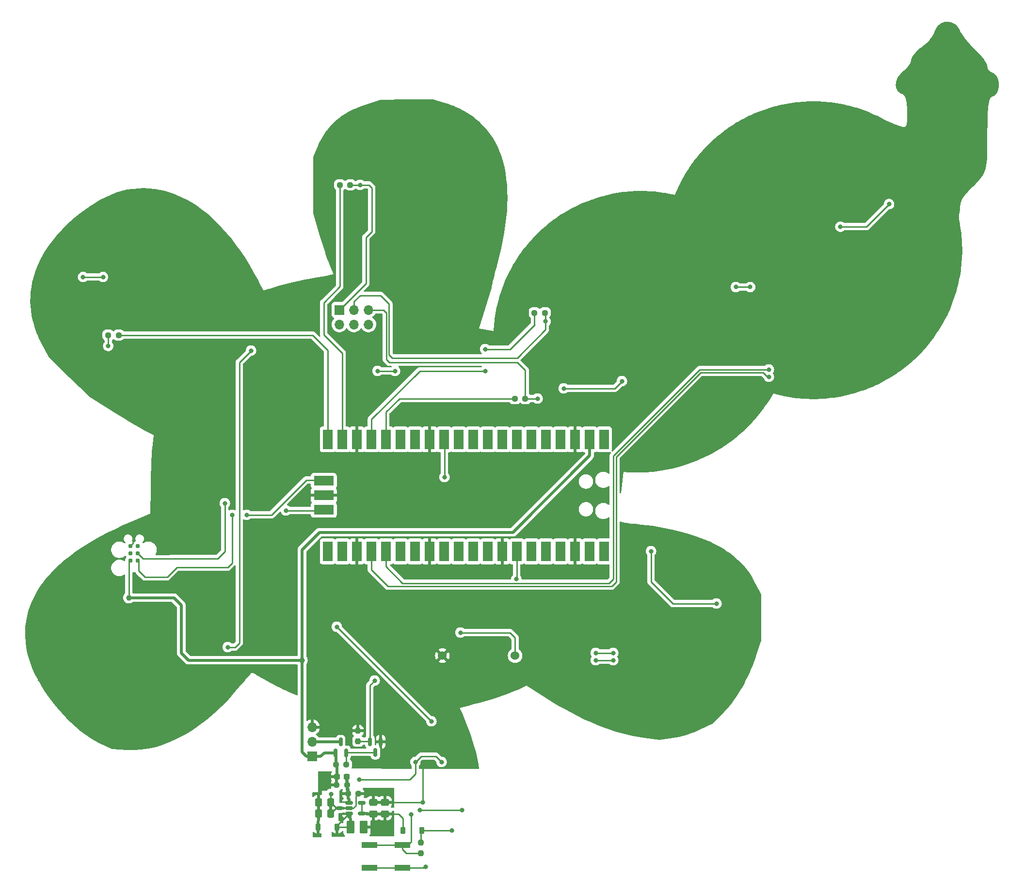
<source format=gbr>
%TF.GenerationSoftware,KiCad,Pcbnew,7.0.9*%
%TF.CreationDate,2023-12-28T12:29:42-06:00*%
%TF.ProjectId,bsidesPR,62736964-6573-4505-922e-6b696361645f,rev?*%
%TF.SameCoordinates,Original*%
%TF.FileFunction,Copper,L2,Bot*%
%TF.FilePolarity,Positive*%
%FSLAX46Y46*%
G04 Gerber Fmt 4.6, Leading zero omitted, Abs format (unit mm)*
G04 Created by KiCad (PCBNEW 7.0.9) date 2023-12-28 12:29:42*
%MOMM*%
%LPD*%
G01*
G04 APERTURE LIST*
G04 Aperture macros list*
%AMRoundRect*
0 Rectangle with rounded corners*
0 $1 Rounding radius*
0 $2 $3 $4 $5 $6 $7 $8 $9 X,Y pos of 4 corners*
0 Add a 4 corners polygon primitive as box body*
4,1,4,$2,$3,$4,$5,$6,$7,$8,$9,$2,$3,0*
0 Add four circle primitives for the rounded corners*
1,1,$1+$1,$2,$3*
1,1,$1+$1,$4,$5*
1,1,$1+$1,$6,$7*
1,1,$1+$1,$8,$9*
0 Add four rect primitives between the rounded corners*
20,1,$1+$1,$2,$3,$4,$5,0*
20,1,$1+$1,$4,$5,$6,$7,0*
20,1,$1+$1,$6,$7,$8,$9,0*
20,1,$1+$1,$8,$9,$2,$3,0*%
G04 Aperture macros list end*
%TA.AperFunction,SMDPad,CuDef*%
%ADD10RoundRect,0.250000X0.475000X-0.337500X0.475000X0.337500X-0.475000X0.337500X-0.475000X-0.337500X0*%
%TD*%
%TA.AperFunction,SMDPad,CuDef*%
%ADD11RoundRect,0.237500X-0.250000X-0.237500X0.250000X-0.237500X0.250000X0.237500X-0.250000X0.237500X0*%
%TD*%
%TA.AperFunction,SMDPad,CuDef*%
%ADD12RoundRect,0.250000X-0.337500X-0.475000X0.337500X-0.475000X0.337500X0.475000X-0.337500X0.475000X0*%
%TD*%
%TA.AperFunction,ComponentPad*%
%ADD13R,1.700000X1.700000*%
%TD*%
%TA.AperFunction,ComponentPad*%
%ADD14O,1.700000X1.700000*%
%TD*%
%TA.AperFunction,SMDPad,CuDef*%
%ADD15R,3.500000X1.700000*%
%TD*%
%TA.AperFunction,SMDPad,CuDef*%
%ADD16R,1.700000X3.500000*%
%TD*%
%TA.AperFunction,SMDPad,CuDef*%
%ADD17RoundRect,0.225000X-0.225000X-0.375000X0.225000X-0.375000X0.225000X0.375000X-0.225000X0.375000X0*%
%TD*%
%TA.AperFunction,SMDPad,CuDef*%
%ADD18RoundRect,0.150000X0.150000X-0.587500X0.150000X0.587500X-0.150000X0.587500X-0.150000X-0.587500X0*%
%TD*%
%TA.AperFunction,SMDPad,CuDef*%
%ADD19RoundRect,0.150000X-0.150000X0.587500X-0.150000X-0.587500X0.150000X-0.587500X0.150000X0.587500X0*%
%TD*%
%TA.AperFunction,ConnectorPad*%
%ADD20C,0.787400*%
%TD*%
%TA.AperFunction,SMDPad,CuDef*%
%ADD21RoundRect,0.237500X-0.237500X0.250000X-0.237500X-0.250000X0.237500X-0.250000X0.237500X0.250000X0*%
%TD*%
%TA.AperFunction,ComponentPad*%
%ADD22C,1.530000*%
%TD*%
%TA.AperFunction,SMDPad,CuDef*%
%ADD23R,2.750000X1.000000*%
%TD*%
%TA.AperFunction,SMDPad,CuDef*%
%ADD24RoundRect,0.237500X0.250000X0.237500X-0.250000X0.237500X-0.250000X-0.237500X0.250000X-0.237500X0*%
%TD*%
%TA.AperFunction,SMDPad,CuDef*%
%ADD25RoundRect,0.237500X-0.300000X-0.237500X0.300000X-0.237500X0.300000X0.237500X-0.300000X0.237500X0*%
%TD*%
%TA.AperFunction,SMDPad,CuDef*%
%ADD26RoundRect,0.250001X0.462499X0.849999X-0.462499X0.849999X-0.462499X-0.849999X0.462499X-0.849999X0*%
%TD*%
%TA.AperFunction,SMDPad,CuDef*%
%ADD27RoundRect,0.237500X0.237500X-0.250000X0.237500X0.250000X-0.237500X0.250000X-0.237500X-0.250000X0*%
%TD*%
%TA.AperFunction,SMDPad,CuDef*%
%ADD28RoundRect,0.150000X-0.512500X-0.150000X0.512500X-0.150000X0.512500X0.150000X-0.512500X0.150000X0*%
%TD*%
%TA.AperFunction,ViaPad*%
%ADD29C,0.800000*%
%TD*%
%TA.AperFunction,ViaPad*%
%ADD30C,1.000000*%
%TD*%
%TA.AperFunction,Conductor*%
%ADD31C,0.250000*%
%TD*%
%TA.AperFunction,Conductor*%
%ADD32C,0.500000*%
%TD*%
G04 APERTURE END LIST*
D10*
%TO.P,C2,1*%
%TO.N,/EN*%
X90196020Y-166596284D03*
%TO.P,C2,2*%
%TO.N,GND*%
X90196020Y-164521284D03*
%TD*%
D11*
%TO.P,R3,1*%
%TO.N,/FB*%
X85783520Y-163021284D03*
%TO.P,R3,2*%
%TO.N,GND*%
X87608520Y-163021284D03*
%TD*%
D12*
%TO.P,C4,1*%
%TO.N,+5V*%
X80658520Y-166521284D03*
%TO.P,C4,2*%
%TO.N,GND*%
X82733520Y-166521284D03*
%TD*%
D13*
%TO.P,J3,1,Pin_1*%
%TO.N,+5V*%
X79500000Y-156500000D03*
D14*
%TO.P,J3,2,Pin_2*%
%TO.N,VLED*%
X79500000Y-153960000D03*
%TO.P,J3,3,Pin_3*%
%TO.N,GND*%
X79500000Y-151420000D03*
%TD*%
D11*
%TO.P,R2,1*%
%TO.N,+5V*%
X83783520Y-161521284D03*
%TO.P,R2,2*%
%TO.N,/FB*%
X85608520Y-161521284D03*
%TD*%
D15*
%TO.P,U1,43,SWDIO*%
%TO.N,Net-(J2-SWDIO)*%
X81545000Y-108360000D03*
%TO.P,U1,42,GND*%
%TO.N,GND*%
X81545000Y-110900000D03*
%TO.P,U1,41,SWCLK*%
%TO.N,Net-(J2-SWCLK)*%
X81545000Y-113440000D03*
D16*
%TO.P,U1,40,VBUS*%
%TO.N,unconnected-(U1-VBUS-Pad40)*%
X130475000Y-101110000D03*
%TO.P,U1,39,VSYS*%
%TO.N,+5V*%
X127935000Y-101110000D03*
%TO.P,U1,38,GND*%
%TO.N,GND*%
X125395000Y-101110000D03*
%TO.P,U1,37,3V3_EN*%
%TO.N,unconnected-(U1-3V3_EN-Pad37)*%
X122855000Y-101110000D03*
%TO.P,U1,36,3V3*%
%TO.N,+3V3*%
X120315000Y-101110000D03*
%TO.P,U1,35,ADC_VREF*%
%TO.N,unconnected-(U1-ADC_VREF-Pad35)*%
X117775000Y-101110000D03*
%TO.P,U1,34,GPIO28_ADC2*%
%TO.N,unconnected-(U1-GPIO28_ADC2-Pad34)*%
X115235000Y-101110000D03*
%TO.P,U1,33,AGND*%
%TO.N,unconnected-(U1-AGND-Pad33)*%
X112695000Y-101110000D03*
%TO.P,U1,32,GPIO27_ADC1*%
%TO.N,unconnected-(U1-GPIO27_ADC1-Pad32)*%
X110155000Y-101110000D03*
%TO.P,U1,31,GPIO26_ADC0*%
%TO.N,unconnected-(U1-GPIO26_ADC0-Pad31)*%
X107615000Y-101110000D03*
%TO.P,U1,30,RUN*%
%TO.N,unconnected-(U1-RUN-Pad30)*%
X105075000Y-101110000D03*
%TO.P,U1,29,GPIO22*%
%TO.N,ENABLE_VLED*%
X102535000Y-101110000D03*
%TO.P,U1,28,GND*%
%TO.N,GND*%
X99995000Y-101110000D03*
%TO.P,U1,27,GPIO21*%
%TO.N,unconnected-(U1-GPIO21-Pad27)*%
X97455000Y-101110000D03*
%TO.P,U1,26,GPIO20*%
%TO.N,unconnected-(U1-GPIO20-Pad26)*%
X94915000Y-101110000D03*
%TO.P,U1,25,GPIO19*%
%TO.N,RIGHT_LEDS*%
X92375000Y-101110000D03*
%TO.P,U1,24,GPIO18*%
%TO.N,LOGO_LEDS*%
X89835000Y-101110000D03*
%TO.P,U1,23,GND*%
%TO.N,GND*%
X87295000Y-101110000D03*
%TO.P,U1,22,GPIO17*%
%TO.N,MIDDLE_LEDS*%
X84755000Y-101110000D03*
%TO.P,U1,21,GPIO16*%
%TO.N,LEFT_LEDS*%
X82215000Y-101110000D03*
%TO.P,U1,20,GPIO15*%
%TO.N,unconnected-(U1-GPIO15-Pad20)*%
X82215000Y-120690000D03*
%TO.P,U1,19,GPIO14*%
%TO.N,unconnected-(U1-GPIO14-Pad19)*%
X84755000Y-120690000D03*
%TO.P,U1,18,GND*%
%TO.N,GND*%
X87295000Y-120690000D03*
%TO.P,U1,17,GPIO13*%
%TO.N,CEREAL_RX*%
X89835000Y-120690000D03*
%TO.P,U1,16,GPIO12*%
%TO.N,CEREAL_TX*%
X92375000Y-120690000D03*
%TO.P,U1,15,GPIO11*%
%TO.N,unconnected-(U1-GPIO11-Pad15)*%
X94915000Y-120690000D03*
%TO.P,U1,14,GPIO10*%
%TO.N,unconnected-(U1-GPIO10-Pad14)*%
X97455000Y-120690000D03*
%TO.P,U1,13,GND*%
%TO.N,GND*%
X99995000Y-120690000D03*
%TO.P,U1,12,GPIO9*%
%TO.N,unconnected-(U1-GPIO9-Pad12)*%
X102535000Y-120690000D03*
%TO.P,U1,11,GPIO8*%
%TO.N,unconnected-(U1-GPIO8-Pad11)*%
X105075000Y-120690000D03*
%TO.P,U1,10,GPIO7*%
%TO.N,unconnected-(U1-GPIO7-Pad10)*%
X107615000Y-120690000D03*
%TO.P,U1,9,GPIO6*%
%TO.N,unconnected-(U1-GPIO6-Pad9)*%
X110155000Y-120690000D03*
%TO.P,U1,8,GND*%
%TO.N,GND*%
X112695000Y-120690000D03*
%TO.P,U1,7,GPIO5*%
%TO.N,RPi_WAKE*%
X115235000Y-120690000D03*
%TO.P,U1,6,GPIO4*%
%TO.N,unconnected-(U1-GPIO4-Pad6)*%
X117775000Y-120690000D03*
%TO.P,U1,5,GPIO3*%
%TO.N,unconnected-(U1-GPIO3-Pad5)*%
X120315000Y-120690000D03*
%TO.P,U1,4,GPIO2*%
%TO.N,unconnected-(U1-GPIO2-Pad4)*%
X122855000Y-120690000D03*
%TO.P,U1,3,GND*%
%TO.N,GND*%
X125395000Y-120690000D03*
%TO.P,U1,2,GPIO1*%
%TO.N,unconnected-(U1-GPIO1-Pad2)*%
X127935000Y-120690000D03*
%TO.P,U1,1,GPIO0*%
%TO.N,unconnected-(U1-GPIO0-Pad1)*%
X130475000Y-120690000D03*
%TD*%
D17*
%TO.P,D52,1,K*%
%TO.N,+5V*%
X80546020Y-168871284D03*
%TO.P,D52,2,A*%
%TO.N,/SW*%
X83846020Y-168871284D03*
%TD*%
D18*
%TO.P,Q2,1,G*%
%TO.N,Net-(Q1-D)*%
X85450000Y-155875000D03*
%TO.P,Q2,2,S*%
%TO.N,+5V*%
X83550000Y-155875000D03*
%TO.P,Q2,3,D*%
%TO.N,VLED*%
X84500000Y-154000000D03*
%TD*%
D11*
%TO.P,R4,1*%
%TO.N,+5V*%
X83637500Y-157937500D03*
%TO.P,R4,2*%
%TO.N,Net-(Q1-D)*%
X85462500Y-157937500D03*
%TD*%
D19*
%TO.P,Q1,1,G*%
%TO.N,ENABLE_VLED*%
X89600000Y-153937500D03*
%TO.P,Q1,2,S*%
%TO.N,GND*%
X91500000Y-153937500D03*
%TO.P,Q1,3,D*%
%TO.N,Net-(Q1-D)*%
X90550000Y-155812500D03*
%TD*%
D11*
%TO.P,R7,1*%
%TO.N,MIDDLE_LEDS*%
X84337500Y-56642000D03*
%TO.P,R7,2*%
%TO.N,MIDDLE_START*%
X86162500Y-56642000D03*
%TD*%
D20*
%TO.P,J2,1,VCC*%
%TO.N,+5V*%
X47749000Y-122310000D03*
%TO.P,J2,2,SWDIO*%
%TO.N,Net-(J2-SWDIO)*%
X49019000Y-122310000D03*
%TO.P,J2,3,~{RESET}*%
%TO.N,unconnected-(J2-~{RESET}-Pad3)*%
X47749000Y-121040000D03*
%TO.P,J2,4,SWCLK*%
%TO.N,Net-(J2-SWCLK)*%
X49019000Y-121040000D03*
%TO.P,J2,5,GND*%
%TO.N,GND*%
X47749000Y-119770000D03*
%TO.P,J2,6,SWO*%
%TO.N,unconnected-(J2-SWO-Pad6)*%
X49019000Y-119770000D03*
%TD*%
D21*
%TO.P,R1,1*%
%TO.N,Net-(D51-A)*%
X98500000Y-171587500D03*
%TO.P,R1,2*%
%TO.N,RPi_WAKE*%
X98500000Y-173412500D03*
%TD*%
D22*
%TO.P,BT2,N*%
%TO.N,GND*%
X102250000Y-138905000D03*
%TO.P,BT2,P*%
%TO.N,Net-(D51-A)*%
X114950000Y-138905000D03*
%TD*%
D11*
%TO.P,R8,1*%
%TO.N,LOGO_LEDS*%
X118337500Y-79000000D03*
%TO.P,R8,2*%
%TO.N,LOGO_START*%
X120162500Y-79000000D03*
%TD*%
D23*
%TO.P,SW1,1,A*%
%TO.N,RPi_WAKE*%
X95260000Y-172000000D03*
X89500000Y-172000000D03*
%TO.P,SW1,2,B*%
%TO.N,GND*%
X95260000Y-176000000D03*
%TO.P,SW1,4,B*%
X89500000Y-176000000D03*
%TD*%
D24*
%TO.P,R6,1*%
%TO.N,LEFT_LEDS*%
X45712500Y-82900000D03*
%TO.P,R6,2*%
%TO.N,Net-(D1-DIN)*%
X43887500Y-82900000D03*
%TD*%
D25*
%TO.P,C3,1*%
%TO.N,+5V*%
X83833520Y-160021284D03*
%TO.P,C3,2*%
%TO.N,/FB*%
X85558520Y-160021284D03*
%TD*%
D17*
%TO.P,D51,1,K*%
%TO.N,/EN*%
X95350000Y-169500000D03*
%TO.P,D51,2,A*%
%TO.N,Net-(D51-A)*%
X98650000Y-169500000D03*
%TD*%
D26*
%TO.P,L1,1,1*%
%TO.N,/EN*%
X88498520Y-168871284D03*
%TO.P,L1,2,2*%
%TO.N,/SW*%
X86173520Y-168871284D03*
%TD*%
D27*
%TO.P,R5,1*%
%TO.N,ENABLE_VLED*%
X87500000Y-153850000D03*
%TO.P,R5,2*%
%TO.N,GND*%
X87500000Y-152025000D03*
%TD*%
D13*
%TO.P,J1,1,Pin_1*%
%TO.N,MIDDLE_START*%
X84268000Y-78486000D03*
D14*
%TO.P,J1,2,Pin_2*%
%TO.N,LEFT_END*%
X84268000Y-81026000D03*
%TO.P,J1,3,Pin_3*%
%TO.N,LOGO_START*%
X86808000Y-78486000D03*
%TO.P,J1,4,Pin_4*%
%TO.N,MIDDLE_END*%
X86808000Y-81026000D03*
%TO.P,J1,5,Pin_5*%
%TO.N,RIGHT_START*%
X89348000Y-78486000D03*
%TO.P,J1,6,Pin_6*%
%TO.N,LOGO_END*%
X89348000Y-81026000D03*
%TD*%
D11*
%TO.P,R9,1*%
%TO.N,RIGHT_LEDS*%
X114911500Y-94000000D03*
%TO.P,R9,2*%
%TO.N,RIGHT_START*%
X116736500Y-94000000D03*
%TD*%
D28*
%TO.P,U2,1,SW*%
%TO.N,/SW*%
X85921020Y-166521284D03*
%TO.P,U2,2,GND*%
%TO.N,GND*%
X85921020Y-165571284D03*
%TO.P,U2,3,FB*%
%TO.N,/FB*%
X85921020Y-164621284D03*
%TO.P,U2,4,EN*%
%TO.N,/EN*%
X88196020Y-164621284D03*
%TO.P,U2,5,VIN*%
X88196020Y-166521284D03*
%TD*%
D12*
%TO.P,C5,1*%
%TO.N,+5V*%
X80658520Y-164521284D03*
%TO.P,C5,2*%
%TO.N,GND*%
X82733520Y-164521284D03*
%TD*%
D10*
%TO.P,C1,1*%
%TO.N,/EN*%
X92196020Y-166596284D03*
%TO.P,C1,2*%
%TO.N,GND*%
X92196020Y-164521284D03*
%TD*%
D29*
%TO.N,CEREAL_RX*%
X159258000Y-90170000D03*
%TO.N,CEREAL_TX*%
X159258000Y-88900000D03*
%TO.N,GND*%
X78500000Y-101250000D03*
X62500000Y-148000000D03*
X178500000Y-53750000D03*
X120250000Y-87500000D03*
X118110000Y-123952000D03*
X115824000Y-112014000D03*
X98750000Y-63500000D03*
X112000000Y-64000000D03*
X98500000Y-49000000D03*
X79500000Y-81500000D03*
X94996000Y-124206000D03*
X52500000Y-79500000D03*
X85000000Y-146250000D03*
X169750000Y-68750000D03*
X43950000Y-92000000D03*
X59500000Y-119250000D03*
X41750000Y-129000000D03*
X188500000Y-67000000D03*
X154750000Y-141250000D03*
X98806000Y-164521284D03*
X42500000Y-70000000D03*
X141750000Y-138000000D03*
X76250000Y-124000000D03*
X113461115Y-97277700D03*
X61500000Y-69500000D03*
X140250000Y-151000000D03*
X96520000Y-108458000D03*
X161250000Y-54000000D03*
X99314000Y-175768000D03*
X157500000Y-86500000D03*
X98806000Y-157480000D03*
X149000000Y-100750000D03*
X82804000Y-163068000D03*
X107250000Y-157750000D03*
X138500000Y-87500000D03*
X40500000Y-147500000D03*
X148000000Y-124750000D03*
X97500000Y-80000000D03*
X68750000Y-136750000D03*
X94996000Y-116078000D03*
X124250000Y-136000000D03*
X95000000Y-132250000D03*
X150250000Y-68750000D03*
X73500000Y-111500000D03*
X86250000Y-63250000D03*
X52250000Y-139750000D03*
X59500000Y-100750000D03*
X48768000Y-116586000D03*
X135128000Y-98298000D03*
X135321512Y-119148498D03*
X107750000Y-146500000D03*
X193000000Y-40000000D03*
D30*
%TO.N,+5V*%
X47498000Y-128778000D03*
X77724000Y-139700000D03*
D29*
%TO.N,Net-(J2-SWDIO)*%
X68072000Y-114300000D03*
X65532000Y-114300000D03*
%TO.N,Net-(J2-SWCLK)*%
X64262000Y-112268000D03*
X74930000Y-113538000D03*
%TO.N,ENABLE_VLED*%
X102616000Y-107696000D03*
X90424000Y-143256000D03*
%TO.N,RPi_WAKE*%
X115154566Y-125526929D03*
X96774000Y-166624000D03*
%TO.N,VLED*%
X102108000Y-157480000D03*
X138684000Y-120650000D03*
X97536000Y-157500000D03*
X87750000Y-160528000D03*
X150114000Y-129794000D03*
%TO.N,Net-(D1-DIN)*%
X43900000Y-84800000D03*
%TO.N,Net-(D2-DOUT)*%
X39500000Y-72750000D03*
X43000000Y-72750000D03*
%TO.N,Net-(D39-DOUT)*%
X171750000Y-63950000D03*
X180250000Y-60000000D03*
%TO.N,Net-(D40-DOUT)*%
X153500000Y-74500000D03*
X156000000Y-74500000D03*
%TO.N,Net-(D48-DOUT)*%
X129032000Y-138430000D03*
X132080000Y-138430000D03*
%TO.N,LOGO_LEDS*%
X109728000Y-85344000D03*
X109728000Y-89154000D03*
%TO.N,Net-(D51-A)*%
X105410000Y-134874000D03*
X103886000Y-169418000D03*
%TO.N,LEFT_END*%
X68834000Y-85598000D03*
X64770000Y-137414000D03*
%TO.N,MIDDLE_START*%
X87884000Y-56642000D03*
%TO.N,MIDDLE_END*%
X100330000Y-150368000D03*
X83820000Y-133858000D03*
%TO.N,LOGO_START*%
X120250000Y-80500000D03*
%TO.N,LOGO_END*%
X93980000Y-89154000D03*
X123444000Y-92202000D03*
X133604000Y-90932000D03*
X90932000Y-89154000D03*
%TO.N,RIGHT_START*%
X118872000Y-93980000D03*
%TO.N,Net-(D49-DIN)*%
X132080000Y-139700000D03*
X129032000Y-139700000D03*
%TO.N,Net-(D29-DOUT)*%
X98298000Y-165862000D03*
X105664000Y-165862000D03*
%TD*%
D31*
%TO.N,CEREAL_RX*%
X159004000Y-90170000D02*
X159258000Y-90170000D01*
X158242000Y-89408000D02*
X159004000Y-90170000D01*
%TO.N,CEREAL_TX*%
X147191604Y-88900000D02*
X159258000Y-88900000D01*
X97028000Y-126238000D02*
X97041929Y-126251929D01*
X131304071Y-126251929D02*
X132080000Y-125476000D01*
X95309396Y-126238000D02*
X97028000Y-126238000D01*
X97041929Y-126251929D02*
X131304071Y-126251929D01*
X132080000Y-104011604D02*
X147191604Y-88900000D01*
X92375000Y-123303604D02*
X95309396Y-126238000D01*
X132080000Y-125476000D02*
X132080000Y-104011604D01*
X92375000Y-119790000D02*
X92375000Y-123303604D01*
%TO.N,CEREAL_RX*%
X147320000Y-89408000D02*
X158242000Y-89408000D01*
X92710000Y-126746000D02*
X131826000Y-126746000D01*
X89835000Y-123871000D02*
X92710000Y-126746000D01*
X131826000Y-126746000D02*
X132588000Y-125984000D01*
X132588000Y-125984000D02*
X132588000Y-104140000D01*
X89835000Y-119790000D02*
X89835000Y-123871000D01*
X132588000Y-104140000D02*
X147320000Y-89408000D01*
%TO.N,GND*%
X87122000Y-165100000D02*
X87122000Y-163507804D01*
X85921020Y-165571284D02*
X86650716Y-165571284D01*
X87122000Y-163507804D02*
X87608520Y-163021284D01*
X47749000Y-119770000D02*
X48238300Y-119280700D01*
X86650716Y-165571284D02*
X87122000Y-165100000D01*
X98806000Y-164521284D02*
X98806000Y-157480000D01*
X82733520Y-166521284D02*
X83683520Y-165571284D01*
X95260000Y-176000000D02*
X99082000Y-176000000D01*
X107188000Y-157812000D02*
X107250000Y-157750000D01*
X98806000Y-164521284D02*
X92196020Y-164521284D01*
X82733520Y-163138480D02*
X82804000Y-163068000D01*
X89500000Y-176000000D02*
X95260000Y-176000000D01*
X83683520Y-165571284D02*
X85921020Y-165571284D01*
X48238300Y-119280700D02*
X48238300Y-117115700D01*
X82733520Y-164521284D02*
X82733520Y-163138480D01*
X83783520Y-165571284D02*
X85921020Y-165571284D01*
X99082000Y-176000000D02*
X99314000Y-175768000D01*
X82733520Y-164521284D02*
X83783520Y-165571284D01*
X48238300Y-117115700D02*
X48768000Y-116586000D01*
%TO.N,/EN*%
X94596284Y-166596284D02*
X95350000Y-167350000D01*
X88196020Y-166521284D02*
X88196020Y-164621284D01*
X95350000Y-167350000D02*
X95350000Y-169500000D01*
X92196020Y-166596284D02*
X94596284Y-166596284D01*
D32*
%TO.N,+5V*%
X81000000Y-156500000D02*
X81625000Y-155875000D01*
X77724000Y-120396000D02*
X80772000Y-117348000D01*
X83637500Y-157937500D02*
X83637500Y-155962500D01*
X77724000Y-155702000D02*
X78522000Y-156500000D01*
X83833520Y-158133520D02*
X83637500Y-157937500D01*
X83833520Y-160021284D02*
X83833520Y-158133520D01*
D31*
X83637500Y-155962500D02*
X83550000Y-155875000D01*
D32*
X114554000Y-117348000D02*
X127935000Y-103967000D01*
X56642000Y-130048000D02*
X55372000Y-128778000D01*
D31*
X47513700Y-128762300D02*
X47513700Y-122545300D01*
D32*
X55372000Y-128778000D02*
X47498000Y-128778000D01*
D31*
X47498000Y-128778000D02*
X47513700Y-128762300D01*
D32*
X77724000Y-139700000D02*
X57912000Y-139700000D01*
X56642000Y-138430000D02*
X56642000Y-130048000D01*
X57912000Y-139700000D02*
X56642000Y-138430000D01*
X127935000Y-103967000D02*
X127935000Y-102010000D01*
X81625000Y-155875000D02*
X83550000Y-155875000D01*
X77724000Y-139700000D02*
X77724000Y-155702000D01*
D31*
X47513700Y-122545300D02*
X47749000Y-122310000D01*
D32*
X77724000Y-139700000D02*
X77724000Y-120396000D01*
X80772000Y-117348000D02*
X114554000Y-117348000D01*
X79500000Y-156500000D02*
X81000000Y-156500000D01*
X78522000Y-156500000D02*
X79500000Y-156500000D01*
D31*
%TO.N,/FB*%
X85921020Y-164621284D02*
X85821020Y-164521284D01*
X85696020Y-164521284D02*
X85783520Y-164433784D01*
X85783520Y-164433784D02*
X85783520Y-163021284D01*
X85821020Y-164521284D02*
X85696020Y-164521284D01*
%TO.N,/SW*%
X83846020Y-168871284D02*
X86173520Y-168871284D01*
X86173520Y-166773784D02*
X85921020Y-166521284D01*
X83846020Y-168596284D02*
X85921020Y-166521284D01*
X83846020Y-168871284D02*
X83846020Y-168596284D01*
X86173520Y-168871284D02*
X86173520Y-166773784D01*
%TO.N,Net-(J2-SWDIO)*%
X72390000Y-114300000D02*
X78486000Y-108204000D01*
X49019000Y-122310000D02*
X49254300Y-122545300D01*
X49254300Y-122545300D02*
X49254300Y-124119938D01*
X50276812Y-125142450D02*
X54181550Y-125142450D01*
X78486000Y-108204000D02*
X82289000Y-108204000D01*
X64770000Y-123444000D02*
X65532000Y-122682000D01*
X65532000Y-122682000D02*
X65532000Y-114300000D01*
X82289000Y-108204000D02*
X82445000Y-108360000D01*
X54181550Y-125142450D02*
X55880000Y-123444000D01*
X68072000Y-114300000D02*
X72390000Y-114300000D01*
X55880000Y-123444000D02*
X64770000Y-123444000D01*
X49254300Y-124119938D02*
X50276812Y-125142450D01*
%TO.N,Net-(J2-SWCLK)*%
X49946450Y-121967450D02*
X54816550Y-121967450D01*
X64262000Y-120650000D02*
X64262000Y-112268000D01*
X82347000Y-113538000D02*
X82445000Y-113440000D01*
X74930000Y-113538000D02*
X82347000Y-113538000D01*
X62992000Y-121920000D02*
X64262000Y-120650000D01*
X54864000Y-121920000D02*
X62992000Y-121920000D01*
X54816550Y-121967450D02*
X54864000Y-121920000D01*
X49019000Y-121040000D02*
X49946450Y-121967450D01*
%TO.N,ENABLE_VLED*%
X89600000Y-153937500D02*
X89600000Y-144080000D01*
X102616000Y-107696000D02*
X102616000Y-102091000D01*
X87500000Y-153850000D02*
X89512500Y-153850000D01*
X89600000Y-144080000D02*
X90424000Y-143256000D01*
X89512500Y-153850000D02*
X89600000Y-153937500D01*
X102616000Y-102091000D02*
X102535000Y-102010000D01*
%TO.N,Net-(Q1-D)*%
X85450000Y-157925000D02*
X85462500Y-157937500D01*
X90550000Y-155812500D02*
X85512500Y-155812500D01*
X85512500Y-155812500D02*
X85450000Y-155875000D01*
X85450000Y-155875000D02*
X85450000Y-157925000D01*
%TO.N,RPi_WAKE*%
X96774000Y-171450000D02*
X96774000Y-166624000D01*
X96224000Y-172000000D02*
X96774000Y-171450000D01*
X115154566Y-125526929D02*
X115235000Y-125446495D01*
X95260000Y-172730000D02*
X95942500Y-173412500D01*
X95942500Y-173412500D02*
X98500000Y-173412500D01*
X115235000Y-125446495D02*
X115235000Y-119790000D01*
X89500000Y-172000000D02*
X95260000Y-172000000D01*
X95260000Y-172000000D02*
X96224000Y-172000000D01*
X95260000Y-172000000D02*
X95260000Y-172730000D01*
%TO.N,VLED*%
X101092000Y-156464000D02*
X102108000Y-157480000D01*
X97536000Y-157500000D02*
X97536000Y-159512000D01*
X98572000Y-156464000D02*
X101092000Y-156464000D01*
X97536000Y-159512000D02*
X96520000Y-160528000D01*
X138684000Y-120650000D02*
X138684000Y-125984000D01*
D32*
X79500000Y-153960000D02*
X84460000Y-153960000D01*
D31*
X96520000Y-160528000D02*
X87750000Y-160528000D01*
X97536000Y-157500000D02*
X98572000Y-156464000D01*
X142494000Y-129794000D02*
X150114000Y-129794000D01*
X84460000Y-153960000D02*
X84500000Y-154000000D01*
X138684000Y-125984000D02*
X142494000Y-129794000D01*
%TO.N,Net-(D1-DIN)*%
X43887500Y-84787500D02*
X43900000Y-84800000D01*
X43887500Y-82900000D02*
X43887500Y-84787500D01*
%TO.N,Net-(D2-DOUT)*%
X39500000Y-72750000D02*
X43000000Y-72750000D01*
%TO.N,Net-(D39-DOUT)*%
X176300000Y-63950000D02*
X180250000Y-60000000D01*
X171750000Y-63950000D02*
X176300000Y-63950000D01*
%TO.N,Net-(D40-DOUT)*%
X156000000Y-74500000D02*
X153500000Y-74500000D01*
%TO.N,Net-(D48-DOUT)*%
X132080000Y-138430000D02*
X129032000Y-138430000D01*
%TO.N,MIDDLE_LEDS*%
X84337500Y-74412500D02*
X84337500Y-56642000D01*
X84755000Y-102010000D02*
X84755000Y-86025000D01*
X81534000Y-82804000D02*
X81534000Y-77216000D01*
X81534000Y-77216000D02*
X84337500Y-74412500D01*
X84755000Y-86025000D02*
X81534000Y-82804000D01*
%TO.N,LEFT_LEDS*%
X79598000Y-82900000D02*
X82215000Y-85517000D01*
X45712500Y-82900000D02*
X79598000Y-82900000D01*
X82215000Y-85517000D02*
X82215000Y-102010000D01*
%TO.N,LOGO_LEDS*%
X118364000Y-81026000D02*
X118337500Y-80999500D01*
X109728000Y-85344000D02*
X114046000Y-85344000D01*
X89835000Y-102010000D02*
X89835000Y-97617000D01*
X98298000Y-89154000D02*
X109728000Y-89154000D01*
X89835000Y-97617000D02*
X98298000Y-89154000D01*
X118337500Y-80999500D02*
X118337500Y-79000000D01*
X114046000Y-85344000D02*
X118364000Y-81026000D01*
%TO.N,RIGHT_LEDS*%
X94742000Y-93980000D02*
X94762000Y-94000000D01*
X92375000Y-102010000D02*
X92375000Y-96347000D01*
X94762000Y-94000000D02*
X114911500Y-94000000D01*
X92375000Y-96347000D02*
X94742000Y-93980000D01*
%TO.N,Net-(D51-A)*%
X114046000Y-134874000D02*
X114950000Y-135778000D01*
X114950000Y-135778000D02*
X114950000Y-138905000D01*
X98500000Y-171587500D02*
X98500000Y-169650000D01*
X105410000Y-134874000D02*
X114046000Y-134874000D01*
X98650000Y-169500000D02*
X103804000Y-169500000D01*
X98500000Y-169650000D02*
X98650000Y-169500000D01*
X103804000Y-169500000D02*
X103886000Y-169418000D01*
%TO.N,LEFT_END*%
X66040000Y-137414000D02*
X66802000Y-136652000D01*
X64770000Y-137414000D02*
X66040000Y-137414000D01*
X66802000Y-87630000D02*
X68834000Y-85598000D01*
X66802000Y-136652000D02*
X66802000Y-129794000D01*
X66802000Y-129794000D02*
X66802000Y-87630000D01*
%TO.N,MIDDLE_START*%
X87884000Y-56642000D02*
X89408000Y-56642000D01*
X89408000Y-56642000D02*
X89916000Y-57150000D01*
X88900000Y-73854000D02*
X84268000Y-78486000D01*
X89916000Y-64770000D02*
X88900000Y-65786000D01*
X86162500Y-56642000D02*
X87884000Y-56642000D01*
X89916000Y-57150000D02*
X89916000Y-64770000D01*
X88900000Y-65786000D02*
X88900000Y-73854000D01*
%TO.N,MIDDLE_END*%
X100330000Y-150368000D02*
X83820000Y-133858000D01*
%TO.N,LOGO_START*%
X120250000Y-81934000D02*
X115316000Y-86868000D01*
X86808000Y-77022000D02*
X86808000Y-78486000D01*
X120250000Y-79087500D02*
X120250000Y-80500000D01*
X92906000Y-86302000D02*
X92906000Y-77412000D01*
X87884000Y-75946000D02*
X86808000Y-77022000D01*
X92906000Y-77412000D02*
X91440000Y-75946000D01*
X115316000Y-86868000D02*
X93472000Y-86868000D01*
X120162500Y-79000000D02*
X120250000Y-79087500D01*
X91440000Y-75946000D02*
X87884000Y-75946000D01*
X120250000Y-80500000D02*
X120250000Y-81934000D01*
X93472000Y-86868000D02*
X92906000Y-86302000D01*
%TO.N,LOGO_END*%
X90932000Y-89154000D02*
X93980000Y-89154000D01*
X123444000Y-92202000D02*
X132334000Y-92202000D01*
X132334000Y-92202000D02*
X133604000Y-90932000D01*
%TO.N,RIGHT_START*%
X92456000Y-78994000D02*
X91948000Y-78486000D01*
X116736500Y-94000000D02*
X118852000Y-94000000D01*
X118852000Y-94000000D02*
X118872000Y-93980000D01*
X115316000Y-87630000D02*
X92964000Y-87630000D01*
X91948000Y-78486000D02*
X89348000Y-78486000D01*
X92964000Y-87630000D02*
X92456000Y-87122000D01*
X116736500Y-89050500D02*
X115316000Y-87630000D01*
X92456000Y-87122000D02*
X92456000Y-78994000D01*
X116736500Y-94000000D02*
X116736500Y-89050500D01*
%TO.N,Net-(D49-DIN)*%
X129032000Y-139700000D02*
X132080000Y-139700000D01*
%TO.N,Net-(D29-DOUT)*%
X98298000Y-165862000D02*
X105664000Y-165862000D01*
%TD*%
%TA.AperFunction,Conductor*%
%TO.N,/FB*%
G36*
X85754641Y-159787286D02*
G01*
X85801134Y-159840942D01*
X85812520Y-159893284D01*
X85812520Y-160498285D01*
X85825615Y-160511380D01*
X85859641Y-160573692D01*
X85862520Y-160600475D01*
X85862520Y-161998284D01*
X85911520Y-161998284D01*
X85979641Y-162018286D01*
X86026134Y-162071942D01*
X86037520Y-162124284D01*
X86037520Y-163773284D01*
X86049020Y-163773284D01*
X86117141Y-163793286D01*
X86163634Y-163846942D01*
X86175020Y-163899284D01*
X86175020Y-164671284D01*
X84422020Y-164671284D01*
X84353899Y-164651282D01*
X84307406Y-164597626D01*
X84296020Y-164545284D01*
X84296020Y-164367284D01*
X84753527Y-164367284D01*
X85667020Y-164367284D01*
X85667020Y-164044284D01*
X85655520Y-164044284D01*
X85587399Y-164024282D01*
X85540906Y-163970626D01*
X85529520Y-163918284D01*
X85529520Y-163275284D01*
X84788020Y-163275284D01*
X84788020Y-163308468D01*
X84798450Y-163410557D01*
X84798451Y-163410560D01*
X84853268Y-163575991D01*
X84944757Y-163724317D01*
X84944762Y-163724323D01*
X84995749Y-163775310D01*
X85029775Y-163837622D01*
X85024710Y-163908437D01*
X84995750Y-163953500D01*
X84884467Y-164064783D01*
X84799838Y-164207882D01*
X84753527Y-164367284D01*
X84296020Y-164367284D01*
X84296020Y-162543690D01*
X84316022Y-162475569D01*
X84355869Y-162436452D01*
X84499366Y-162347942D01*
X84549365Y-162297943D01*
X84607279Y-162240030D01*
X84669591Y-162206004D01*
X84740406Y-162211069D01*
X84785469Y-162240030D01*
X84843382Y-162297943D01*
X84877408Y-162360255D01*
X84872343Y-162431070D01*
X84861530Y-162453181D01*
X84853269Y-162466573D01*
X84798451Y-162632007D01*
X84798450Y-162632010D01*
X84788020Y-162734099D01*
X84788020Y-162767284D01*
X85529520Y-162767284D01*
X85529520Y-162544284D01*
X85480520Y-162544284D01*
X85412399Y-162524282D01*
X85365906Y-162470626D01*
X85354520Y-162418284D01*
X85354520Y-161044283D01*
X85341425Y-161031188D01*
X85307399Y-160968876D01*
X85304520Y-160942093D01*
X85304520Y-159893284D01*
X85324522Y-159825163D01*
X85378178Y-159778670D01*
X85430520Y-159767284D01*
X85686520Y-159767284D01*
X85754641Y-159787286D01*
G37*
%TD.AperFunction*%
%TD*%
%TA.AperFunction,Conductor*%
%TO.N,GND*%
G36*
X129265385Y-103227592D02*
G01*
X129280502Y-103237306D01*
X129378200Y-103310443D01*
X129378796Y-103310889D01*
X129515795Y-103361988D01*
X129515803Y-103361990D01*
X129576350Y-103368499D01*
X129576355Y-103368499D01*
X129576362Y-103368500D01*
X129576368Y-103368500D01*
X131373632Y-103368500D01*
X131373638Y-103368500D01*
X131373645Y-103368499D01*
X131373649Y-103368499D01*
X131434196Y-103361990D01*
X131434199Y-103361989D01*
X131434201Y-103361989D01*
X131525084Y-103328090D01*
X131595896Y-103323025D01*
X131658209Y-103357049D01*
X131692235Y-103419361D01*
X131687171Y-103490177D01*
X131660966Y-103532398D01*
X131625017Y-103570681D01*
X131603866Y-103591831D01*
X131599560Y-103597381D01*
X131595714Y-103601883D01*
X131563417Y-103636278D01*
X131563411Y-103636287D01*
X131553651Y-103654039D01*
X131542803Y-103670554D01*
X131530386Y-103686562D01*
X131511645Y-103729868D01*
X131509034Y-103735198D01*
X131486305Y-103776543D01*
X131486303Y-103776548D01*
X131481267Y-103796163D01*
X131474864Y-103814866D01*
X131466819Y-103833456D01*
X131459437Y-103880060D01*
X131458233Y-103885872D01*
X131446500Y-103931572D01*
X131446500Y-103951827D01*
X131444949Y-103971537D01*
X131441780Y-103991546D01*
X131441780Y-103991547D01*
X131446220Y-104038521D01*
X131446500Y-104044454D01*
X131446500Y-106989741D01*
X131426498Y-107057862D01*
X131372842Y-107104355D01*
X131302568Y-107114459D01*
X131243112Y-107089174D01*
X131220052Y-107071228D01*
X131136580Y-107003827D01*
X131136573Y-107003823D01*
X131133888Y-107002323D01*
X131118933Y-106992409D01*
X131118024Y-106991815D01*
X131118017Y-106991810D01*
X131023653Y-106940743D01*
X130927264Y-106886897D01*
X130923468Y-106885181D01*
X130917600Y-106882576D01*
X130917500Y-106882806D01*
X130912735Y-106880716D01*
X130912728Y-106880713D01*
X130912727Y-106880713D01*
X130808259Y-106844848D01*
X130800640Y-106842156D01*
X130701187Y-106807017D01*
X130701183Y-106807016D01*
X130700654Y-106806926D01*
X130695860Y-106805909D01*
X130691955Y-106804920D01*
X130579904Y-106786222D01*
X130464881Y-106766500D01*
X130461712Y-106766500D01*
X130228288Y-106766500D01*
X130171567Y-106775963D01*
X130166543Y-106776595D01*
X130106104Y-106781740D01*
X130106100Y-106781741D01*
X130053773Y-106795366D01*
X130048265Y-106796540D01*
X129998061Y-106804917D01*
X129998048Y-106804920D01*
X129940551Y-106824658D01*
X129935972Y-106826038D01*
X129874072Y-106842157D01*
X129874070Y-106842157D01*
X129827800Y-106863072D01*
X129822307Y-106865251D01*
X129777270Y-106880714D01*
X129720905Y-106911215D01*
X129716872Y-106913214D01*
X129655597Y-106940914D01*
X129616249Y-106967507D01*
X129610954Y-106970719D01*
X129571984Y-106991809D01*
X129571975Y-106991815D01*
X129518813Y-107033193D01*
X129515396Y-107035673D01*
X129456953Y-107075174D01*
X129425045Y-107105754D01*
X129420148Y-107109987D01*
X129387784Y-107135178D01*
X129387778Y-107135183D01*
X129339920Y-107187169D01*
X129337163Y-107189982D01*
X129283858Y-107241072D01*
X129259536Y-107273954D01*
X129255236Y-107279159D01*
X129229686Y-107306916D01*
X129229682Y-107306922D01*
X129189230Y-107368836D01*
X129187141Y-107371840D01*
X129141286Y-107433840D01*
X129124356Y-107467416D01*
X129120843Y-107473511D01*
X129102021Y-107502321D01*
X129102012Y-107502338D01*
X129070985Y-107573070D01*
X129069547Y-107576124D01*
X129033341Y-107647936D01*
X129023300Y-107680721D01*
X129020755Y-107687580D01*
X129008253Y-107716085D01*
X129008251Y-107716091D01*
X128988479Y-107794169D01*
X128987646Y-107797150D01*
X128963137Y-107877177D01*
X128963136Y-107877185D01*
X128959198Y-107907927D01*
X128957780Y-107915391D01*
X128950950Y-107942365D01*
X128950949Y-107942372D01*
X128943909Y-108027327D01*
X128932681Y-108115010D01*
X128933856Y-108142676D01*
X128933697Y-108150554D01*
X128931673Y-108174997D01*
X128931673Y-108175000D01*
X128938353Y-108255628D01*
X128938971Y-108263083D01*
X128942856Y-108354551D01*
X128947996Y-108378398D01*
X128949196Y-108386476D01*
X128950948Y-108407622D01*
X128950948Y-108407625D01*
X128950949Y-108407626D01*
X128973417Y-108496353D01*
X128988167Y-108564793D01*
X128993370Y-108588931D01*
X128993371Y-108588935D01*
X129001234Y-108608505D01*
X129003851Y-108616534D01*
X129008250Y-108633905D01*
X129008252Y-108633910D01*
X129046285Y-108720616D01*
X129082764Y-108811397D01*
X129082771Y-108811411D01*
X129092092Y-108826550D01*
X129096140Y-108834276D01*
X129102015Y-108847667D01*
X129102018Y-108847673D01*
X129155524Y-108929570D01*
X129208475Y-109015568D01*
X129215067Y-109023058D01*
X129225957Y-109037376D01*
X129229686Y-109043083D01*
X129298079Y-109117377D01*
X129336807Y-109161380D01*
X129366879Y-109195549D01*
X129366883Y-109195553D01*
X129371956Y-109199649D01*
X129385496Y-109212338D01*
X129387772Y-109214810D01*
X129387776Y-109214813D01*
X129387780Y-109214818D01*
X129387784Y-109214821D01*
X129387785Y-109214822D01*
X129422707Y-109242003D01*
X129469948Y-109278772D01*
X129553424Y-109346175D01*
X129556113Y-109347677D01*
X129571123Y-109357627D01*
X129571975Y-109358184D01*
X129571983Y-109358190D01*
X129666346Y-109409256D01*
X129762740Y-109463105D01*
X129762745Y-109463106D01*
X129766831Y-109464954D01*
X129772399Y-109467427D01*
X129772502Y-109467194D01*
X129777269Y-109469285D01*
X129777273Y-109469287D01*
X129881740Y-109505151D01*
X129988806Y-109542980D01*
X129989335Y-109543070D01*
X129994158Y-109544093D01*
X129998037Y-109545076D01*
X129998049Y-109545080D01*
X130051043Y-109553923D01*
X130110094Y-109563777D01*
X130136228Y-109568258D01*
X130225119Y-109583500D01*
X130225122Y-109583500D01*
X130461712Y-109583500D01*
X130518448Y-109574031D01*
X130523451Y-109573403D01*
X130583898Y-109568259D01*
X130618606Y-109559220D01*
X130636222Y-109554634D01*
X130641733Y-109553459D01*
X130643286Y-109553199D01*
X130691951Y-109545080D01*
X130749450Y-109525340D01*
X130754034Y-109523959D01*
X130779427Y-109517346D01*
X130815924Y-109507844D01*
X130862213Y-109486919D01*
X130867671Y-109484754D01*
X130912727Y-109469287D01*
X130969108Y-109438774D01*
X130973107Y-109436792D01*
X131034402Y-109409086D01*
X131073749Y-109382490D01*
X131079032Y-109379286D01*
X131118017Y-109358190D01*
X131171189Y-109316802D01*
X131174591Y-109314332D01*
X131233047Y-109274825D01*
X131233308Y-109274574D01*
X131233442Y-109274504D01*
X131237212Y-109271461D01*
X131237830Y-109272227D01*
X131296324Y-109241874D01*
X131367017Y-109248434D01*
X131422941Y-109292172D01*
X131446341Y-109359201D01*
X131446500Y-109365533D01*
X131446500Y-112439741D01*
X131426498Y-112507862D01*
X131372842Y-112554355D01*
X131302568Y-112564459D01*
X131243112Y-112539174D01*
X131220052Y-112521228D01*
X131136580Y-112453827D01*
X131136573Y-112453823D01*
X131133888Y-112452323D01*
X131118933Y-112442409D01*
X131118024Y-112441815D01*
X131118017Y-112441810D01*
X131023653Y-112390743D01*
X130977691Y-112365067D01*
X130927264Y-112336897D01*
X130923468Y-112335181D01*
X130917600Y-112332576D01*
X130917500Y-112332806D01*
X130912735Y-112330716D01*
X130912728Y-112330713D01*
X130912727Y-112330713D01*
X130808259Y-112294848D01*
X130800640Y-112292156D01*
X130701187Y-112257017D01*
X130701183Y-112257016D01*
X130700654Y-112256926D01*
X130695860Y-112255909D01*
X130691955Y-112254920D01*
X130579904Y-112236222D01*
X130575530Y-112235472D01*
X130464881Y-112216500D01*
X130461712Y-112216500D01*
X130228288Y-112216500D01*
X130171567Y-112225963D01*
X130166543Y-112226595D01*
X130106104Y-112231740D01*
X130106100Y-112231741D01*
X130053773Y-112245366D01*
X130048265Y-112246540D01*
X129998061Y-112254917D01*
X129998048Y-112254920D01*
X129940551Y-112274658D01*
X129935972Y-112276038D01*
X129874072Y-112292157D01*
X129874070Y-112292157D01*
X129827800Y-112313072D01*
X129822307Y-112315251D01*
X129777270Y-112330714D01*
X129720905Y-112361215D01*
X129716872Y-112363214D01*
X129655597Y-112390914D01*
X129616249Y-112417507D01*
X129610954Y-112420719D01*
X129571984Y-112441809D01*
X129571975Y-112441815D01*
X129518813Y-112483193D01*
X129515396Y-112485673D01*
X129456953Y-112525174D01*
X129425045Y-112555754D01*
X129420148Y-112559987D01*
X129387784Y-112585178D01*
X129387778Y-112585183D01*
X129339920Y-112637169D01*
X129337163Y-112639982D01*
X129283858Y-112691072D01*
X129259536Y-112723954D01*
X129255236Y-112729159D01*
X129229686Y-112756916D01*
X129229682Y-112756922D01*
X129189230Y-112818836D01*
X129187141Y-112821840D01*
X129141286Y-112883840D01*
X129124356Y-112917416D01*
X129120843Y-112923511D01*
X129102021Y-112952321D01*
X129102012Y-112952338D01*
X129070985Y-113023070D01*
X129069547Y-113026124D01*
X129033341Y-113097936D01*
X129023300Y-113130721D01*
X129020755Y-113137580D01*
X129008253Y-113166085D01*
X129008251Y-113166091D01*
X128988479Y-113244169D01*
X128987646Y-113247150D01*
X128963137Y-113327177D01*
X128963136Y-113327185D01*
X128959198Y-113357927D01*
X128957780Y-113365391D01*
X128950950Y-113392365D01*
X128950949Y-113392372D01*
X128943909Y-113477327D01*
X128932681Y-113565010D01*
X128933856Y-113592676D01*
X128933697Y-113600554D01*
X128931673Y-113624997D01*
X128931673Y-113625000D01*
X128938686Y-113709645D01*
X128938971Y-113713083D01*
X128942856Y-113804551D01*
X128947996Y-113828398D01*
X128949196Y-113836476D01*
X128950948Y-113857622D01*
X128973417Y-113946353D01*
X128993370Y-114038931D01*
X128993371Y-114038935D01*
X129001234Y-114058505D01*
X129003851Y-114066534D01*
X129008250Y-114083905D01*
X129008252Y-114083910D01*
X129046285Y-114170616D01*
X129082764Y-114261397D01*
X129082771Y-114261411D01*
X129092092Y-114276550D01*
X129096140Y-114284276D01*
X129102015Y-114297667D01*
X129102018Y-114297673D01*
X129155524Y-114379570D01*
X129208475Y-114465568D01*
X129215067Y-114473058D01*
X129225957Y-114487376D01*
X129229686Y-114493083D01*
X129298079Y-114567377D01*
X129316500Y-114588307D01*
X129366879Y-114645549D01*
X129366883Y-114645553D01*
X129371956Y-114649649D01*
X129385496Y-114662338D01*
X129387772Y-114664810D01*
X129387776Y-114664813D01*
X129387780Y-114664818D01*
X129387784Y-114664821D01*
X129387785Y-114664822D01*
X129422707Y-114692003D01*
X129469948Y-114728772D01*
X129553424Y-114796175D01*
X129556113Y-114797677D01*
X129571123Y-114807627D01*
X129571975Y-114808184D01*
X129571983Y-114808190D01*
X129666346Y-114859256D01*
X129762740Y-114913105D01*
X129762745Y-114913106D01*
X129766831Y-114914954D01*
X129772399Y-114917427D01*
X129772502Y-114917194D01*
X129777269Y-114919285D01*
X129777273Y-114919287D01*
X129881740Y-114955151D01*
X129988806Y-114992980D01*
X129989335Y-114993070D01*
X129994158Y-114994093D01*
X129998037Y-114995076D01*
X129998049Y-114995080D01*
X130051043Y-115003923D01*
X130110094Y-115013777D01*
X130136228Y-115018258D01*
X130225119Y-115033500D01*
X130225122Y-115033500D01*
X130461712Y-115033500D01*
X130518448Y-115024031D01*
X130523451Y-115023403D01*
X130583898Y-115018259D01*
X130636222Y-115004634D01*
X130641733Y-115003459D01*
X130643286Y-115003199D01*
X130691951Y-114995080D01*
X130749450Y-114975340D01*
X130754034Y-114973959D01*
X130779427Y-114967346D01*
X130815924Y-114957844D01*
X130862213Y-114936919D01*
X130867671Y-114934754D01*
X130912727Y-114919287D01*
X130969108Y-114888774D01*
X130973107Y-114886792D01*
X131034402Y-114859086D01*
X131073749Y-114832490D01*
X131079032Y-114829286D01*
X131118017Y-114808190D01*
X131171189Y-114766802D01*
X131174591Y-114764332D01*
X131233047Y-114724825D01*
X131233308Y-114724574D01*
X131233442Y-114724504D01*
X131237212Y-114721461D01*
X131237830Y-114722227D01*
X131296324Y-114691874D01*
X131367017Y-114698434D01*
X131422941Y-114742172D01*
X131446341Y-114809201D01*
X131446500Y-114815533D01*
X131446500Y-118305500D01*
X131426498Y-118373621D01*
X131372842Y-118420114D01*
X131320500Y-118431500D01*
X129576350Y-118431500D01*
X129515803Y-118438009D01*
X129515795Y-118438011D01*
X129378797Y-118489110D01*
X129378792Y-118489112D01*
X129280509Y-118562687D01*
X129213989Y-118587498D01*
X129144615Y-118572407D01*
X129129491Y-118562687D01*
X129031207Y-118489112D01*
X129031202Y-118489110D01*
X128894204Y-118438011D01*
X128894196Y-118438009D01*
X128833649Y-118431500D01*
X128833638Y-118431500D01*
X127036362Y-118431500D01*
X127036350Y-118431500D01*
X126975803Y-118438009D01*
X126975795Y-118438011D01*
X126838797Y-118489110D01*
X126838792Y-118489112D01*
X126740091Y-118563000D01*
X126673571Y-118587811D01*
X126604197Y-118572720D01*
X126589072Y-118562999D01*
X126490966Y-118489556D01*
X126490964Y-118489555D01*
X126354093Y-118438505D01*
X126293597Y-118432000D01*
X125649000Y-118432000D01*
X125649000Y-122948000D01*
X126293585Y-122948000D01*
X126293597Y-122947999D01*
X126354093Y-122941494D01*
X126490964Y-122890444D01*
X126490966Y-122890443D01*
X126589072Y-122817001D01*
X126655592Y-122792189D01*
X126724966Y-122807280D01*
X126740091Y-122817000D01*
X126838792Y-122890887D01*
X126838794Y-122890888D01*
X126838796Y-122890889D01*
X126897875Y-122912924D01*
X126975795Y-122941988D01*
X126975803Y-122941990D01*
X127036350Y-122948499D01*
X127036355Y-122948499D01*
X127036362Y-122948500D01*
X127036368Y-122948500D01*
X128833632Y-122948500D01*
X128833638Y-122948500D01*
X128833645Y-122948499D01*
X128833649Y-122948499D01*
X128894196Y-122941990D01*
X128894199Y-122941989D01*
X128894201Y-122941989D01*
X129031204Y-122890889D01*
X129129492Y-122817311D01*
X129196011Y-122792501D01*
X129265385Y-122807592D01*
X129280502Y-122817306D01*
X129360229Y-122876990D01*
X129378796Y-122890889D01*
X129515795Y-122941988D01*
X129515803Y-122941990D01*
X129576350Y-122948499D01*
X129576355Y-122948499D01*
X129576362Y-122948500D01*
X129576368Y-122948500D01*
X131320500Y-122948500D01*
X131388621Y-122968502D01*
X131435114Y-123022158D01*
X131446500Y-123074500D01*
X131446500Y-125161405D01*
X131426498Y-125229526D01*
X131409595Y-125250500D01*
X131078571Y-125581524D01*
X131016259Y-125615550D01*
X130989476Y-125618429D01*
X116191138Y-125618429D01*
X116123017Y-125598427D01*
X116076524Y-125544771D01*
X116065828Y-125505599D01*
X116048108Y-125337001D01*
X116035229Y-125297364D01*
X115989093Y-125155373D01*
X115893606Y-124989985D01*
X115893599Y-124989977D01*
X115892560Y-124988545D01*
X115892212Y-124987570D01*
X115890305Y-124984267D01*
X115890909Y-124983918D01*
X115868705Y-124921676D01*
X115868500Y-124914489D01*
X115868500Y-123074500D01*
X115888502Y-123006379D01*
X115942158Y-122959886D01*
X115994500Y-122948500D01*
X116133632Y-122948500D01*
X116133638Y-122948500D01*
X116133645Y-122948499D01*
X116133649Y-122948499D01*
X116194196Y-122941990D01*
X116194199Y-122941989D01*
X116194201Y-122941989D01*
X116331204Y-122890889D01*
X116429492Y-122817311D01*
X116496011Y-122792501D01*
X116565385Y-122807592D01*
X116580502Y-122817306D01*
X116660229Y-122876990D01*
X116678796Y-122890889D01*
X116815795Y-122941988D01*
X116815803Y-122941990D01*
X116876350Y-122948499D01*
X116876355Y-122948499D01*
X116876362Y-122948500D01*
X116876368Y-122948500D01*
X118673632Y-122948500D01*
X118673638Y-122948500D01*
X118673645Y-122948499D01*
X118673649Y-122948499D01*
X118734196Y-122941990D01*
X118734199Y-122941989D01*
X118734201Y-122941989D01*
X118871204Y-122890889D01*
X118969492Y-122817311D01*
X119036011Y-122792501D01*
X119105385Y-122807592D01*
X119120502Y-122817306D01*
X119200229Y-122876990D01*
X119218796Y-122890889D01*
X119355795Y-122941988D01*
X119355803Y-122941990D01*
X119416350Y-122948499D01*
X119416355Y-122948499D01*
X119416362Y-122948500D01*
X119416368Y-122948500D01*
X121213632Y-122948500D01*
X121213638Y-122948500D01*
X121213645Y-122948499D01*
X121213649Y-122948499D01*
X121274196Y-122941990D01*
X121274199Y-122941989D01*
X121274201Y-122941989D01*
X121411204Y-122890889D01*
X121509492Y-122817311D01*
X121576011Y-122792501D01*
X121645385Y-122807592D01*
X121660502Y-122817306D01*
X121740229Y-122876990D01*
X121758796Y-122890889D01*
X121895795Y-122941988D01*
X121895803Y-122941990D01*
X121956350Y-122948499D01*
X121956355Y-122948499D01*
X121956362Y-122948500D01*
X121956368Y-122948500D01*
X123753632Y-122948500D01*
X123753638Y-122948500D01*
X123753645Y-122948499D01*
X123753649Y-122948499D01*
X123814196Y-122941990D01*
X123814199Y-122941989D01*
X123814201Y-122941989D01*
X123951204Y-122890889D01*
X124049907Y-122817000D01*
X124116426Y-122792189D01*
X124185800Y-122807280D01*
X124200925Y-122817000D01*
X124299034Y-122890444D01*
X124435906Y-122941494D01*
X124496402Y-122947999D01*
X124496415Y-122948000D01*
X125141000Y-122948000D01*
X125141000Y-118432000D01*
X124496402Y-118432000D01*
X124435906Y-118438505D01*
X124299035Y-118489555D01*
X124200924Y-118563000D01*
X124134404Y-118587810D01*
X124065030Y-118572718D01*
X124049907Y-118562999D01*
X123951207Y-118489112D01*
X123951202Y-118489110D01*
X123814204Y-118438011D01*
X123814196Y-118438009D01*
X123753649Y-118431500D01*
X123753638Y-118431500D01*
X121956362Y-118431500D01*
X121956350Y-118431500D01*
X121895803Y-118438009D01*
X121895795Y-118438011D01*
X121758797Y-118489110D01*
X121758792Y-118489112D01*
X121660509Y-118562687D01*
X121593989Y-118587498D01*
X121524615Y-118572407D01*
X121509491Y-118562687D01*
X121411207Y-118489112D01*
X121411202Y-118489110D01*
X121274204Y-118438011D01*
X121274196Y-118438009D01*
X121213649Y-118431500D01*
X121213638Y-118431500D01*
X119416362Y-118431500D01*
X119416350Y-118431500D01*
X119355803Y-118438009D01*
X119355795Y-118438011D01*
X119218797Y-118489110D01*
X119218792Y-118489112D01*
X119120509Y-118562687D01*
X119053989Y-118587498D01*
X118984615Y-118572407D01*
X118969491Y-118562687D01*
X118871207Y-118489112D01*
X118871202Y-118489110D01*
X118734204Y-118438011D01*
X118734196Y-118438009D01*
X118673649Y-118431500D01*
X118673638Y-118431500D01*
X116876362Y-118431500D01*
X116876350Y-118431500D01*
X116815803Y-118438009D01*
X116815795Y-118438011D01*
X116678797Y-118489110D01*
X116678792Y-118489112D01*
X116580509Y-118562687D01*
X116513989Y-118587498D01*
X116444615Y-118572407D01*
X116429491Y-118562687D01*
X116331207Y-118489112D01*
X116331202Y-118489110D01*
X116194204Y-118438011D01*
X116194196Y-118438009D01*
X116133649Y-118431500D01*
X116133638Y-118431500D01*
X114336362Y-118431500D01*
X114336350Y-118431500D01*
X114275803Y-118438009D01*
X114275795Y-118438011D01*
X114138797Y-118489110D01*
X114138792Y-118489112D01*
X114040091Y-118563000D01*
X113973571Y-118587811D01*
X113904197Y-118572720D01*
X113889072Y-118562999D01*
X113790966Y-118489556D01*
X113790964Y-118489555D01*
X113654093Y-118438505D01*
X113593597Y-118432000D01*
X112949000Y-118432000D01*
X112949000Y-122948000D01*
X113593585Y-122948000D01*
X113593597Y-122947999D01*
X113654093Y-122941494D01*
X113790964Y-122890444D01*
X113790966Y-122890443D01*
X113889072Y-122817001D01*
X113955592Y-122792189D01*
X114024966Y-122807280D01*
X114040091Y-122817000D01*
X114138792Y-122890887D01*
X114138794Y-122890888D01*
X114138796Y-122890889D01*
X114197875Y-122912924D01*
X114275795Y-122941988D01*
X114275803Y-122941990D01*
X114336350Y-122948499D01*
X114336355Y-122948499D01*
X114336362Y-122948500D01*
X114475500Y-122948500D01*
X114543621Y-122968502D01*
X114590114Y-123022158D01*
X114601500Y-123074500D01*
X114601500Y-124741587D01*
X114581498Y-124809708D01*
X114549565Y-124843520D01*
X114543311Y-124848063D01*
X114543309Y-124848065D01*
X114415531Y-124989977D01*
X114415524Y-124989987D01*
X114320042Y-125155367D01*
X114320039Y-125155374D01*
X114261023Y-125337001D01*
X114243304Y-125505599D01*
X114216291Y-125571256D01*
X114158070Y-125611886D01*
X114117994Y-125618429D01*
X97178199Y-125618429D01*
X97146865Y-125614471D01*
X97136797Y-125611886D01*
X97108030Y-125604500D01*
X97108029Y-125604500D01*
X97087776Y-125604500D01*
X97068066Y-125602949D01*
X97048057Y-125599780D01*
X97048056Y-125599780D01*
X97001083Y-125604220D01*
X96995150Y-125604500D01*
X95623990Y-125604500D01*
X95555869Y-125584498D01*
X95534895Y-125567595D01*
X93130896Y-123163595D01*
X93096870Y-123101283D01*
X93101935Y-123030467D01*
X93144482Y-122973632D01*
X93211002Y-122948821D01*
X93219991Y-122948500D01*
X93273632Y-122948500D01*
X93273638Y-122948500D01*
X93273645Y-122948499D01*
X93273649Y-122948499D01*
X93334196Y-122941990D01*
X93334199Y-122941989D01*
X93334201Y-122941989D01*
X93471204Y-122890889D01*
X93569492Y-122817311D01*
X93636011Y-122792501D01*
X93705385Y-122807592D01*
X93720502Y-122817306D01*
X93800229Y-122876990D01*
X93818796Y-122890889D01*
X93955795Y-122941988D01*
X93955803Y-122941990D01*
X94016350Y-122948499D01*
X94016355Y-122948499D01*
X94016362Y-122948500D01*
X94016368Y-122948500D01*
X95813632Y-122948500D01*
X95813638Y-122948500D01*
X95813645Y-122948499D01*
X95813649Y-122948499D01*
X95874196Y-122941990D01*
X95874199Y-122941989D01*
X95874201Y-122941989D01*
X96011204Y-122890889D01*
X96109492Y-122817311D01*
X96176011Y-122792501D01*
X96245385Y-122807592D01*
X96260502Y-122817306D01*
X96340229Y-122876990D01*
X96358796Y-122890889D01*
X96495795Y-122941988D01*
X96495803Y-122941990D01*
X96556350Y-122948499D01*
X96556355Y-122948499D01*
X96556362Y-122948500D01*
X96556368Y-122948500D01*
X98353632Y-122948500D01*
X98353638Y-122948500D01*
X98353645Y-122948499D01*
X98353649Y-122948499D01*
X98414196Y-122941990D01*
X98414199Y-122941989D01*
X98414201Y-122941989D01*
X98551204Y-122890889D01*
X98649907Y-122817000D01*
X98716426Y-122792189D01*
X98785800Y-122807280D01*
X98800925Y-122817000D01*
X98899034Y-122890444D01*
X99035906Y-122941494D01*
X99096402Y-122947999D01*
X99096415Y-122948000D01*
X99741000Y-122948000D01*
X100249000Y-122948000D01*
X100893585Y-122948000D01*
X100893597Y-122947999D01*
X100954093Y-122941494D01*
X101090964Y-122890444D01*
X101090966Y-122890443D01*
X101189072Y-122817001D01*
X101255592Y-122792189D01*
X101324966Y-122807280D01*
X101340091Y-122817000D01*
X101438792Y-122890887D01*
X101438794Y-122890888D01*
X101438796Y-122890889D01*
X101497875Y-122912924D01*
X101575795Y-122941988D01*
X101575803Y-122941990D01*
X101636350Y-122948499D01*
X101636355Y-122948499D01*
X101636362Y-122948500D01*
X101636368Y-122948500D01*
X103433632Y-122948500D01*
X103433638Y-122948500D01*
X103433645Y-122948499D01*
X103433649Y-122948499D01*
X103494196Y-122941990D01*
X103494199Y-122941989D01*
X103494201Y-122941989D01*
X103631204Y-122890889D01*
X103729492Y-122817311D01*
X103796011Y-122792501D01*
X103865385Y-122807592D01*
X103880502Y-122817306D01*
X103960229Y-122876990D01*
X103978796Y-122890889D01*
X104115795Y-122941988D01*
X104115803Y-122941990D01*
X104176350Y-122948499D01*
X104176355Y-122948499D01*
X104176362Y-122948500D01*
X104176368Y-122948500D01*
X105973632Y-122948500D01*
X105973638Y-122948500D01*
X105973645Y-122948499D01*
X105973649Y-122948499D01*
X106034196Y-122941990D01*
X106034199Y-122941989D01*
X106034201Y-122941989D01*
X106171204Y-122890889D01*
X106269492Y-122817311D01*
X106336011Y-122792501D01*
X106405385Y-122807592D01*
X106420502Y-122817306D01*
X106500229Y-122876990D01*
X106518796Y-122890889D01*
X106655795Y-122941988D01*
X106655803Y-122941990D01*
X106716350Y-122948499D01*
X106716355Y-122948499D01*
X106716362Y-122948500D01*
X106716368Y-122948500D01*
X108513632Y-122948500D01*
X108513638Y-122948500D01*
X108513645Y-122948499D01*
X108513649Y-122948499D01*
X108574196Y-122941990D01*
X108574199Y-122941989D01*
X108574201Y-122941989D01*
X108711204Y-122890889D01*
X108809492Y-122817311D01*
X108876011Y-122792501D01*
X108945385Y-122807592D01*
X108960502Y-122817306D01*
X109040229Y-122876990D01*
X109058796Y-122890889D01*
X109195795Y-122941988D01*
X109195803Y-122941990D01*
X109256350Y-122948499D01*
X109256355Y-122948499D01*
X109256362Y-122948500D01*
X109256368Y-122948500D01*
X111053632Y-122948500D01*
X111053638Y-122948500D01*
X111053645Y-122948499D01*
X111053649Y-122948499D01*
X111114196Y-122941990D01*
X111114199Y-122941989D01*
X111114201Y-122941989D01*
X111251204Y-122890889D01*
X111349907Y-122817000D01*
X111416426Y-122792189D01*
X111485800Y-122807280D01*
X111500925Y-122817000D01*
X111599034Y-122890444D01*
X111735906Y-122941494D01*
X111796402Y-122947999D01*
X111796415Y-122948000D01*
X112441000Y-122948000D01*
X112441000Y-118432000D01*
X111796402Y-118432000D01*
X111735906Y-118438505D01*
X111599035Y-118489555D01*
X111500924Y-118563000D01*
X111434404Y-118587810D01*
X111365030Y-118572718D01*
X111349907Y-118562999D01*
X111251207Y-118489112D01*
X111251202Y-118489110D01*
X111114204Y-118438011D01*
X111114196Y-118438009D01*
X111053649Y-118431500D01*
X111053638Y-118431500D01*
X109256362Y-118431500D01*
X109256350Y-118431500D01*
X109195803Y-118438009D01*
X109195795Y-118438011D01*
X109058797Y-118489110D01*
X109058792Y-118489112D01*
X108960509Y-118562687D01*
X108893989Y-118587498D01*
X108824615Y-118572407D01*
X108809491Y-118562687D01*
X108711207Y-118489112D01*
X108711202Y-118489110D01*
X108574204Y-118438011D01*
X108574196Y-118438009D01*
X108513649Y-118431500D01*
X108513638Y-118431500D01*
X106716362Y-118431500D01*
X106716350Y-118431500D01*
X106655803Y-118438009D01*
X106655795Y-118438011D01*
X106518797Y-118489110D01*
X106518792Y-118489112D01*
X106420509Y-118562687D01*
X106353989Y-118587498D01*
X106284615Y-118572407D01*
X106269491Y-118562687D01*
X106171207Y-118489112D01*
X106171202Y-118489110D01*
X106034204Y-118438011D01*
X106034196Y-118438009D01*
X105973649Y-118431500D01*
X105973638Y-118431500D01*
X104176362Y-118431500D01*
X104176350Y-118431500D01*
X104115803Y-118438009D01*
X104115795Y-118438011D01*
X103978797Y-118489110D01*
X103978792Y-118489112D01*
X103880509Y-118562687D01*
X103813989Y-118587498D01*
X103744615Y-118572407D01*
X103729491Y-118562687D01*
X103631207Y-118489112D01*
X103631202Y-118489110D01*
X103494204Y-118438011D01*
X103494196Y-118438009D01*
X103433649Y-118431500D01*
X103433638Y-118431500D01*
X101636362Y-118431500D01*
X101636350Y-118431500D01*
X101575803Y-118438009D01*
X101575795Y-118438011D01*
X101438797Y-118489110D01*
X101438792Y-118489112D01*
X101340091Y-118563000D01*
X101273571Y-118587811D01*
X101204197Y-118572720D01*
X101189072Y-118562999D01*
X101090966Y-118489556D01*
X101090964Y-118489555D01*
X100954093Y-118438505D01*
X100893597Y-118432000D01*
X100249000Y-118432000D01*
X100249000Y-122948000D01*
X99741000Y-122948000D01*
X99741000Y-118432000D01*
X99096402Y-118432000D01*
X99035906Y-118438505D01*
X98899035Y-118489555D01*
X98800924Y-118563000D01*
X98734404Y-118587810D01*
X98665030Y-118572718D01*
X98649907Y-118562999D01*
X98551207Y-118489112D01*
X98551202Y-118489110D01*
X98414204Y-118438011D01*
X98414196Y-118438009D01*
X98353649Y-118431500D01*
X98353638Y-118431500D01*
X96556362Y-118431500D01*
X96556350Y-118431500D01*
X96495803Y-118438009D01*
X96495795Y-118438011D01*
X96358797Y-118489110D01*
X96358792Y-118489112D01*
X96260509Y-118562687D01*
X96193989Y-118587498D01*
X96124615Y-118572407D01*
X96109491Y-118562687D01*
X96011207Y-118489112D01*
X96011202Y-118489110D01*
X95874204Y-118438011D01*
X95874196Y-118438009D01*
X95813649Y-118431500D01*
X95813638Y-118431500D01*
X94016362Y-118431500D01*
X94016350Y-118431500D01*
X93955803Y-118438009D01*
X93955795Y-118438011D01*
X93818797Y-118489110D01*
X93818792Y-118489112D01*
X93720509Y-118562687D01*
X93653989Y-118587498D01*
X93584615Y-118572407D01*
X93569491Y-118562687D01*
X93471207Y-118489112D01*
X93471202Y-118489110D01*
X93334204Y-118438011D01*
X93334196Y-118438009D01*
X93273649Y-118431500D01*
X93273638Y-118431500D01*
X91476362Y-118431500D01*
X91476350Y-118431500D01*
X91415803Y-118438009D01*
X91415795Y-118438011D01*
X91278797Y-118489110D01*
X91278792Y-118489112D01*
X91180509Y-118562687D01*
X91113989Y-118587498D01*
X91044615Y-118572407D01*
X91029491Y-118562687D01*
X90931207Y-118489112D01*
X90931202Y-118489110D01*
X90794204Y-118438011D01*
X90794196Y-118438009D01*
X90733649Y-118431500D01*
X90733638Y-118431500D01*
X88936362Y-118431500D01*
X88936350Y-118431500D01*
X88875803Y-118438009D01*
X88875795Y-118438011D01*
X88738797Y-118489110D01*
X88738792Y-118489112D01*
X88640091Y-118563000D01*
X88573571Y-118587811D01*
X88504197Y-118572720D01*
X88489072Y-118562999D01*
X88390966Y-118489556D01*
X88390964Y-118489555D01*
X88254093Y-118438505D01*
X88193597Y-118432000D01*
X87549000Y-118432000D01*
X87549000Y-122948000D01*
X88193585Y-122948000D01*
X88193597Y-122947999D01*
X88254093Y-122941494D01*
X88390964Y-122890444D01*
X88390966Y-122890443D01*
X88489072Y-122817001D01*
X88555592Y-122792189D01*
X88624966Y-122807280D01*
X88640091Y-122817000D01*
X88738792Y-122890887D01*
X88738794Y-122890888D01*
X88738796Y-122890889D01*
X88797875Y-122912924D01*
X88875795Y-122941988D01*
X88875803Y-122941990D01*
X88936350Y-122948499D01*
X88936355Y-122948499D01*
X88936362Y-122948500D01*
X89075500Y-122948500D01*
X89143621Y-122968502D01*
X89190114Y-123022158D01*
X89201500Y-123074500D01*
X89201500Y-123787146D01*
X89199751Y-123802988D01*
X89200044Y-123803016D01*
X89199298Y-123810907D01*
X89201500Y-123880957D01*
X89201500Y-123910851D01*
X89201501Y-123910872D01*
X89202378Y-123917820D01*
X89202844Y-123923732D01*
X89204326Y-123970888D01*
X89204327Y-123970893D01*
X89209977Y-123990339D01*
X89213986Y-124009697D01*
X89216525Y-124029793D01*
X89216526Y-124029799D01*
X89233893Y-124073662D01*
X89235816Y-124079279D01*
X89248982Y-124124593D01*
X89259294Y-124142031D01*
X89267988Y-124159779D01*
X89275444Y-124178609D01*
X89275450Y-124178620D01*
X89303177Y-124216783D01*
X89306437Y-124221746D01*
X89330460Y-124262365D01*
X89344779Y-124276684D01*
X89357617Y-124291714D01*
X89367156Y-124304843D01*
X89369528Y-124308107D01*
X89390022Y-124325061D01*
X89405886Y-124338185D01*
X89410267Y-124342171D01*
X91519280Y-126451185D01*
X92202755Y-127134660D01*
X92212720Y-127147097D01*
X92212947Y-127146910D01*
X92217999Y-127153017D01*
X92269078Y-127200983D01*
X92290223Y-127222129D01*
X92290227Y-127222132D01*
X92290230Y-127222135D01*
X92295782Y-127226442D01*
X92300269Y-127230273D01*
X92321852Y-127250541D01*
X92334677Y-127262585D01*
X92334679Y-127262586D01*
X92352428Y-127272343D01*
X92368953Y-127283198D01*
X92384959Y-127295614D01*
X92425149Y-127313005D01*
X92428262Y-127314352D01*
X92433583Y-127316958D01*
X92474940Y-127339695D01*
X92474948Y-127339697D01*
X92494558Y-127344732D01*
X92513267Y-127351137D01*
X92531855Y-127359181D01*
X92578477Y-127366564D01*
X92584262Y-127367763D01*
X92629970Y-127379500D01*
X92650224Y-127379500D01*
X92669934Y-127381051D01*
X92672141Y-127381400D01*
X92689943Y-127384220D01*
X92724472Y-127380956D01*
X92736917Y-127379780D01*
X92742850Y-127379500D01*
X131742147Y-127379500D01*
X131757988Y-127381249D01*
X131758016Y-127380956D01*
X131765902Y-127381700D01*
X131765909Y-127381702D01*
X131835958Y-127379500D01*
X131865856Y-127379500D01*
X131872818Y-127378619D01*
X131878719Y-127378154D01*
X131925889Y-127376673D01*
X131945347Y-127371019D01*
X131964694Y-127367013D01*
X131984797Y-127364474D01*
X132028679Y-127347099D01*
X132034274Y-127345183D01*
X132062816Y-127336891D01*
X132079591Y-127332019D01*
X132079595Y-127332017D01*
X132097026Y-127321708D01*
X132114780Y-127313009D01*
X132133617Y-127305552D01*
X132171786Y-127277818D01*
X132176744Y-127274562D01*
X132217362Y-127250542D01*
X132231685Y-127236218D01*
X132246724Y-127223374D01*
X132263107Y-127211472D01*
X132293193Y-127175103D01*
X132297161Y-127170741D01*
X132976657Y-126491245D01*
X132989097Y-126481282D01*
X132988908Y-126481054D01*
X132995019Y-126475999D01*
X133042984Y-126424920D01*
X133064128Y-126403777D01*
X133064128Y-126403776D01*
X133064135Y-126403770D01*
X133068445Y-126398212D01*
X133072274Y-126393729D01*
X133104586Y-126359321D01*
X133114346Y-126341565D01*
X133125195Y-126325050D01*
X133137614Y-126309041D01*
X133156363Y-126265710D01*
X133158953Y-126260423D01*
X133181695Y-126219060D01*
X133186733Y-126199434D01*
X133193137Y-126180732D01*
X133201180Y-126162147D01*
X133201179Y-126162147D01*
X133201181Y-126162145D01*
X133207216Y-126124035D01*
X133208561Y-126115547D01*
X133209762Y-126109740D01*
X133221500Y-126064030D01*
X133221500Y-126043775D01*
X133223051Y-126024063D01*
X133226220Y-126004057D01*
X133222029Y-125959717D01*
X133221780Y-125957080D01*
X133221500Y-125951148D01*
X133221500Y-120650000D01*
X137770496Y-120650000D01*
X137790457Y-120839927D01*
X137805122Y-120885060D01*
X137849473Y-121021556D01*
X137849476Y-121021561D01*
X137919011Y-121142000D01*
X137944960Y-121186944D01*
X138018137Y-121268215D01*
X138048853Y-121332220D01*
X138050500Y-121352524D01*
X138050500Y-125900146D01*
X138048751Y-125915988D01*
X138049044Y-125916016D01*
X138048298Y-125923907D01*
X138050500Y-125993957D01*
X138050500Y-126023851D01*
X138050501Y-126023872D01*
X138051378Y-126030820D01*
X138051844Y-126036732D01*
X138053326Y-126083888D01*
X138053327Y-126083893D01*
X138058977Y-126103339D01*
X138062986Y-126122697D01*
X138065525Y-126142793D01*
X138065526Y-126142799D01*
X138082893Y-126186662D01*
X138084816Y-126192279D01*
X138097982Y-126237593D01*
X138108294Y-126255031D01*
X138116988Y-126272779D01*
X138124444Y-126291609D01*
X138124450Y-126291620D01*
X138152177Y-126329783D01*
X138155437Y-126334746D01*
X138179460Y-126375365D01*
X138193779Y-126389684D01*
X138206617Y-126404714D01*
X138216156Y-126417843D01*
X138218528Y-126421107D01*
X138246794Y-126444491D01*
X138254886Y-126451185D01*
X138259267Y-126455171D01*
X140125463Y-128321367D01*
X141986753Y-130182657D01*
X141996720Y-130195097D01*
X141996947Y-130194910D01*
X142001999Y-130201017D01*
X142002000Y-130201018D01*
X142053095Y-130248999D01*
X142074231Y-130270135D01*
X142079770Y-130274431D01*
X142084282Y-130278285D01*
X142118678Y-130310585D01*
X142118682Y-130310588D01*
X142136430Y-130320345D01*
X142152957Y-130331201D01*
X142168960Y-130343614D01*
X142212259Y-130362351D01*
X142217585Y-130364960D01*
X142258935Y-130387693D01*
X142258938Y-130387694D01*
X142258940Y-130387695D01*
X142278562Y-130392733D01*
X142297263Y-130399135D01*
X142309814Y-130404567D01*
X142315852Y-130407180D01*
X142315853Y-130407180D01*
X142315855Y-130407181D01*
X142362477Y-130414564D01*
X142368262Y-130415763D01*
X142413970Y-130427500D01*
X142434224Y-130427500D01*
X142453934Y-130429051D01*
X142456141Y-130429400D01*
X142473943Y-130432220D01*
X142507870Y-130429012D01*
X142520917Y-130427780D01*
X142526850Y-130427500D01*
X149405800Y-130427500D01*
X149473921Y-130447502D01*
X149499437Y-130469190D01*
X149502747Y-130472866D01*
X149657248Y-130585118D01*
X149831712Y-130662794D01*
X150018513Y-130702500D01*
X150209487Y-130702500D01*
X150396288Y-130662794D01*
X150570752Y-130585118D01*
X150725253Y-130472866D01*
X150766101Y-130427500D01*
X150853034Y-130330951D01*
X150853035Y-130330949D01*
X150853040Y-130330944D01*
X150948527Y-130165556D01*
X151007542Y-129983928D01*
X151027504Y-129794000D01*
X151007542Y-129604072D01*
X150948527Y-129422444D01*
X150853040Y-129257056D01*
X150853038Y-129257054D01*
X150853034Y-129257048D01*
X150725255Y-129115135D01*
X150570752Y-129002882D01*
X150396288Y-128925206D01*
X150209487Y-128885500D01*
X150018513Y-128885500D01*
X149831711Y-128925206D01*
X149657247Y-129002882D01*
X149502747Y-129115133D01*
X149499437Y-129118810D01*
X149438991Y-129156050D01*
X149405800Y-129160500D01*
X142808594Y-129160500D01*
X142740473Y-129140498D01*
X142719499Y-129123595D01*
X139354405Y-125758500D01*
X139320379Y-125696188D01*
X139317500Y-125669405D01*
X139317500Y-121352524D01*
X139337502Y-121284403D01*
X139349858Y-121268220D01*
X139423040Y-121186944D01*
X139518527Y-121021556D01*
X139577542Y-120839928D01*
X139597504Y-120650000D01*
X139577542Y-120460072D01*
X139518527Y-120278444D01*
X139423040Y-120113056D01*
X139423038Y-120113054D01*
X139423034Y-120113048D01*
X139295255Y-119971135D01*
X139140752Y-119858882D01*
X138966288Y-119781206D01*
X138779487Y-119741500D01*
X138588513Y-119741500D01*
X138401711Y-119781206D01*
X138227247Y-119858882D01*
X138072744Y-119971135D01*
X137944965Y-120113048D01*
X137944958Y-120113058D01*
X137876374Y-120231850D01*
X137849473Y-120278444D01*
X137837717Y-120314626D01*
X137790457Y-120460072D01*
X137770496Y-120650000D01*
X133221500Y-120650000D01*
X133221500Y-115596500D01*
X133241502Y-115528379D01*
X133295158Y-115481886D01*
X133365432Y-115471782D01*
X133389649Y-115479711D01*
X133389752Y-115479355D01*
X133393073Y-115480312D01*
X133404156Y-115484462D01*
X133406807Y-115485330D01*
X133407590Y-115485747D01*
X133411396Y-115487173D01*
X133449574Y-115504962D01*
X133452904Y-115506829D01*
X133456810Y-115508419D01*
X133459663Y-115509663D01*
X133464456Y-115511895D01*
X133468237Y-115513075D01*
X133510722Y-115530386D01*
X133514026Y-115532022D01*
X133517826Y-115533364D01*
X133520879Y-115534531D01*
X133527251Y-115537159D01*
X133531236Y-115538154D01*
X133581747Y-115556230D01*
X133583296Y-115556908D01*
X133584554Y-115557300D01*
X133587317Y-115558229D01*
X133593706Y-115560545D01*
X133597323Y-115561323D01*
X133623441Y-115569567D01*
X133653929Y-115579191D01*
X133655381Y-115579762D01*
X133658121Y-115580516D01*
X133658123Y-115580517D01*
X133658203Y-115580539D01*
X133658297Y-115580569D01*
X133658297Y-115580568D01*
X133665637Y-115582911D01*
X133668858Y-115583516D01*
X133724577Y-115599086D01*
X133727836Y-115600345D01*
X133734932Y-115602038D01*
X133737800Y-115602794D01*
X133743804Y-115604528D01*
X133747119Y-115605051D01*
X133809805Y-115620619D01*
X133812289Y-115621473D01*
X133820638Y-115623310D01*
X133830045Y-115625661D01*
X133832713Y-115625985D01*
X133900449Y-115640989D01*
X133902734Y-115641707D01*
X133911179Y-115643366D01*
X133922890Y-115645967D01*
X133925318Y-115646169D01*
X133994940Y-115659975D01*
X133996951Y-115660603D01*
X134008304Y-115662625D01*
X134023016Y-115665541D01*
X134025189Y-115665631D01*
X134100164Y-115678986D01*
X134102862Y-115679739D01*
X134112152Y-115681121D01*
X134125751Y-115683648D01*
X134128386Y-115683727D01*
X134211831Y-115697127D01*
X134214425Y-115697783D01*
X134222875Y-115698902D01*
X134222877Y-115698903D01*
X134222960Y-115698914D01*
X134223062Y-115698931D01*
X134223063Y-115698930D01*
X134235830Y-115701058D01*
X134238561Y-115701102D01*
X134293422Y-115708795D01*
X134455185Y-115731480D01*
X134457837Y-115732054D01*
X134464377Y-115732770D01*
X134464378Y-115732771D01*
X134464451Y-115732779D01*
X134464566Y-115732796D01*
X134464566Y-115732795D01*
X134476813Y-115734606D01*
X134479514Y-115734610D01*
X134719363Y-115763774D01*
X134721025Y-115764150D01*
X134732175Y-115765333D01*
X134747864Y-115767259D01*
X134749690Y-115767200D01*
X135349080Y-115831104D01*
X135349081Y-115831103D01*
X135366167Y-115832925D01*
X135366754Y-115832902D01*
X136079580Y-115905476D01*
X136930033Y-115997749D01*
X138837928Y-116244946D01*
X140655303Y-116540103D01*
X142382359Y-116883469D01*
X144019147Y-117275253D01*
X145565918Y-117715717D01*
X146305537Y-117954260D01*
X147022710Y-118205060D01*
X147717486Y-118468162D01*
X148389770Y-118743548D01*
X149039680Y-119031290D01*
X149667205Y-119331405D01*
X150272349Y-119643913D01*
X150855134Y-119968846D01*
X151415579Y-120306230D01*
X151953747Y-120656127D01*
X152421303Y-120984597D01*
X152469600Y-121018527D01*
X152963166Y-121393466D01*
X153434467Y-121780972D01*
X153883533Y-122181087D01*
X154310386Y-122593842D01*
X154715040Y-123019267D01*
X155097498Y-123457368D01*
X155457784Y-123908183D01*
X155795942Y-124371778D01*
X156111941Y-124848108D01*
X156381817Y-125297278D01*
X156405121Y-125336063D01*
X156406519Y-125338513D01*
X156677655Y-125839262D01*
X157645807Y-127727458D01*
X157896412Y-128216214D01*
X157899450Y-128222367D01*
X157902303Y-128228604D01*
X157903837Y-128232239D01*
X157904951Y-128234878D01*
X157907432Y-128241283D01*
X157909694Y-128247678D01*
X157911775Y-128254163D01*
X157912904Y-128258075D01*
X157913668Y-128260721D01*
X157915360Y-128267313D01*
X157916836Y-128273853D01*
X157916860Y-128273960D01*
X157918164Y-128280672D01*
X157918713Y-128284018D01*
X157919261Y-128287362D01*
X157919759Y-128291099D01*
X157920167Y-128294159D01*
X157920867Y-128300920D01*
X157921124Y-128304414D01*
X157921369Y-128307744D01*
X157921613Y-128313337D01*
X157921669Y-128314615D01*
X157921762Y-128321462D01*
X157906168Y-132378009D01*
X157906168Y-132380008D01*
X157888678Y-136416262D01*
X157882066Y-136455998D01*
X157008624Y-139044698D01*
X156972604Y-139151455D01*
X156718435Y-139868841D01*
X156451000Y-140573256D01*
X156170680Y-141263986D01*
X155877807Y-141940421D01*
X155572757Y-142601860D01*
X155255932Y-143247549D01*
X154927628Y-143876948D01*
X154588217Y-144489358D01*
X154238112Y-145084013D01*
X153877653Y-145660282D01*
X153507181Y-146217525D01*
X153127093Y-146755015D01*
X152737712Y-147272131D01*
X152339444Y-147768141D01*
X151932643Y-148242387D01*
X151517678Y-148694185D01*
X149584044Y-150725478D01*
X149581743Y-150727859D01*
X149580254Y-150729401D01*
X149576391Y-150733217D01*
X149573135Y-150736284D01*
X149572414Y-150736964D01*
X149568344Y-150740619D01*
X149566752Y-150741982D01*
X149564224Y-150744146D01*
X149560010Y-150747586D01*
X149555730Y-150750916D01*
X149553318Y-150752702D01*
X149551369Y-150754146D01*
X149550132Y-150755018D01*
X149546924Y-150757278D01*
X149545698Y-150758100D01*
X149542411Y-150760303D01*
X149541182Y-150761085D01*
X149537800Y-150763235D01*
X149536331Y-150764123D01*
X149533176Y-150766029D01*
X149531751Y-150766844D01*
X149528449Y-150768732D01*
X149523637Y-150771335D01*
X149518808Y-150773803D01*
X149513836Y-150776197D01*
X147197508Y-151866004D01*
X146644142Y-152112671D01*
X146062810Y-152346188D01*
X145462821Y-152563662D01*
X144853460Y-152762207D01*
X144244009Y-152938937D01*
X143643809Y-153090953D01*
X143062097Y-153215382D01*
X142508181Y-153309331D01*
X140201514Y-153643318D01*
X140193766Y-153644243D01*
X140185961Y-153644909D01*
X140181699Y-153645126D01*
X140178189Y-153645306D01*
X140170355Y-153645440D01*
X140162521Y-153645306D01*
X140159121Y-153645132D01*
X140154746Y-153644909D01*
X140146940Y-153644243D01*
X140143397Y-153643819D01*
X140139197Y-153643318D01*
X137514131Y-153297606D01*
X136528390Y-153148457D01*
X135527131Y-152959095D01*
X134511160Y-152729853D01*
X133481165Y-152461040D01*
X132437822Y-152152956D01*
X131381881Y-151805929D01*
X130314068Y-151420273D01*
X129235062Y-150996293D01*
X128145589Y-150534309D01*
X127046369Y-150034637D01*
X125938075Y-149497571D01*
X124821454Y-148923443D01*
X123697221Y-148312566D01*
X122566082Y-147665255D01*
X121428701Y-146981790D01*
X120285848Y-146262523D01*
X116933454Y-144104346D01*
X116930846Y-144102449D01*
X116930144Y-144102236D01*
X116929453Y-144102385D01*
X116926758Y-144104031D01*
X116285358Y-144448055D01*
X115584871Y-144789004D01*
X115581933Y-144790342D01*
X114683882Y-145171871D01*
X113634229Y-145578229D01*
X112482087Y-145992426D01*
X111274992Y-146398136D01*
X110060423Y-146779050D01*
X108885938Y-147118832D01*
X107799121Y-147401143D01*
X106704206Y-147665255D01*
X105310190Y-148001515D01*
X105301624Y-148002646D01*
X105296668Y-148004826D01*
X105297938Y-148010085D01*
X105302260Y-148017609D01*
X105753870Y-149040470D01*
X106488489Y-150799699D01*
X107126118Y-152523238D01*
X107667442Y-154207769D01*
X107668261Y-154210535D01*
X107869811Y-154952820D01*
X108114497Y-155853971D01*
X108115218Y-155856906D01*
X108467936Y-157458627D01*
X108468549Y-157461793D01*
X108653721Y-158569970D01*
X108645219Y-158640456D01*
X108599960Y-158695156D01*
X108532312Y-158716703D01*
X108529115Y-158716736D01*
X98295171Y-158690051D01*
X98227103Y-158669871D01*
X98180750Y-158616094D01*
X98169500Y-158564051D01*
X98169500Y-158202524D01*
X98189502Y-158134403D01*
X98201858Y-158118220D01*
X98275040Y-158036944D01*
X98370527Y-157871556D01*
X98429542Y-157689928D01*
X98446907Y-157524706D01*
X98473920Y-157459050D01*
X98483122Y-157448781D01*
X98797500Y-157134404D01*
X98859812Y-157100379D01*
X98886595Y-157097500D01*
X100777405Y-157097500D01*
X100845526Y-157117502D01*
X100866501Y-157134405D01*
X101160878Y-157428783D01*
X101194903Y-157491095D01*
X101197092Y-157504707D01*
X101214457Y-157669927D01*
X101220956Y-157689927D01*
X101273473Y-157851556D01*
X101273723Y-157851989D01*
X101368958Y-158016941D01*
X101368965Y-158016951D01*
X101496744Y-158158864D01*
X101496747Y-158158866D01*
X101651248Y-158271118D01*
X101825712Y-158348794D01*
X102012513Y-158388500D01*
X102203487Y-158388500D01*
X102390288Y-158348794D01*
X102564752Y-158271118D01*
X102719253Y-158158866D01*
X102845397Y-158018769D01*
X102847034Y-158016951D01*
X102847035Y-158016949D01*
X102847040Y-158016944D01*
X102942527Y-157851556D01*
X103001542Y-157669928D01*
X103021504Y-157480000D01*
X103001542Y-157290072D01*
X102942527Y-157108444D01*
X102847040Y-156943056D01*
X102847038Y-156943054D01*
X102847034Y-156943048D01*
X102719255Y-156801135D01*
X102564752Y-156688882D01*
X102390288Y-156611206D01*
X102203487Y-156571500D01*
X102147594Y-156571500D01*
X102079473Y-156551498D01*
X102058499Y-156534595D01*
X101599247Y-156075343D01*
X101589280Y-156062902D01*
X101589053Y-156063091D01*
X101583999Y-156056981D01*
X101532920Y-156009015D01*
X101511777Y-155987871D01*
X101511772Y-155987866D01*
X101506225Y-155983563D01*
X101501717Y-155979712D01*
X101467325Y-155947417D01*
X101467319Y-155947413D01*
X101449563Y-155937651D01*
X101433047Y-155926802D01*
X101417041Y-155914386D01*
X101386289Y-155901078D01*
X101373740Y-155895648D01*
X101368408Y-155893036D01*
X101327061Y-155870305D01*
X101307436Y-155865266D01*
X101288736Y-155858864D01*
X101280798Y-155855429D01*
X101270145Y-155850819D01*
X101270143Y-155850818D01*
X101270142Y-155850818D01*
X101223542Y-155843437D01*
X101217729Y-155842233D01*
X101172030Y-155830500D01*
X101151776Y-155830500D01*
X101132066Y-155828949D01*
X101112057Y-155825780D01*
X101112056Y-155825780D01*
X101065083Y-155830220D01*
X101059150Y-155830500D01*
X98655853Y-155830500D01*
X98640011Y-155828750D01*
X98639984Y-155829044D01*
X98632092Y-155828298D01*
X98632091Y-155828298D01*
X98562042Y-155830500D01*
X98532144Y-155830500D01*
X98532140Y-155830500D01*
X98532130Y-155830501D01*
X98525179Y-155831379D01*
X98519267Y-155831844D01*
X98472112Y-155833326D01*
X98472110Y-155833327D01*
X98452655Y-155838978D01*
X98433302Y-155842986D01*
X98413210Y-155845524D01*
X98413202Y-155845526D01*
X98369336Y-155862893D01*
X98363721Y-155864816D01*
X98318407Y-155877982D01*
X98318402Y-155877984D01*
X98300963Y-155888297D01*
X98283218Y-155896990D01*
X98264380Y-155904449D01*
X98242278Y-155920507D01*
X98226212Y-155932180D01*
X98221261Y-155935433D01*
X98180640Y-155959455D01*
X98166307Y-155973787D01*
X98151281Y-155986620D01*
X98134895Y-155998526D01*
X98134894Y-155998526D01*
X98104822Y-156034875D01*
X98100827Y-156039266D01*
X97585500Y-156554595D01*
X97523187Y-156588620D01*
X97496404Y-156591500D01*
X97440513Y-156591500D01*
X97253711Y-156631206D01*
X97079247Y-156708882D01*
X96924744Y-156821135D01*
X96796965Y-156963048D01*
X96796958Y-156963058D01*
X96701476Y-157128438D01*
X96701473Y-157128444D01*
X96699536Y-157134405D01*
X96642457Y-157310072D01*
X96622496Y-157500000D01*
X96642457Y-157689927D01*
X96650039Y-157713261D01*
X96701473Y-157871556D01*
X96701476Y-157871561D01*
X96786466Y-158018769D01*
X96796960Y-158036944D01*
X96870137Y-158118215D01*
X96900853Y-158182220D01*
X96902500Y-158202524D01*
X96902500Y-158560090D01*
X96882498Y-158628211D01*
X96828842Y-158674704D01*
X96776171Y-158686090D01*
X86512062Y-158659326D01*
X86443994Y-158639146D01*
X86397641Y-158585369D01*
X86387721Y-158515069D01*
X86392786Y-158493694D01*
X86393207Y-158492422D01*
X86393209Y-158492420D01*
X86448062Y-158326881D01*
X86458500Y-158224713D01*
X86458499Y-157650288D01*
X86448062Y-157548119D01*
X86393209Y-157382580D01*
X86301658Y-157234154D01*
X86178346Y-157110842D01*
X86174460Y-157108445D01*
X86143351Y-157089256D01*
X86095874Y-157036469D01*
X86083500Y-156982016D01*
X86083500Y-156962450D01*
X86103502Y-156894329D01*
X86120404Y-156873355D01*
X86124453Y-156869307D01*
X86209145Y-156726101D01*
X86255562Y-156566331D01*
X86255894Y-156562111D01*
X86281179Y-156495773D01*
X86338317Y-156453633D01*
X86381505Y-156446000D01*
X89633033Y-156446000D01*
X89701154Y-156466002D01*
X89747647Y-156519658D01*
X89754030Y-156536847D01*
X89790856Y-156663605D01*
X89875544Y-156806803D01*
X89875549Y-156806810D01*
X89993189Y-156924450D01*
X89993196Y-156924455D01*
X90136394Y-157009143D01*
X90136397Y-157009143D01*
X90136399Y-157009145D01*
X90296169Y-157055562D01*
X90303634Y-157056149D01*
X90333494Y-157058500D01*
X90333498Y-157058500D01*
X90766506Y-157058500D01*
X90791388Y-157056541D01*
X90803831Y-157055562D01*
X90963601Y-157009145D01*
X90963603Y-157009143D01*
X90963605Y-157009143D01*
X91042558Y-156962450D01*
X91106807Y-156924453D01*
X91224453Y-156806807D01*
X91282366Y-156708882D01*
X91309143Y-156663605D01*
X91309143Y-156663603D01*
X91309145Y-156663601D01*
X91355562Y-156503831D01*
X91356541Y-156491388D01*
X91358500Y-156466506D01*
X91358500Y-155158494D01*
X91355562Y-155121170D01*
X91355323Y-155120347D01*
X91309145Y-154961399D01*
X91309143Y-154961395D01*
X91263546Y-154884293D01*
X91246000Y-154820155D01*
X91246000Y-154191500D01*
X91754000Y-154191500D01*
X91754000Y-155179991D01*
X91913399Y-155133681D01*
X92056502Y-155049051D01*
X92174050Y-154931503D01*
X92174051Y-154931501D01*
X92258681Y-154788401D01*
X92305065Y-154628749D01*
X92308000Y-154591461D01*
X92308000Y-154191500D01*
X91754000Y-154191500D01*
X91246000Y-154191500D01*
X90692001Y-154191500D01*
X90692001Y-154440500D01*
X90671999Y-154508621D01*
X90618343Y-154555114D01*
X90566001Y-154566500D01*
X90534500Y-154566500D01*
X90466379Y-154546498D01*
X90419886Y-154492842D01*
X90408500Y-154440500D01*
X90408500Y-153683500D01*
X90692000Y-153683500D01*
X91246000Y-153683500D01*
X91246000Y-152695007D01*
X91754000Y-152695007D01*
X91754000Y-153683500D01*
X92307999Y-153683500D01*
X92307999Y-153283542D01*
X92305065Y-153246249D01*
X92258681Y-153086599D01*
X92174051Y-152943498D01*
X92174050Y-152943496D01*
X92056503Y-152825949D01*
X92056501Y-152825948D01*
X91913401Y-152741318D01*
X91754000Y-152695007D01*
X91246000Y-152695007D01*
X91086598Y-152741318D01*
X90943498Y-152825948D01*
X90943496Y-152825949D01*
X90825949Y-152943496D01*
X90825948Y-152943498D01*
X90741318Y-153086598D01*
X90694934Y-153246250D01*
X90692000Y-153283539D01*
X90692000Y-153683500D01*
X90408500Y-153683500D01*
X90408500Y-153283494D01*
X90405562Y-153246170D01*
X90396942Y-153216500D01*
X90359145Y-153086399D01*
X90359143Y-153086395D01*
X90359143Y-153086394D01*
X90274455Y-152943196D01*
X90274450Y-152943189D01*
X90270405Y-152939144D01*
X90236379Y-152876832D01*
X90233500Y-152850049D01*
X90233500Y-144394594D01*
X90253502Y-144326473D01*
X90270405Y-144305499D01*
X90374499Y-144201405D01*
X90436811Y-144167379D01*
X90463594Y-144164500D01*
X90519487Y-144164500D01*
X90706288Y-144124794D01*
X90880752Y-144047118D01*
X91035253Y-143934866D01*
X91046780Y-143922064D01*
X91163034Y-143792951D01*
X91163035Y-143792949D01*
X91163040Y-143792944D01*
X91258527Y-143627556D01*
X91317542Y-143445928D01*
X91337504Y-143256000D01*
X91317542Y-143066072D01*
X91258527Y-142884444D01*
X91163040Y-142719056D01*
X91163038Y-142719054D01*
X91163034Y-142719048D01*
X91035255Y-142577135D01*
X90880752Y-142464882D01*
X90706288Y-142387206D01*
X90519487Y-142347500D01*
X90328513Y-142347500D01*
X90141711Y-142387206D01*
X89967247Y-142464882D01*
X89812744Y-142577135D01*
X89684965Y-142719048D01*
X89684958Y-142719058D01*
X89589476Y-142884438D01*
X89589473Y-142884444D01*
X89582944Y-142904539D01*
X89530457Y-143066072D01*
X89513093Y-143231290D01*
X89486080Y-143296947D01*
X89476878Y-143307215D01*
X89211337Y-143572756D01*
X89198903Y-143582719D01*
X89199091Y-143582946D01*
X89192982Y-143587999D01*
X89145015Y-143639079D01*
X89123866Y-143660227D01*
X89119560Y-143665777D01*
X89115714Y-143670279D01*
X89083417Y-143704674D01*
X89083411Y-143704683D01*
X89073651Y-143722435D01*
X89062803Y-143738950D01*
X89050386Y-143754958D01*
X89031645Y-143798264D01*
X89029034Y-143803594D01*
X89006305Y-143844939D01*
X89006303Y-143844944D01*
X89001267Y-143864559D01*
X88994864Y-143883262D01*
X88986819Y-143901852D01*
X88979437Y-143948456D01*
X88978233Y-143954268D01*
X88966500Y-143999968D01*
X88966500Y-144020223D01*
X88964949Y-144039933D01*
X88961780Y-144059942D01*
X88961780Y-144059943D01*
X88966220Y-144106917D01*
X88966500Y-144112850D01*
X88966500Y-152850049D01*
X88946498Y-152918170D01*
X88929595Y-152939144D01*
X88925549Y-152943189D01*
X88925544Y-152943196D01*
X88840855Y-153086395D01*
X88832922Y-153113703D01*
X88829451Y-153125652D01*
X88791240Y-153185487D01*
X88726744Y-153215165D01*
X88708454Y-153216500D01*
X88447773Y-153216500D01*
X88379652Y-153196498D01*
X88340533Y-153156648D01*
X88326659Y-153134156D01*
X88326658Y-153134154D01*
X88326655Y-153134151D01*
X88326652Y-153134147D01*
X88218746Y-153026241D01*
X88184720Y-152963929D01*
X88189785Y-152893114D01*
X88218746Y-152848051D01*
X88326257Y-152740539D01*
X88326262Y-152740533D01*
X88417751Y-152592207D01*
X88472568Y-152426776D01*
X88472569Y-152426773D01*
X88482999Y-152324684D01*
X88483000Y-152324684D01*
X88483000Y-152279000D01*
X86517000Y-152279000D01*
X86517000Y-152324684D01*
X86527430Y-152426773D01*
X86527431Y-152426776D01*
X86582248Y-152592207D01*
X86673737Y-152740533D01*
X86673742Y-152740539D01*
X86781254Y-152848051D01*
X86815280Y-152910363D01*
X86810215Y-152981178D01*
X86781254Y-153026241D01*
X86673347Y-153134147D01*
X86673342Y-153134153D01*
X86581791Y-153282580D01*
X86526937Y-153448122D01*
X86516500Y-153550278D01*
X86516500Y-154149712D01*
X86526937Y-154251880D01*
X86581791Y-154417420D01*
X86673342Y-154565846D01*
X86673347Y-154565852D01*
X86796647Y-154689152D01*
X86796653Y-154689157D01*
X86796654Y-154689158D01*
X86945080Y-154780709D01*
X87110619Y-154835562D01*
X87212787Y-154846000D01*
X87787212Y-154845999D01*
X87889381Y-154835562D01*
X88054920Y-154780709D01*
X88203346Y-154689158D01*
X88326658Y-154565846D01*
X88340533Y-154543352D01*
X88393320Y-154495874D01*
X88447773Y-154483500D01*
X88666527Y-154483500D01*
X88734648Y-154503502D01*
X88781141Y-154557158D01*
X88792138Y-154599613D01*
X88794437Y-154628828D01*
X88794437Y-154628829D01*
X88840856Y-154788605D01*
X88925544Y-154931803D01*
X88925549Y-154931810D01*
X88957644Y-154963905D01*
X88991670Y-155026217D01*
X88986605Y-155097032D01*
X88944058Y-155153868D01*
X88877538Y-155178679D01*
X88868549Y-155179000D01*
X86348809Y-155179000D01*
X86280688Y-155158998D01*
X86234195Y-155105342D01*
X86227814Y-155088159D01*
X86209145Y-155023899D01*
X86209143Y-155023895D01*
X86209143Y-155023894D01*
X86124455Y-154880696D01*
X86124450Y-154880689D01*
X86006810Y-154763049D01*
X86006803Y-154763044D01*
X85863605Y-154678356D01*
X85703829Y-154631937D01*
X85666506Y-154629000D01*
X85666502Y-154629000D01*
X85434500Y-154629000D01*
X85366379Y-154608998D01*
X85319886Y-154555342D01*
X85308500Y-154503000D01*
X85308500Y-153345994D01*
X85305562Y-153308670D01*
X85302672Y-153298723D01*
X85259145Y-153148899D01*
X85259143Y-153148897D01*
X85259143Y-153148894D01*
X85174455Y-153005696D01*
X85174450Y-153005689D01*
X85056810Y-152888049D01*
X85056803Y-152888044D01*
X84913605Y-152803356D01*
X84753829Y-152756937D01*
X84716506Y-152754000D01*
X84716502Y-152754000D01*
X84283498Y-152754000D01*
X84283494Y-152754000D01*
X84246170Y-152756937D01*
X84086394Y-152803356D01*
X83943196Y-152888044D01*
X83943189Y-152888049D01*
X83825548Y-153005690D01*
X83793734Y-153059486D01*
X83746330Y-153139640D01*
X83694439Y-153188092D01*
X83637878Y-153201500D01*
X80695372Y-153201500D01*
X80627251Y-153181498D01*
X80589890Y-153144417D01*
X80577629Y-153125651D01*
X80575722Y-153122732D01*
X80423240Y-152957094D01*
X80423239Y-152957093D01*
X80423237Y-152957091D01*
X80334529Y-152888047D01*
X80245576Y-152818811D01*
X80211792Y-152800528D01*
X80161402Y-152750516D01*
X80146050Y-152681199D01*
X80170610Y-152614586D01*
X80211793Y-152578901D01*
X80245300Y-152560767D01*
X80245301Y-152560767D01*
X80422902Y-152422534D01*
X80575325Y-152256958D01*
X80698419Y-152068548D01*
X80788820Y-151862456D01*
X80788823Y-151862449D01*
X80811981Y-151771000D01*
X86517000Y-151771000D01*
X87246000Y-151771000D01*
X87246000Y-151029500D01*
X87754000Y-151029500D01*
X87754000Y-151771000D01*
X88483000Y-151771000D01*
X88483000Y-151725315D01*
X88472569Y-151623226D01*
X88472568Y-151623223D01*
X88417751Y-151457792D01*
X88326262Y-151309466D01*
X88326257Y-151309460D01*
X88203039Y-151186242D01*
X88203033Y-151186237D01*
X88054707Y-151094748D01*
X87889276Y-151039931D01*
X87889273Y-151039930D01*
X87787184Y-151029500D01*
X87754000Y-151029500D01*
X87246000Y-151029500D01*
X87212815Y-151029500D01*
X87110726Y-151039930D01*
X87110723Y-151039931D01*
X86945292Y-151094748D01*
X86796966Y-151186237D01*
X86796960Y-151186242D01*
X86673742Y-151309460D01*
X86673737Y-151309466D01*
X86582248Y-151457792D01*
X86527431Y-151623223D01*
X86527430Y-151623226D01*
X86517000Y-151725315D01*
X86517000Y-151771000D01*
X80811981Y-151771000D01*
X80836544Y-151674000D01*
X79931116Y-151674000D01*
X79959493Y-151629844D01*
X80000000Y-151491889D01*
X80000000Y-151348111D01*
X79959493Y-151210156D01*
X79931116Y-151166000D01*
X80836544Y-151166000D01*
X80836544Y-151165999D01*
X80788823Y-150977550D01*
X80788820Y-150977543D01*
X80698419Y-150771451D01*
X80575325Y-150583041D01*
X80422902Y-150417465D01*
X80245301Y-150279232D01*
X80245300Y-150279231D01*
X80047371Y-150172117D01*
X80047369Y-150172116D01*
X79834512Y-150099043D01*
X79834501Y-150099040D01*
X79754000Y-150085606D01*
X79754000Y-150986325D01*
X79642315Y-150935320D01*
X79535763Y-150920000D01*
X79464237Y-150920000D01*
X79357685Y-150935320D01*
X79246000Y-150986325D01*
X79246000Y-150085607D01*
X79245999Y-150085606D01*
X79165498Y-150099040D01*
X79165487Y-150099043D01*
X78952630Y-150172116D01*
X78952628Y-150172117D01*
X78754699Y-150279231D01*
X78754691Y-150279237D01*
X78685890Y-150332787D01*
X78619848Y-150358843D01*
X78550202Y-150345057D01*
X78499066Y-150295807D01*
X78482500Y-150233355D01*
X78482500Y-140410556D01*
X78502502Y-140342435D01*
X78511097Y-140330627D01*
X78566595Y-140263004D01*
X78660241Y-140087804D01*
X78717908Y-139897701D01*
X78719230Y-139884284D01*
X78737380Y-139700003D01*
X78737380Y-139699996D01*
X78717909Y-139502305D01*
X78717908Y-139502303D01*
X78717908Y-139502299D01*
X78660241Y-139312196D01*
X78574550Y-139151878D01*
X78566593Y-139136992D01*
X78511101Y-139069375D01*
X78483347Y-139004028D01*
X78482500Y-138989442D01*
X78482500Y-133858000D01*
X82906496Y-133858000D01*
X82926457Y-134047927D01*
X82937815Y-134082882D01*
X82985473Y-134229556D01*
X82990896Y-134238949D01*
X83080958Y-134394941D01*
X83080965Y-134394951D01*
X83208744Y-134536864D01*
X83208747Y-134536866D01*
X83363248Y-134649118D01*
X83537712Y-134726794D01*
X83724513Y-134766500D01*
X83780406Y-134766500D01*
X83848527Y-134786502D01*
X83869501Y-134803405D01*
X99382877Y-150316782D01*
X99416903Y-150379094D01*
X99419092Y-150392706D01*
X99436457Y-150557927D01*
X99448286Y-150594332D01*
X99495473Y-150739556D01*
X99512850Y-150769654D01*
X99590958Y-150904941D01*
X99590965Y-150904951D01*
X99718744Y-151046864D01*
X99718747Y-151046866D01*
X99873248Y-151159118D01*
X100047712Y-151236794D01*
X100234513Y-151276500D01*
X100425487Y-151276500D01*
X100612288Y-151236794D01*
X100786752Y-151159118D01*
X100941253Y-151046866D01*
X100947498Y-151039930D01*
X101069034Y-150904951D01*
X101069035Y-150904949D01*
X101069040Y-150904944D01*
X101164527Y-150739556D01*
X101223542Y-150557928D01*
X101243504Y-150368000D01*
X101223542Y-150178072D01*
X101164527Y-149996444D01*
X101069040Y-149831056D01*
X101069038Y-149831054D01*
X101069034Y-149831048D01*
X100941255Y-149689135D01*
X100786752Y-149576882D01*
X100612288Y-149499206D01*
X100425487Y-149459500D01*
X100369594Y-149459500D01*
X100301473Y-149439498D01*
X100280499Y-149422595D01*
X89762905Y-138905000D01*
X100972137Y-138905000D01*
X100991551Y-139126897D01*
X101049201Y-139342053D01*
X101049203Y-139342058D01*
X101143340Y-139543937D01*
X101143341Y-139543938D01*
X101188029Y-139607758D01*
X101757582Y-139038206D01*
X101781318Y-139119040D01*
X101860605Y-139242413D01*
X101971438Y-139338451D01*
X102104839Y-139399373D01*
X102113579Y-139400629D01*
X101547240Y-139966968D01*
X101547240Y-139966969D01*
X101611067Y-140011661D01*
X101812941Y-140105796D01*
X101812946Y-140105798D01*
X102028102Y-140163448D01*
X102250000Y-140182862D01*
X102471897Y-140163448D01*
X102687053Y-140105798D01*
X102687058Y-140105796D01*
X102888931Y-140011662D01*
X102952758Y-139966969D01*
X102952758Y-139966967D01*
X102386420Y-139400629D01*
X102395161Y-139399373D01*
X102528562Y-139338451D01*
X102639395Y-139242413D01*
X102718682Y-139119040D01*
X102742416Y-139038207D01*
X103311967Y-139607758D01*
X103311969Y-139607758D01*
X103356662Y-139543931D01*
X103450796Y-139342058D01*
X103450798Y-139342053D01*
X103508448Y-139126897D01*
X103527862Y-138905000D01*
X103508448Y-138683102D01*
X103450798Y-138467946D01*
X103450796Y-138467942D01*
X103356659Y-138266064D01*
X103356658Y-138266062D01*
X103311970Y-138202240D01*
X103311968Y-138202240D01*
X102742416Y-138771791D01*
X102718682Y-138690960D01*
X102639395Y-138567587D01*
X102528562Y-138471549D01*
X102395161Y-138410627D01*
X102386419Y-138409370D01*
X102952758Y-137843029D01*
X102952758Y-137843028D01*
X102888938Y-137798341D01*
X102888937Y-137798340D01*
X102687058Y-137704203D01*
X102687053Y-137704201D01*
X102471897Y-137646551D01*
X102250000Y-137627137D01*
X102028102Y-137646551D01*
X101812946Y-137704201D01*
X101812942Y-137704203D01*
X101611067Y-137798339D01*
X101547239Y-137843030D01*
X102113579Y-138409370D01*
X102104839Y-138410627D01*
X101971438Y-138471549D01*
X101860605Y-138567587D01*
X101781318Y-138690960D01*
X101757583Y-138771792D01*
X101188030Y-138202239D01*
X101143339Y-138266067D01*
X101049203Y-138467942D01*
X101049201Y-138467946D01*
X100991551Y-138683102D01*
X100972137Y-138905000D01*
X89762905Y-138905000D01*
X85731905Y-134874000D01*
X104496496Y-134874000D01*
X104516457Y-135063927D01*
X104546526Y-135156470D01*
X104575473Y-135245556D01*
X104575476Y-135245561D01*
X104670958Y-135410941D01*
X104670965Y-135410951D01*
X104798744Y-135552864D01*
X104859999Y-135597368D01*
X104953248Y-135665118D01*
X105127712Y-135742794D01*
X105314513Y-135782500D01*
X105505487Y-135782500D01*
X105692288Y-135742794D01*
X105866752Y-135665118D01*
X106021253Y-135552866D01*
X106024563Y-135549190D01*
X106085009Y-135511950D01*
X106118200Y-135507500D01*
X113731406Y-135507500D01*
X113799527Y-135527502D01*
X113820501Y-135544405D01*
X114279595Y-136003499D01*
X114313621Y-136065811D01*
X114316500Y-136092594D01*
X114316500Y-137728333D01*
X114296498Y-137796454D01*
X114262771Y-137831546D01*
X114128282Y-137925716D01*
X114128278Y-137925719D01*
X113970719Y-138083278D01*
X113970716Y-138083282D01*
X113842901Y-138265821D01*
X113748731Y-138467769D01*
X113748729Y-138467774D01*
X113711662Y-138606113D01*
X113691056Y-138683014D01*
X113671635Y-138905000D01*
X113691056Y-139126986D01*
X113700721Y-139163056D01*
X113748729Y-139342225D01*
X113748731Y-139342230D01*
X113842902Y-139544182D01*
X113970718Y-139726720D01*
X114128279Y-139884281D01*
X114128282Y-139884283D01*
X114128283Y-139884284D01*
X114310817Y-140012097D01*
X114512773Y-140106270D01*
X114728014Y-140163944D01*
X114950000Y-140183365D01*
X115171986Y-140163944D01*
X115387227Y-140106270D01*
X115589183Y-140012097D01*
X115771717Y-139884284D01*
X115929284Y-139726717D01*
X115947992Y-139700000D01*
X128118496Y-139700000D01*
X128138457Y-139889927D01*
X128163490Y-139966967D01*
X128197473Y-140071556D01*
X128197476Y-140071561D01*
X128292958Y-140236941D01*
X128292965Y-140236951D01*
X128420744Y-140378864D01*
X128464364Y-140410556D01*
X128575248Y-140491118D01*
X128749712Y-140568794D01*
X128936513Y-140608500D01*
X129127487Y-140608500D01*
X129314288Y-140568794D01*
X129488752Y-140491118D01*
X129643253Y-140378866D01*
X129646563Y-140375190D01*
X129707009Y-140337950D01*
X129740200Y-140333500D01*
X131371800Y-140333500D01*
X131439921Y-140353502D01*
X131465437Y-140375190D01*
X131468747Y-140378866D01*
X131623248Y-140491118D01*
X131797712Y-140568794D01*
X131984513Y-140608500D01*
X132175487Y-140608500D01*
X132362288Y-140568794D01*
X132536752Y-140491118D01*
X132691253Y-140378866D01*
X132717274Y-140349967D01*
X132819034Y-140236951D01*
X132819035Y-140236949D01*
X132819040Y-140236944D01*
X132914527Y-140071556D01*
X132973542Y-139889928D01*
X132993504Y-139700000D01*
X132973542Y-139510072D01*
X132914527Y-139328444D01*
X132819040Y-139163056D01*
X132806664Y-139149311D01*
X132775946Y-139085306D01*
X132784708Y-139014852D01*
X132806663Y-138980689D01*
X132819040Y-138966944D01*
X132914527Y-138801556D01*
X132973542Y-138619928D01*
X132993504Y-138430000D01*
X132973542Y-138240072D01*
X132914527Y-138058444D01*
X132819040Y-137893056D01*
X132819038Y-137893054D01*
X132819034Y-137893048D01*
X132691255Y-137751135D01*
X132536752Y-137638882D01*
X132362288Y-137561206D01*
X132175487Y-137521500D01*
X131984513Y-137521500D01*
X131797711Y-137561206D01*
X131623247Y-137638882D01*
X131468747Y-137751133D01*
X131465437Y-137754810D01*
X131404991Y-137792050D01*
X131371800Y-137796500D01*
X129740200Y-137796500D01*
X129672079Y-137776498D01*
X129646563Y-137754810D01*
X129643252Y-137751133D01*
X129488752Y-137638882D01*
X129314288Y-137561206D01*
X129127487Y-137521500D01*
X128936513Y-137521500D01*
X128749711Y-137561206D01*
X128575247Y-137638882D01*
X128420744Y-137751135D01*
X128292965Y-137893048D01*
X128292958Y-137893058D01*
X128202520Y-138049702D01*
X128197473Y-138058444D01*
X128189404Y-138083278D01*
X128138457Y-138240072D01*
X128118496Y-138430000D01*
X128138457Y-138619927D01*
X128161538Y-138690960D01*
X128197473Y-138801556D01*
X128197476Y-138801561D01*
X128292957Y-138966940D01*
X128292958Y-138966941D01*
X128292960Y-138966944D01*
X128292962Y-138966946D01*
X128305337Y-138980690D01*
X128336054Y-139044698D01*
X128327289Y-139115152D01*
X128305337Y-139149309D01*
X128303190Y-139151694D01*
X128292957Y-139163059D01*
X128197476Y-139328438D01*
X128197473Y-139328444D01*
X128193082Y-139341959D01*
X128138457Y-139510072D01*
X128118496Y-139700000D01*
X115947992Y-139700000D01*
X116057097Y-139544183D01*
X116151270Y-139342227D01*
X116208944Y-139126986D01*
X116228365Y-138905000D01*
X116208944Y-138683014D01*
X116151270Y-138467773D01*
X116057097Y-138265818D01*
X115929284Y-138083283D01*
X115929283Y-138083282D01*
X115929280Y-138083278D01*
X115771725Y-137925723D01*
X115771720Y-137925719D01*
X115771717Y-137925716D01*
X115697735Y-137873913D01*
X115637228Y-137831544D01*
X115592900Y-137776087D01*
X115583500Y-137728332D01*
X115583500Y-135861855D01*
X115585249Y-135846014D01*
X115584956Y-135845987D01*
X115585701Y-135838094D01*
X115585702Y-135838091D01*
X115583500Y-135768042D01*
X115583500Y-135738144D01*
X115582619Y-135731178D01*
X115582155Y-135725282D01*
X115580673Y-135678111D01*
X115575022Y-135658664D01*
X115571012Y-135639300D01*
X115568474Y-135619203D01*
X115551097Y-135575314D01*
X115549183Y-135569723D01*
X115536018Y-135524407D01*
X115525706Y-135506970D01*
X115517010Y-135489221D01*
X115509552Y-135470383D01*
X115481812Y-135432203D01*
X115478564Y-135427258D01*
X115454542Y-135386638D01*
X115440214Y-135372310D01*
X115427384Y-135357289D01*
X115415472Y-135340893D01*
X115415469Y-135340891D01*
X115415469Y-135340890D01*
X115379107Y-135310808D01*
X115374726Y-135306822D01*
X114553247Y-134485343D01*
X114543280Y-134472902D01*
X114543053Y-134473091D01*
X114537999Y-134466981D01*
X114486920Y-134419015D01*
X114465777Y-134397871D01*
X114465772Y-134397866D01*
X114460225Y-134393563D01*
X114455717Y-134389712D01*
X114421325Y-134357417D01*
X114421319Y-134357413D01*
X114403563Y-134347651D01*
X114387047Y-134336802D01*
X114371041Y-134324386D01*
X114340289Y-134311078D01*
X114327740Y-134305648D01*
X114322408Y-134303036D01*
X114281061Y-134280305D01*
X114261436Y-134275266D01*
X114242736Y-134268864D01*
X114224145Y-134260819D01*
X114224143Y-134260818D01*
X114224142Y-134260818D01*
X114177542Y-134253437D01*
X114171729Y-134252233D01*
X114126030Y-134240500D01*
X114105776Y-134240500D01*
X114086066Y-134238949D01*
X114066057Y-134235780D01*
X114066056Y-134235780D01*
X114019083Y-134240220D01*
X114013150Y-134240500D01*
X106118200Y-134240500D01*
X106050079Y-134220498D01*
X106024563Y-134198810D01*
X106021252Y-134195133D01*
X105866752Y-134082882D01*
X105692288Y-134005206D01*
X105505487Y-133965500D01*
X105314513Y-133965500D01*
X105127711Y-134005206D01*
X104953247Y-134082882D01*
X104798744Y-134195135D01*
X104670965Y-134337048D01*
X104670958Y-134337058D01*
X104575476Y-134502438D01*
X104575473Y-134502445D01*
X104516457Y-134684072D01*
X104496496Y-134874000D01*
X85731905Y-134874000D01*
X84767121Y-133909216D01*
X84733095Y-133846904D01*
X84730908Y-133833306D01*
X84713542Y-133668072D01*
X84654527Y-133486444D01*
X84559040Y-133321056D01*
X84559038Y-133321054D01*
X84559034Y-133321048D01*
X84431255Y-133179135D01*
X84276752Y-133066882D01*
X84102288Y-132989206D01*
X83915487Y-132949500D01*
X83724513Y-132949500D01*
X83537711Y-132989206D01*
X83363247Y-133066882D01*
X83208744Y-133179135D01*
X83080965Y-133321048D01*
X83080958Y-133321058D01*
X82985476Y-133486438D01*
X82985473Y-133486445D01*
X82926457Y-133668072D01*
X82906496Y-133858000D01*
X78482500Y-133858000D01*
X78482500Y-122488649D01*
X80856500Y-122488649D01*
X80863009Y-122549196D01*
X80863011Y-122549204D01*
X80914110Y-122686202D01*
X80914112Y-122686207D01*
X81001738Y-122803261D01*
X81118792Y-122890887D01*
X81118794Y-122890888D01*
X81118796Y-122890889D01*
X81177875Y-122912924D01*
X81255795Y-122941988D01*
X81255803Y-122941990D01*
X81316350Y-122948499D01*
X81316355Y-122948499D01*
X81316362Y-122948500D01*
X81316368Y-122948500D01*
X83113632Y-122948500D01*
X83113638Y-122948500D01*
X83113645Y-122948499D01*
X83113649Y-122948499D01*
X83174196Y-122941990D01*
X83174199Y-122941989D01*
X83174201Y-122941989D01*
X83311204Y-122890889D01*
X83409492Y-122817311D01*
X83476011Y-122792501D01*
X83545385Y-122807592D01*
X83560502Y-122817306D01*
X83640229Y-122876990D01*
X83658796Y-122890889D01*
X83795795Y-122941988D01*
X83795803Y-122941990D01*
X83856350Y-122948499D01*
X83856355Y-122948499D01*
X83856362Y-122948500D01*
X83856368Y-122948500D01*
X85653632Y-122948500D01*
X85653638Y-122948500D01*
X85653645Y-122948499D01*
X85653649Y-122948499D01*
X85714196Y-122941990D01*
X85714199Y-122941989D01*
X85714201Y-122941989D01*
X85851204Y-122890889D01*
X85949907Y-122817000D01*
X86016426Y-122792189D01*
X86085800Y-122807280D01*
X86100925Y-122817000D01*
X86199034Y-122890444D01*
X86335906Y-122941494D01*
X86396402Y-122947999D01*
X86396415Y-122948000D01*
X87041000Y-122948000D01*
X87041000Y-118432000D01*
X86396402Y-118432000D01*
X86335906Y-118438505D01*
X86199035Y-118489555D01*
X86100924Y-118563000D01*
X86034404Y-118587810D01*
X85965030Y-118572718D01*
X85949907Y-118562999D01*
X85851207Y-118489112D01*
X85851202Y-118489110D01*
X85714204Y-118438011D01*
X85714196Y-118438009D01*
X85653649Y-118431500D01*
X85653638Y-118431500D01*
X83856362Y-118431500D01*
X83856350Y-118431500D01*
X83795803Y-118438009D01*
X83795795Y-118438011D01*
X83658797Y-118489110D01*
X83658792Y-118489112D01*
X83560509Y-118562687D01*
X83493989Y-118587498D01*
X83424615Y-118572407D01*
X83409491Y-118562687D01*
X83311207Y-118489112D01*
X83311202Y-118489110D01*
X83174204Y-118438011D01*
X83174196Y-118438009D01*
X83113649Y-118431500D01*
X83113638Y-118431500D01*
X81316362Y-118431500D01*
X81316350Y-118431500D01*
X81255803Y-118438009D01*
X81255795Y-118438011D01*
X81118797Y-118489110D01*
X81118792Y-118489112D01*
X81001738Y-118576738D01*
X80914112Y-118693792D01*
X80914110Y-118693797D01*
X80863011Y-118830795D01*
X80863009Y-118830803D01*
X80856500Y-118891350D01*
X80856500Y-122488649D01*
X78482500Y-122488649D01*
X78482500Y-120762371D01*
X78502502Y-120694250D01*
X78519405Y-120673276D01*
X81049276Y-118143405D01*
X81111588Y-118109379D01*
X81138371Y-118106500D01*
X114489559Y-118106500D01*
X114507819Y-118107830D01*
X114512715Y-118108547D01*
X114531789Y-118111341D01*
X114565146Y-118108422D01*
X114584385Y-118106740D01*
X114589878Y-118106500D01*
X114598176Y-118106500D01*
X114598180Y-118106500D01*
X114624512Y-118103421D01*
X114631096Y-118102652D01*
X114637861Y-118102060D01*
X114708426Y-118095887D01*
X114708432Y-118095884D01*
X114715618Y-118094402D01*
X114715631Y-118094468D01*
X114722987Y-118092836D01*
X114722972Y-118092771D01*
X114730104Y-118091079D01*
X114730113Y-118091079D01*
X114803065Y-118064526D01*
X114876738Y-118040114D01*
X114876740Y-118040112D01*
X114883389Y-118037012D01*
X114883418Y-118037074D01*
X114890203Y-118033789D01*
X114890173Y-118033729D01*
X114896728Y-118030436D01*
X114896732Y-118030435D01*
X114961605Y-117987766D01*
X115027651Y-117947030D01*
X115027660Y-117947020D01*
X115033408Y-117942477D01*
X115033450Y-117942531D01*
X115039289Y-117937775D01*
X115039246Y-117937723D01*
X115044865Y-117933006D01*
X115044874Y-117933001D01*
X115098163Y-117876517D01*
X119649679Y-113325001D01*
X126051693Y-113325001D01*
X126053667Y-113347570D01*
X126053843Y-113355892D01*
X126052684Y-113381687D01*
X126052684Y-113381688D01*
X126063687Y-113462914D01*
X126064017Y-113465879D01*
X126070884Y-113544365D01*
X126070885Y-113544375D01*
X126077605Y-113569452D01*
X126079183Y-113577306D01*
X126083093Y-113606172D01*
X126083093Y-113606175D01*
X126107405Y-113680996D01*
X126108336Y-113684141D01*
X126116092Y-113713083D01*
X126127879Y-113757075D01*
X126140248Y-113783601D01*
X126143068Y-113790761D01*
X126153097Y-113821622D01*
X126188813Y-113887994D01*
X126190433Y-113891223D01*
X126220945Y-113956657D01*
X126239628Y-113983339D01*
X126243501Y-113989624D01*
X126260440Y-114021100D01*
X126260443Y-114021105D01*
X126305383Y-114077458D01*
X126307730Y-114080597D01*
X126318575Y-114096084D01*
X126347244Y-114137029D01*
X126347249Y-114137035D01*
X126347251Y-114137038D01*
X126372625Y-114162412D01*
X126377327Y-114167674D01*
X126396330Y-114191502D01*
X126401686Y-114198218D01*
X126453485Y-114243473D01*
X126456568Y-114246355D01*
X126502962Y-114292749D01*
X126535072Y-114315232D01*
X126540380Y-114319390D01*
X126562403Y-114338632D01*
X126572280Y-114347261D01*
X126572282Y-114347263D01*
X126628488Y-114380845D01*
X126632312Y-114383321D01*
X126676876Y-114414526D01*
X126683346Y-114419056D01*
X126721863Y-114437016D01*
X126727547Y-114440030D01*
X126764738Y-114462251D01*
X126766752Y-114463454D01*
X126772388Y-114465569D01*
X126824977Y-114485305D01*
X126829449Y-114487183D01*
X126842093Y-114493080D01*
X126882919Y-114512118D01*
X126882924Y-114512120D01*
X126927163Y-114523973D01*
X126932978Y-114525838D01*
X126978839Y-114543051D01*
X127036780Y-114553565D01*
X127041807Y-114554693D01*
X127095629Y-114569115D01*
X127137615Y-114572788D01*
X127144550Y-114573395D01*
X127150299Y-114574166D01*
X127190464Y-114581455D01*
X127201732Y-114583500D01*
X127201733Y-114583500D01*
X127257298Y-114583500D01*
X127262791Y-114583740D01*
X127282449Y-114585459D01*
X127315000Y-114588307D01*
X127348390Y-114585385D01*
X127368296Y-114583645D01*
X127371508Y-114583500D01*
X127371522Y-114583500D01*
X127426390Y-114578561D01*
X127534371Y-114569115D01*
X127534386Y-114569110D01*
X127534860Y-114569028D01*
X127540181Y-114568321D01*
X127540393Y-114568301D01*
X127540622Y-114568281D01*
X127632038Y-114543051D01*
X127645336Y-114539381D01*
X127669172Y-114532993D01*
X127747076Y-114512120D01*
X127747091Y-114512112D01*
X127753994Y-114509601D01*
X127758772Y-114508074D01*
X127758993Y-114508014D01*
X127854019Y-114462251D01*
X127946654Y-114419056D01*
X127946657Y-114419054D01*
X127951419Y-114416305D01*
X127951497Y-114416440D01*
X127962346Y-114410084D01*
X127963093Y-114409725D01*
X128045868Y-114349585D01*
X128120012Y-114297669D01*
X128127027Y-114292757D01*
X128127028Y-114292755D01*
X128127038Y-114292749D01*
X128127839Y-114291947D01*
X128142891Y-114279093D01*
X128146363Y-114276571D01*
X128214902Y-114204884D01*
X128282749Y-114137038D01*
X128285395Y-114133258D01*
X128297532Y-114118460D01*
X128302912Y-114112834D01*
X128327925Y-114074941D01*
X128355809Y-114032697D01*
X128409054Y-113956657D01*
X128409054Y-113956656D01*
X128409056Y-113956654D01*
X128412471Y-113949330D01*
X128421507Y-113933168D01*
X128427709Y-113923774D01*
X128464216Y-113838360D01*
X128502120Y-113757076D01*
X128505108Y-113745923D01*
X128510952Y-113729016D01*
X128516743Y-113715470D01*
X128536711Y-113627978D01*
X128559115Y-113544371D01*
X128560801Y-113525097D01*
X128562143Y-113516553D01*
X128563640Y-113509995D01*
X128567151Y-113494615D01*
X128571036Y-113408105D01*
X128575969Y-113351723D01*
X128578307Y-113325004D01*
X128576332Y-113302429D01*
X128576156Y-113294102D01*
X128577315Y-113268309D01*
X128566309Y-113187074D01*
X128565983Y-113184134D01*
X128559115Y-113105634D01*
X128559115Y-113105629D01*
X128552392Y-113080541D01*
X128550817Y-113072702D01*
X128546906Y-113043825D01*
X128522591Y-112968993D01*
X128521659Y-112965846D01*
X128510315Y-112923511D01*
X128502120Y-112892924D01*
X128502118Y-112892921D01*
X128502117Y-112892916D01*
X128489747Y-112866391D01*
X128486932Y-112859246D01*
X128476903Y-112828379D01*
X128441169Y-112761974D01*
X128439581Y-112758810D01*
X128409056Y-112693347D01*
X128390370Y-112666661D01*
X128386495Y-112660374D01*
X128375522Y-112639982D01*
X128369556Y-112628894D01*
X128324604Y-112572527D01*
X128322270Y-112569404D01*
X128282749Y-112512962D01*
X128257373Y-112487586D01*
X128252670Y-112482323D01*
X128228317Y-112451785D01*
X128217585Y-112442409D01*
X128176510Y-112406522D01*
X128173430Y-112403643D01*
X128127038Y-112357251D01*
X128127037Y-112357250D01*
X128127036Y-112357249D01*
X128127034Y-112357247D01*
X128094931Y-112334770D01*
X128089617Y-112330607D01*
X128057718Y-112302737D01*
X128053845Y-112300423D01*
X128001514Y-112269156D01*
X127997690Y-112266680D01*
X127946658Y-112230946D01*
X127946652Y-112230943D01*
X127908136Y-112212982D01*
X127902460Y-112209974D01*
X127865272Y-112187755D01*
X127863254Y-112186549D01*
X127863252Y-112186548D01*
X127863250Y-112186547D01*
X127847586Y-112180668D01*
X127805030Y-112164695D01*
X127800542Y-112162810D01*
X127747079Y-112137881D01*
X127747065Y-112137876D01*
X127702841Y-112126026D01*
X127697007Y-112124155D01*
X127651161Y-112106948D01*
X127593231Y-112096435D01*
X127588175Y-112095301D01*
X127534370Y-112080884D01*
X127485451Y-112076604D01*
X127479691Y-112075831D01*
X127428270Y-112066500D01*
X127428267Y-112066500D01*
X127372702Y-112066500D01*
X127367209Y-112066260D01*
X127327579Y-112062793D01*
X127315000Y-112061693D01*
X127314999Y-112061693D01*
X127314998Y-112061693D01*
X127261722Y-112066353D01*
X127258496Y-112066499D01*
X127258485Y-112066500D01*
X127258478Y-112066500D01*
X127210566Y-112070811D01*
X127203608Y-112071438D01*
X127095612Y-112080886D01*
X127095086Y-112080979D01*
X127089838Y-112081677D01*
X127089387Y-112081717D01*
X127089381Y-112081718D01*
X126984663Y-112110618D01*
X126882930Y-112137877D01*
X126875994Y-112140402D01*
X126871217Y-112141928D01*
X126871007Y-112141985D01*
X126775963Y-112187755D01*
X126683353Y-112230940D01*
X126678589Y-112233691D01*
X126678512Y-112233559D01*
X126667690Y-112239897D01*
X126666914Y-112240270D01*
X126666900Y-112240279D01*
X126640656Y-112259347D01*
X126584119Y-112300423D01*
X126566055Y-112313072D01*
X126502958Y-112357253D01*
X126502138Y-112358073D01*
X126487133Y-112370888D01*
X126483645Y-112373422D01*
X126483634Y-112373431D01*
X126415097Y-112445115D01*
X126347250Y-112512962D01*
X126344597Y-112516751D01*
X126332477Y-112531528D01*
X126327088Y-112537164D01*
X126327086Y-112537168D01*
X126274183Y-112617313D01*
X126220944Y-112693345D01*
X126217519Y-112700689D01*
X126208495Y-112716825D01*
X126202291Y-112726225D01*
X126202288Y-112726230D01*
X126165781Y-112811644D01*
X126127881Y-112892921D01*
X126127880Y-112892924D01*
X126124889Y-112904084D01*
X126119049Y-112920977D01*
X126113257Y-112934529D01*
X126093288Y-113022021D01*
X126070884Y-113105632D01*
X126070884Y-113105634D01*
X126069198Y-113124905D01*
X126067857Y-113133436D01*
X126062850Y-113155381D01*
X126062848Y-113155389D01*
X126061491Y-113185606D01*
X126058963Y-113241894D01*
X126053668Y-113302429D01*
X126051693Y-113325001D01*
X119649679Y-113325001D01*
X124499679Y-108475000D01*
X126051693Y-108475000D01*
X126053560Y-108496353D01*
X126053667Y-108497570D01*
X126053843Y-108505892D01*
X126052684Y-108531687D01*
X126052684Y-108531688D01*
X126063687Y-108612914D01*
X126064017Y-108615879D01*
X126070884Y-108694365D01*
X126070885Y-108694375D01*
X126077605Y-108719452D01*
X126079183Y-108727306D01*
X126083093Y-108756172D01*
X126083093Y-108756175D01*
X126090178Y-108777978D01*
X126101036Y-108811397D01*
X126107405Y-108830996D01*
X126108336Y-108834141D01*
X126114596Y-108857502D01*
X126127879Y-108907075D01*
X126140248Y-108933601D01*
X126143068Y-108940761D01*
X126153097Y-108971622D01*
X126188813Y-109037994D01*
X126190433Y-109041223D01*
X126220945Y-109106657D01*
X126239628Y-109133339D01*
X126243501Y-109139624D01*
X126260440Y-109171100D01*
X126260443Y-109171105D01*
X126305383Y-109227458D01*
X126307735Y-109230603D01*
X126347244Y-109287029D01*
X126347249Y-109287035D01*
X126347251Y-109287038D01*
X126372625Y-109312412D01*
X126377327Y-109317674D01*
X126401685Y-109348217D01*
X126401686Y-109348218D01*
X126453485Y-109393473D01*
X126456568Y-109396355D01*
X126502962Y-109442749D01*
X126535072Y-109465232D01*
X126540380Y-109469390D01*
X126560449Y-109486925D01*
X126572280Y-109497261D01*
X126572282Y-109497263D01*
X126628488Y-109530845D01*
X126632312Y-109533321D01*
X126676876Y-109564526D01*
X126683346Y-109569056D01*
X126721863Y-109587016D01*
X126727547Y-109590030D01*
X126764738Y-109612251D01*
X126766752Y-109613454D01*
X126782055Y-109619196D01*
X126824977Y-109635305D01*
X126829454Y-109637186D01*
X126882919Y-109662118D01*
X126882924Y-109662120D01*
X126927163Y-109673973D01*
X126932978Y-109675838D01*
X126978839Y-109693051D01*
X127036780Y-109703565D01*
X127041807Y-109704693D01*
X127095629Y-109719115D01*
X127137615Y-109722788D01*
X127144550Y-109723395D01*
X127150299Y-109724166D01*
X127190464Y-109731455D01*
X127201732Y-109733500D01*
X127201733Y-109733500D01*
X127257298Y-109733500D01*
X127262791Y-109733740D01*
X127282449Y-109735459D01*
X127315000Y-109738307D01*
X127348390Y-109735385D01*
X127368296Y-109733645D01*
X127371508Y-109733500D01*
X127371522Y-109733500D01*
X127426390Y-109728561D01*
X127534371Y-109719115D01*
X127534386Y-109719110D01*
X127534860Y-109719028D01*
X127540181Y-109718321D01*
X127540393Y-109718301D01*
X127540622Y-109718281D01*
X127632038Y-109693051D01*
X127645336Y-109689381D01*
X127669172Y-109682993D01*
X127747076Y-109662120D01*
X127747091Y-109662112D01*
X127753994Y-109659601D01*
X127758772Y-109658074D01*
X127758993Y-109658014D01*
X127854019Y-109612251D01*
X127946654Y-109569056D01*
X127946657Y-109569054D01*
X127951419Y-109566305D01*
X127951497Y-109566440D01*
X127962346Y-109560084D01*
X127963093Y-109559725D01*
X128045868Y-109499585D01*
X128088988Y-109469392D01*
X128127027Y-109442757D01*
X128127028Y-109442755D01*
X128127038Y-109442749D01*
X128127839Y-109441947D01*
X128142891Y-109429093D01*
X128146363Y-109426571D01*
X128214902Y-109354884D01*
X128282749Y-109287038D01*
X128285395Y-109283258D01*
X128297532Y-109268460D01*
X128302912Y-109262834D01*
X128355809Y-109182697D01*
X128409056Y-109106654D01*
X128412471Y-109099330D01*
X128421507Y-109083168D01*
X128427709Y-109073774D01*
X128464216Y-108988360D01*
X128502120Y-108907076D01*
X128505108Y-108895923D01*
X128510952Y-108879016D01*
X128516743Y-108865470D01*
X128536711Y-108777978D01*
X128559115Y-108694371D01*
X128560351Y-108680236D01*
X128560801Y-108675097D01*
X128562143Y-108666553D01*
X128567151Y-108644615D01*
X128571036Y-108558105D01*
X128575969Y-108501723D01*
X128578307Y-108475004D01*
X128576332Y-108452429D01*
X128576156Y-108444102D01*
X128577315Y-108418309D01*
X128566309Y-108337074D01*
X128565983Y-108334134D01*
X128560801Y-108274905D01*
X128559115Y-108255629D01*
X128552392Y-108230541D01*
X128550817Y-108222702D01*
X128546906Y-108193825D01*
X128522591Y-108118993D01*
X128521659Y-108115846D01*
X128509636Y-108070977D01*
X128502120Y-108042924D01*
X128502118Y-108042921D01*
X128502117Y-108042916D01*
X128489747Y-108016391D01*
X128486932Y-108009246D01*
X128476903Y-107978379D01*
X128441169Y-107911974D01*
X128439581Y-107908810D01*
X128409056Y-107843347D01*
X128390370Y-107816661D01*
X128386495Y-107810374D01*
X128369556Y-107778894D01*
X128324604Y-107722527D01*
X128322270Y-107719404D01*
X128289761Y-107672976D01*
X128282753Y-107662967D01*
X128282747Y-107662960D01*
X128257373Y-107637586D01*
X128252670Y-107632323D01*
X128228317Y-107601785D01*
X128209708Y-107585527D01*
X128176510Y-107556522D01*
X128173430Y-107553643D01*
X128127038Y-107507251D01*
X128127037Y-107507250D01*
X128127036Y-107507249D01*
X128127034Y-107507247D01*
X128094931Y-107484770D01*
X128089617Y-107480607D01*
X128057718Y-107452737D01*
X128053845Y-107450423D01*
X128001514Y-107419156D01*
X127997690Y-107416680D01*
X127946658Y-107380946D01*
X127946652Y-107380943D01*
X127908136Y-107362982D01*
X127902460Y-107359974D01*
X127865272Y-107337755D01*
X127863254Y-107336549D01*
X127863252Y-107336548D01*
X127863250Y-107336547D01*
X127847586Y-107330668D01*
X127805030Y-107314695D01*
X127800542Y-107312810D01*
X127747079Y-107287881D01*
X127747065Y-107287876D01*
X127702841Y-107276026D01*
X127697007Y-107274155D01*
X127651161Y-107256948D01*
X127593231Y-107246435D01*
X127588175Y-107245301D01*
X127534370Y-107230884D01*
X127485451Y-107226604D01*
X127479691Y-107225831D01*
X127428270Y-107216500D01*
X127428267Y-107216500D01*
X127372702Y-107216500D01*
X127367209Y-107216260D01*
X127327579Y-107212793D01*
X127315000Y-107211693D01*
X127314999Y-107211693D01*
X127314998Y-107211693D01*
X127261722Y-107216353D01*
X127258496Y-107216499D01*
X127258485Y-107216500D01*
X127258478Y-107216500D01*
X127210566Y-107220811D01*
X127203608Y-107221438D01*
X127095612Y-107230886D01*
X127095086Y-107230979D01*
X127089838Y-107231677D01*
X127089387Y-107231717D01*
X127089381Y-107231718D01*
X126984663Y-107260618D01*
X126882930Y-107287877D01*
X126875994Y-107290402D01*
X126871217Y-107291928D01*
X126871007Y-107291985D01*
X126775963Y-107337755D01*
X126683353Y-107380940D01*
X126678589Y-107383691D01*
X126678512Y-107383559D01*
X126667690Y-107389897D01*
X126666914Y-107390270D01*
X126666900Y-107390279D01*
X126630563Y-107416680D01*
X126584119Y-107450423D01*
X126568497Y-107461362D01*
X126502958Y-107507253D01*
X126502138Y-107508073D01*
X126487133Y-107520888D01*
X126483645Y-107523422D01*
X126483634Y-107523431D01*
X126415097Y-107595115D01*
X126347250Y-107662962D01*
X126344597Y-107666751D01*
X126332477Y-107681528D01*
X126327088Y-107687164D01*
X126327086Y-107687168D01*
X126274183Y-107767313D01*
X126220944Y-107843345D01*
X126217519Y-107850689D01*
X126208495Y-107866825D01*
X126202291Y-107876225D01*
X126202288Y-107876230D01*
X126165781Y-107961644D01*
X126127881Y-108042921D01*
X126127880Y-108042924D01*
X126124889Y-108054084D01*
X126119049Y-108070977D01*
X126113257Y-108084529D01*
X126093288Y-108172021D01*
X126070884Y-108255632D01*
X126070884Y-108255634D01*
X126069198Y-108274905D01*
X126067857Y-108283436D01*
X126062850Y-108305381D01*
X126062848Y-108305389D01*
X126059206Y-108386476D01*
X126058963Y-108391894D01*
X126051693Y-108475000D01*
X124499679Y-108475000D01*
X128425778Y-104548901D01*
X128439617Y-104536941D01*
X128459058Y-104522469D01*
X128493001Y-104482015D01*
X128496700Y-104477979D01*
X128502581Y-104472100D01*
X128512547Y-104459494D01*
X128523135Y-104446105D01*
X128559804Y-104402404D01*
X128573032Y-104386640D01*
X128573033Y-104386636D01*
X128573036Y-104386634D01*
X128577070Y-104380502D01*
X128577127Y-104380539D01*
X128581171Y-104374191D01*
X128581112Y-104374155D01*
X128584961Y-104367912D01*
X128584967Y-104367905D01*
X128617775Y-104297547D01*
X128652609Y-104228188D01*
X128652610Y-104228182D01*
X128655119Y-104221291D01*
X128655184Y-104221314D01*
X128657658Y-104214197D01*
X128657594Y-104214176D01*
X128659903Y-104207208D01*
X128675607Y-104131150D01*
X128681165Y-104107698D01*
X128693500Y-104055656D01*
X128693500Y-104055649D01*
X128694352Y-104048368D01*
X128694419Y-104048375D01*
X128695185Y-104040877D01*
X128695119Y-104040872D01*
X128695757Y-104033565D01*
X128695759Y-104033558D01*
X128693500Y-103955920D01*
X128693500Y-103494500D01*
X128713502Y-103426379D01*
X128767158Y-103379886D01*
X128819500Y-103368500D01*
X128833632Y-103368500D01*
X128833638Y-103368500D01*
X128833645Y-103368499D01*
X128833649Y-103368499D01*
X128894196Y-103361990D01*
X128894199Y-103361989D01*
X128894201Y-103361989D01*
X129031204Y-103310889D01*
X129129492Y-103237311D01*
X129196011Y-103212501D01*
X129265385Y-103227592D01*
G37*
%TD.AperFunction*%
%TA.AperFunction,Conductor*%
G36*
X190552577Y-28134400D02*
G01*
X190638930Y-28140226D01*
X190725112Y-28149277D01*
X190811015Y-28161552D01*
X190896538Y-28177051D01*
X190981565Y-28195771D01*
X191066002Y-28217712D01*
X191149714Y-28242866D01*
X191232650Y-28271246D01*
X191314676Y-28302845D01*
X191395671Y-28337653D01*
X191475556Y-28375682D01*
X191554211Y-28416923D01*
X191578823Y-28431072D01*
X191631536Y-28461377D01*
X191707411Y-28509036D01*
X191781759Y-28559914D01*
X191854449Y-28613994D01*
X191925389Y-28671285D01*
X191994464Y-28731779D01*
X192010726Y-28747213D01*
X192061583Y-28795482D01*
X192126652Y-28862412D01*
X192189523Y-28932520D01*
X192250113Y-29005831D01*
X192308321Y-29082345D01*
X192364049Y-29162075D01*
X192396434Y-29212621D01*
X192417184Y-29245007D01*
X192466980Y-29330052D01*
X192467599Y-29331110D01*
X192515220Y-29420430D01*
X192559919Y-29512927D01*
X192600158Y-29605303D01*
X192600514Y-29606263D01*
X192601613Y-29608639D01*
X192605134Y-29616738D01*
X192606092Y-29618437D01*
X192667817Y-29753434D01*
X192668499Y-29755186D01*
X192668516Y-29755217D01*
X192670117Y-29758463D01*
X192671494Y-29761472D01*
X192673678Y-29764961D01*
X192754973Y-29918404D01*
X192755662Y-29919959D01*
X192757102Y-29922423D01*
X192758444Y-29924944D01*
X192759395Y-29926332D01*
X192858721Y-30095580D01*
X192859825Y-30097811D01*
X192863334Y-30103440D01*
X192866733Y-30109131D01*
X192868200Y-30111117D01*
X192981506Y-30289874D01*
X192982572Y-30291869D01*
X192986587Y-30297890D01*
X192992500Y-30307089D01*
X192993980Y-30308856D01*
X193119571Y-30495162D01*
X193120672Y-30497123D01*
X193125396Y-30503803D01*
X193130370Y-30511126D01*
X193131740Y-30512741D01*
X193272261Y-30710708D01*
X193273090Y-30712103D01*
X193278251Y-30719148D01*
X193285905Y-30729733D01*
X193286899Y-30730794D01*
X193437947Y-30934222D01*
X193438766Y-30935520D01*
X193443714Y-30941991D01*
X193448884Y-30948848D01*
X193449793Y-30949851D01*
X193614040Y-31162237D01*
X193614996Y-31163703D01*
X193620294Y-31170325D01*
X193624962Y-31176327D01*
X193626082Y-31177530D01*
X193804493Y-31399650D01*
X193804924Y-31400245D01*
X193806495Y-31402142D01*
X193813386Y-31410679D01*
X193814604Y-31411877D01*
X193994864Y-31628281D01*
X193995985Y-31629848D01*
X194000827Y-31635440D01*
X194000828Y-31635443D01*
X194000886Y-31635510D01*
X194000950Y-31635587D01*
X194000951Y-31635587D01*
X194007283Y-31643207D01*
X194008725Y-31644590D01*
X194041628Y-31682700D01*
X194189305Y-31853749D01*
X194195893Y-31861379D01*
X194196913Y-31862750D01*
X194201994Y-31868446D01*
X194208627Y-31876055D01*
X194209697Y-31877051D01*
X194401262Y-32091052D01*
X194402537Y-32092736D01*
X194408189Y-32098791D01*
X194408190Y-32098794D01*
X194408260Y-32098869D01*
X194408317Y-32098933D01*
X194408318Y-32098933D01*
X194416895Y-32108565D01*
X194418646Y-32110046D01*
X194608120Y-32313943D01*
X194615289Y-32321657D01*
X194615758Y-32322235D01*
X194618215Y-32324807D01*
X194618217Y-32324810D01*
X194618260Y-32324855D01*
X194618346Y-32324947D01*
X194618347Y-32324947D01*
X194627100Y-32334313D01*
X194628554Y-32335503D01*
X194822351Y-32535971D01*
X194823496Y-32537399D01*
X194830560Y-32544462D01*
X194837743Y-32551838D01*
X194839225Y-32553050D01*
X195036726Y-32748802D01*
X195038096Y-32750386D01*
X195043639Y-32755656D01*
X195051454Y-32763364D01*
X195053242Y-32764733D01*
X195255953Y-32956385D01*
X195255954Y-32956386D01*
X195473148Y-33161310D01*
X195684132Y-33369795D01*
X195887938Y-33580529D01*
X196083582Y-33792185D01*
X196270010Y-34003369D01*
X196446216Y-34212737D01*
X196611133Y-34418871D01*
X196700550Y-34536955D01*
X196763788Y-34620468D01*
X196835172Y-34719121D01*
X196903138Y-34816209D01*
X196967575Y-34911616D01*
X197028324Y-35005155D01*
X197085285Y-35096722D01*
X197138411Y-35186306D01*
X197187507Y-35273648D01*
X197198939Y-35295256D01*
X197232485Y-35358666D01*
X197252361Y-35398655D01*
X197273452Y-35441088D01*
X197310315Y-35520961D01*
X197327083Y-35560094D01*
X197342663Y-35598745D01*
X197357001Y-35636961D01*
X197359719Y-35644845D01*
X197370060Y-35674845D01*
X197381784Y-35712443D01*
X197392010Y-35749422D01*
X197392112Y-35749791D01*
X197400983Y-35786892D01*
X197408372Y-35823928D01*
X197414202Y-35860836D01*
X197417316Y-35887984D01*
X197418331Y-35896841D01*
X197418434Y-35897734D01*
X197420913Y-35933249D01*
X197421048Y-35936154D01*
X197421977Y-35975693D01*
X197422035Y-35976251D01*
X197422933Y-36003086D01*
X197422899Y-36004939D01*
X197423112Y-36008173D01*
X197423126Y-36008561D01*
X197423436Y-36010492D01*
X197426109Y-36038128D01*
X197426175Y-36039955D01*
X197426269Y-36040581D01*
X197426639Y-36043517D01*
X197427027Y-36047322D01*
X197427900Y-36051113D01*
X197431521Y-36074387D01*
X197431678Y-36076097D01*
X197432148Y-36078418D01*
X197433188Y-36084732D01*
X197434219Y-36088232D01*
X197439171Y-36111703D01*
X197439410Y-36113300D01*
X197439968Y-36115480D01*
X197440466Y-36117749D01*
X197440969Y-36119277D01*
X197447546Y-36144238D01*
X197448221Y-36147829D01*
X197449432Y-36151677D01*
X197450270Y-36154583D01*
X197451332Y-36158628D01*
X197452680Y-36162035D01*
X197460654Y-36187472D01*
X197461138Y-36189424D01*
X197461168Y-36189501D01*
X197462402Y-36193038D01*
X197462511Y-36193384D01*
X197463386Y-36195272D01*
X197490439Y-36265561D01*
X197491151Y-36267718D01*
X197492117Y-36269967D01*
X197493220Y-36271975D01*
X197523242Y-36335062D01*
X197527201Y-36343380D01*
X197528015Y-36345365D01*
X197529564Y-36348347D01*
X197530726Y-36350136D01*
X197562588Y-36406583D01*
X197570964Y-36421421D01*
X197571876Y-36423280D01*
X197573809Y-36426459D01*
X197575170Y-36428866D01*
X197577782Y-36432304D01*
X197621222Y-36498796D01*
X197622187Y-36500478D01*
X197622225Y-36500530D01*
X197624311Y-36503517D01*
X197626006Y-36506098D01*
X197628704Y-36509229D01*
X197674274Y-36570380D01*
X197676374Y-36573662D01*
X197678802Y-36576585D01*
X197680559Y-36578798D01*
X197683513Y-36582698D01*
X197686384Y-36585590D01*
X197738826Y-36647778D01*
X197740026Y-36649405D01*
X197740304Y-36649698D01*
X197742725Y-36652397D01*
X197742990Y-36652710D01*
X197744449Y-36654058D01*
X197805699Y-36718437D01*
X197806964Y-36719935D01*
X197806987Y-36719956D01*
X197809660Y-36722597D01*
X197812188Y-36725250D01*
X197815575Y-36727944D01*
X197864251Y-36773229D01*
X197876465Y-36784592D01*
X197877906Y-36786122D01*
X197878070Y-36786256D01*
X197881045Y-36788850D01*
X197883164Y-36790818D01*
X197886647Y-36793278D01*
X197951966Y-36846759D01*
X197953718Y-36848366D01*
X197956652Y-36850608D01*
X197958698Y-36852297D01*
X197962718Y-36854725D01*
X198030121Y-36902777D01*
X198031575Y-36903960D01*
X198032115Y-36904304D01*
X198034844Y-36906142D01*
X198039170Y-36909222D01*
X198042888Y-36911154D01*
X198065640Y-36925620D01*
X198068014Y-36927402D01*
X198073921Y-36930888D01*
X198073923Y-36930891D01*
X198074006Y-36930940D01*
X198074076Y-36930984D01*
X198074078Y-36930984D01*
X198081501Y-36935651D01*
X198084260Y-36936936D01*
X198107283Y-36950400D01*
X198110254Y-36952436D01*
X198113721Y-36954252D01*
X198116562Y-36955835D01*
X198121751Y-36958903D01*
X198125200Y-36960367D01*
X198148157Y-36972625D01*
X198151361Y-36974673D01*
X198155432Y-36976602D01*
X198158491Y-36978154D01*
X198162260Y-36980197D01*
X198165705Y-36981550D01*
X198189480Y-36993032D01*
X198192989Y-36995115D01*
X198197627Y-36997071D01*
X198201028Y-36998626D01*
X198205844Y-37001002D01*
X198209782Y-37002300D01*
X198232600Y-37012148D01*
X198236108Y-37014016D01*
X198240593Y-37015692D01*
X198243798Y-37016990D01*
X198247844Y-37018760D01*
X198251562Y-37019847D01*
X198285490Y-37032731D01*
X198357233Y-37060504D01*
X198360582Y-37061915D01*
X198428187Y-37092757D01*
X198431440Y-37094357D01*
X198496633Y-37128774D01*
X198499727Y-37130522D01*
X198562537Y-37168372D01*
X198565469Y-37170251D01*
X198625997Y-37211448D01*
X198628743Y-37213427D01*
X198686888Y-37257750D01*
X198689443Y-37259806D01*
X198728294Y-37292754D01*
X198745285Y-37307165D01*
X198747635Y-37309261D01*
X198782946Y-37342407D01*
X198801159Y-37359502D01*
X198803322Y-37361633D01*
X198854532Y-37414617D01*
X198856508Y-37416760D01*
X198905368Y-37472300D01*
X198907173Y-37474447D01*
X198914855Y-37484017D01*
X198954557Y-37533483D01*
X199000316Y-37595870D01*
X199043547Y-37660308D01*
X199084293Y-37726689D01*
X199122526Y-37794798D01*
X199146160Y-37840890D01*
X199158280Y-37864525D01*
X199191632Y-37935698D01*
X199222756Y-38008351D01*
X199243530Y-38061560D01*
X199251536Y-38082067D01*
X199251641Y-38082334D01*
X199278299Y-38157548D01*
X199302745Y-38233894D01*
X199324997Y-38311296D01*
X199345070Y-38389660D01*
X199362977Y-38468896D01*
X199378719Y-38548851D01*
X199392320Y-38629479D01*
X199392333Y-38629553D01*
X199403804Y-38710740D01*
X199403807Y-38710757D01*
X199413167Y-38792447D01*
X199420426Y-38874542D01*
X199425595Y-38956936D01*
X199428685Y-39039478D01*
X199429712Y-39122113D01*
X199428686Y-39204747D01*
X199425599Y-39287267D01*
X199420432Y-39369657D01*
X199413176Y-39451744D01*
X199403816Y-39533467D01*
X199392345Y-39614669D01*
X199378739Y-39695344D01*
X199378686Y-39695615D01*
X199362994Y-39775327D01*
X199345089Y-39854562D01*
X199325017Y-39932926D01*
X199302765Y-40010328D01*
X199278315Y-40086683D01*
X199251658Y-40161889D01*
X199222758Y-40235899D01*
X199207125Y-40272384D01*
X199191647Y-40308508D01*
X199158280Y-40379701D01*
X199122538Y-40449408D01*
X199084303Y-40517521D01*
X199083925Y-40518137D01*
X199043545Y-40583919D01*
X199035268Y-40596257D01*
X199000306Y-40648370D01*
X198984770Y-40669552D01*
X198954545Y-40710759D01*
X198907181Y-40769765D01*
X198905352Y-40771941D01*
X198856507Y-40827464D01*
X198854504Y-40829636D01*
X198803328Y-40882582D01*
X198801145Y-40884733D01*
X198747646Y-40934950D01*
X198745278Y-40937064D01*
X198689444Y-40984417D01*
X198686886Y-40986474D01*
X198628712Y-41030817D01*
X198625968Y-41032795D01*
X198565471Y-41073969D01*
X198562541Y-41075847D01*
X198499737Y-41113694D01*
X198496632Y-41115447D01*
X198431422Y-41149875D01*
X198428157Y-41151480D01*
X198360608Y-41182297D01*
X198357203Y-41183731D01*
X198285472Y-41211500D01*
X198260540Y-41220835D01*
X198259296Y-41221231D01*
X198257572Y-41221945D01*
X198257570Y-41221946D01*
X198257500Y-41221975D01*
X198257405Y-41222011D01*
X198257404Y-41222011D01*
X198251638Y-41224196D01*
X198248882Y-41225601D01*
X198234525Y-41231643D01*
X198233023Y-41232155D01*
X198230370Y-41233392D01*
X198228142Y-41234351D01*
X198226850Y-41235062D01*
X198207858Y-41244069D01*
X198206490Y-41244613D01*
X198204188Y-41245806D01*
X198204187Y-41245807D01*
X198204104Y-41245850D01*
X198204031Y-41245886D01*
X198204030Y-41245886D01*
X198201588Y-41247090D01*
X198200368Y-41247850D01*
X198181765Y-41257807D01*
X198180275Y-41258503D01*
X198178700Y-41259443D01*
X198178700Y-41259444D01*
X198178623Y-41259490D01*
X198178551Y-41259529D01*
X198178550Y-41259529D01*
X198177167Y-41260278D01*
X198175876Y-41261147D01*
X198157343Y-41272336D01*
X198155775Y-41273153D01*
X198153933Y-41274390D01*
X198153933Y-41274391D01*
X198153865Y-41274436D01*
X198152026Y-41275558D01*
X198150645Y-41276624D01*
X198132908Y-41288686D01*
X198131553Y-41289495D01*
X198129759Y-41290827D01*
X198127981Y-41292066D01*
X198126747Y-41293128D01*
X198109639Y-41306200D01*
X198108188Y-41307163D01*
X198106291Y-41308753D01*
X198106291Y-41308754D01*
X198106223Y-41308811D01*
X198106159Y-41308861D01*
X198106158Y-41308862D01*
X198104321Y-41310296D01*
X198103113Y-41311470D01*
X198086086Y-41326042D01*
X198084775Y-41327038D01*
X198083227Y-41328489D01*
X198081573Y-41329933D01*
X198080440Y-41331150D01*
X198063741Y-41347092D01*
X198062526Y-41348110D01*
X198060685Y-41350011D01*
X198059181Y-41351489D01*
X198058235Y-41352610D01*
X198041064Y-41370824D01*
X198039837Y-41371986D01*
X198039508Y-41372372D01*
X198037519Y-41374590D01*
X198036849Y-41375302D01*
X198035768Y-41376753D01*
X198019210Y-41396180D01*
X198018127Y-41397307D01*
X198016714Y-41399109D01*
X198012799Y-41403753D01*
X198010925Y-41406582D01*
X197997519Y-41423892D01*
X197996650Y-41424886D01*
X197995209Y-41426872D01*
X197995208Y-41426873D01*
X197995163Y-41426935D01*
X197993482Y-41429148D01*
X197992718Y-41430393D01*
X197976246Y-41453683D01*
X197975343Y-41454797D01*
X197973788Y-41457158D01*
X197969913Y-41462744D01*
X197968578Y-41465184D01*
X197954779Y-41486441D01*
X197954055Y-41487417D01*
X197952564Y-41489855D01*
X197950837Y-41492585D01*
X197950309Y-41493620D01*
X197933253Y-41522099D01*
X197932626Y-41523026D01*
X197931449Y-41525108D01*
X197931448Y-41525110D01*
X197931409Y-41525179D01*
X197931357Y-41525267D01*
X197931356Y-41525268D01*
X197929868Y-41527787D01*
X197929340Y-41528904D01*
X197912059Y-41560013D01*
X197911141Y-41561462D01*
X197910878Y-41561996D01*
X197909523Y-41564589D01*
X197909091Y-41565369D01*
X197908405Y-41567027D01*
X197870220Y-41644831D01*
X197869297Y-41646458D01*
X197868498Y-41648338D01*
X197867430Y-41650577D01*
X197866819Y-41652386D01*
X197829638Y-41741992D01*
X197828928Y-41743449D01*
X197828148Y-41745580D01*
X197827356Y-41747537D01*
X197826901Y-41749105D01*
X197790654Y-41851674D01*
X197790026Y-41853152D01*
X197789309Y-41855483D01*
X197788481Y-41857871D01*
X197788118Y-41859419D01*
X197770659Y-41917158D01*
X197753375Y-41974322D01*
X197752879Y-41975642D01*
X197752146Y-41978386D01*
X197750085Y-41985393D01*
X197749575Y-41988305D01*
X197717927Y-42110358D01*
X197717526Y-42111553D01*
X197716792Y-42114739D01*
X197714948Y-42122111D01*
X197714597Y-42124608D01*
X197683990Y-42262253D01*
X197683755Y-42263137D01*
X197683402Y-42264903D01*
X197681932Y-42271761D01*
X197681674Y-42273985D01*
X197652722Y-42426118D01*
X197652520Y-42426951D01*
X197652111Y-42429329D01*
X197650685Y-42437260D01*
X197650535Y-42439053D01*
X197646474Y-42464097D01*
X197623784Y-42604015D01*
X197623466Y-42605377D01*
X197623072Y-42608404D01*
X197622616Y-42611322D01*
X197622538Y-42612607D01*
X197572210Y-43008271D01*
X197571945Y-43009728D01*
X197571769Y-43011754D01*
X197571524Y-43013687D01*
X197571470Y-43014988D01*
X197529334Y-43474148D01*
X197529130Y-43475443D01*
X197528954Y-43478304D01*
X197528257Y-43485837D01*
X197528293Y-43488407D01*
X197494379Y-44007784D01*
X197494303Y-44008382D01*
X197494116Y-44011815D01*
X197493688Y-44020067D01*
X197493708Y-44020841D01*
X197466893Y-44612830D01*
X197466823Y-44613591D01*
X197466758Y-44615824D01*
X197466397Y-44624410D01*
X197466507Y-44626300D01*
X197432506Y-46046996D01*
X197432458Y-46047627D01*
X197432425Y-46050425D01*
X197432364Y-46053609D01*
X197432401Y-46054297D01*
X197423906Y-47473790D01*
X197421884Y-47811662D01*
X197421884Y-47811663D01*
X197417992Y-49949839D01*
X197407171Y-50826993D01*
X197385137Y-51594266D01*
X197347923Y-52265271D01*
X197322383Y-52568918D01*
X197291557Y-52853615D01*
X197254950Y-53121065D01*
X197212069Y-53372944D01*
X197162419Y-53610945D01*
X197150920Y-53656577D01*
X197105849Y-53835425D01*
X197105078Y-53838213D01*
X197041226Y-54050033D01*
X197040243Y-54053023D01*
X196968336Y-54254544D01*
X196967159Y-54257590D01*
X196886822Y-54450525D01*
X196885475Y-54453535D01*
X196796370Y-54639464D01*
X196794896Y-54642346D01*
X196696578Y-54823052D01*
X196695036Y-54825727D01*
X196587112Y-55002824D01*
X196585568Y-55005232D01*
X196466915Y-55181411D01*
X196337117Y-55358118D01*
X196196613Y-55535770D01*
X196045122Y-55715873D01*
X195882222Y-55900104D01*
X195707597Y-56090012D01*
X195321814Y-56493183D01*
X194884850Y-56938239D01*
X194451769Y-57378987D01*
X194451743Y-57379014D01*
X194450121Y-57380665D01*
X194449780Y-57381051D01*
X194078834Y-57766428D01*
X194078429Y-57766798D01*
X194075875Y-57769503D01*
X193915834Y-57941304D01*
X193914840Y-57942202D01*
X193908350Y-57949334D01*
X193908184Y-57949519D01*
X193756528Y-58117758D01*
X193755810Y-58118450D01*
X193753580Y-58121027D01*
X193753579Y-58121028D01*
X193753508Y-58121110D01*
X193753455Y-58121169D01*
X193753454Y-58121170D01*
X193751630Y-58123200D01*
X193751065Y-58123936D01*
X193617109Y-58279045D01*
X193615395Y-58280759D01*
X193611022Y-58286095D01*
X193609082Y-58288343D01*
X193608388Y-58289312D01*
X193483138Y-58442380D01*
X193482417Y-58443147D01*
X193480303Y-58445846D01*
X193475606Y-58451680D01*
X193474323Y-58453653D01*
X193363023Y-58598986D01*
X193362100Y-58600063D01*
X193360833Y-58601850D01*
X193359865Y-58603118D01*
X193359184Y-58604177D01*
X193254745Y-58751833D01*
X193253800Y-58752990D01*
X193252151Y-58755501D01*
X193250507Y-58757862D01*
X193249768Y-58759200D01*
X193155771Y-58905120D01*
X193154820Y-58906420D01*
X193153732Y-58908281D01*
X193153731Y-58908283D01*
X193153693Y-58908348D01*
X193153640Y-58908431D01*
X193153639Y-58908432D01*
X193152374Y-58910412D01*
X193151621Y-58911931D01*
X193066687Y-59058847D01*
X193065778Y-59060242D01*
X193065623Y-59060545D01*
X193064215Y-59063130D01*
X193063608Y-59064185D01*
X193062868Y-59065925D01*
X192987378Y-59213639D01*
X192986439Y-59215210D01*
X192985410Y-59217489D01*
X192984153Y-59220001D01*
X192983550Y-59221666D01*
X192916349Y-59372706D01*
X192915473Y-59374363D01*
X192915104Y-59375323D01*
X192913988Y-59378027D01*
X192913726Y-59378621D01*
X192913194Y-59380312D01*
X192853337Y-59537239D01*
X192852630Y-59538796D01*
X192851906Y-59540993D01*
X192850976Y-59543509D01*
X192850569Y-59545145D01*
X192798161Y-59707915D01*
X192797550Y-59709470D01*
X192796900Y-59711829D01*
X192796280Y-59713836D01*
X192795978Y-59715288D01*
X192762092Y-59842447D01*
X192749865Y-59888334D01*
X192749420Y-59889722D01*
X192749028Y-59891478D01*
X192748388Y-59893950D01*
X192748150Y-59895537D01*
X192708681Y-60078270D01*
X192708145Y-60080170D01*
X192708098Y-60080479D01*
X192707466Y-60083922D01*
X192707456Y-60083967D01*
X192707280Y-60085824D01*
X192644515Y-60498818D01*
X192644056Y-60501014D01*
X192643706Y-60504018D01*
X192643646Y-60506162D01*
X192602463Y-60981731D01*
X192602059Y-60985240D01*
X192516808Y-61579345D01*
X192499929Y-61696969D01*
X192499516Y-61699139D01*
X192499314Y-61701130D01*
X192499299Y-61703368D01*
X192450301Y-62532975D01*
X192444779Y-62549920D01*
X192447889Y-62564502D01*
X192448592Y-62568393D01*
X192448686Y-62569026D01*
X192449150Y-62570774D01*
X192641378Y-63556823D01*
X192763384Y-64343957D01*
X192796633Y-64560060D01*
X192875697Y-65244397D01*
X192912906Y-65571812D01*
X192961781Y-66211383D01*
X192989523Y-66587314D01*
X193012598Y-67202102D01*
X193026368Y-67605020D01*
X193025627Y-68203731D01*
X193023388Y-68623353D01*
X192999910Y-69210124D01*
X192980587Y-69640820D01*
X192935055Y-70217838D01*
X192898032Y-70655796D01*
X192830917Y-71224364D01*
X192775853Y-71666751D01*
X192687537Y-72227354D01*
X192614232Y-72672162D01*
X192505042Y-73224981D01*
X192413426Y-73670452D01*
X192283636Y-74215531D01*
X192173746Y-74660092D01*
X192023629Y-75197245D01*
X191895558Y-75639579D01*
X191725406Y-76168451D01*
X191579279Y-76607450D01*
X191389424Y-77127527D01*
X191225400Y-77562201D01*
X191016127Y-78073093D01*
X190834486Y-78502323D01*
X190606120Y-79003529D01*
X190407093Y-79426481D01*
X190160006Y-79917415D01*
X189943930Y-80333145D01*
X189678439Y-80813359D01*
X189445678Y-81220996D01*
X189162182Y-81689900D01*
X188913092Y-82088689D01*
X188612045Y-82545645D01*
X188347007Y-82934868D01*
X188028795Y-83379378D01*
X187748295Y-83758234D01*
X187413365Y-84189740D01*
X187117883Y-84557523D01*
X186766683Y-84975495D01*
X186456714Y-85331546D01*
X186089744Y-85735421D01*
X185765829Y-86079090D01*
X185383566Y-86468362D01*
X185046283Y-86799021D01*
X184649263Y-87173156D01*
X184299159Y-87490262D01*
X183887930Y-87848743D01*
X183525621Y-88151739D01*
X183100743Y-88494074D01*
X182726902Y-88782411D01*
X182288848Y-89108200D01*
X181904216Y-89381334D01*
X181453555Y-89690120D01*
X181058791Y-89947622D01*
X180596151Y-90238940D01*
X180191935Y-90480408D01*
X179717889Y-90753851D01*
X179305030Y-90978854D01*
X178820182Y-91234023D01*
X178399398Y-91442231D01*
X177904331Y-91678756D01*
X177476525Y-91869797D01*
X176971759Y-92087354D01*
X176537783Y-92260936D01*
X176023936Y-92459171D01*
X175584607Y-92615067D01*
X175062273Y-92793652D01*
X174618575Y-92931630D01*
X174088236Y-93090286D01*
X173641209Y-93210159D01*
X173103311Y-93348614D01*
X172654095Y-93450245D01*
X172109009Y-93568237D01*
X171658816Y-93651553D01*
X171106871Y-93748813D01*
X170656893Y-93813830D01*
X170098461Y-93890061D01*
X169650107Y-93936858D01*
X169085245Y-93991774D01*
X168640319Y-94020511D01*
X168068835Y-94053788D01*
X167629419Y-94064775D01*
X167050726Y-94076008D01*
X166619573Y-94069756D01*
X166032557Y-94058399D01*
X165613301Y-94035737D01*
X165015809Y-94000985D01*
X164614326Y-93963337D01*
X164002083Y-93903854D01*
X163628345Y-93853852D01*
X162992905Y-93767152D01*
X162668230Y-93710584D01*
X161989822Y-93591084D01*
X161776247Y-93545116D01*
X160997561Y-93376610D01*
X160036845Y-93129385D01*
X160020369Y-93122720D01*
X160018328Y-93123561D01*
X160011350Y-93139863D01*
X159602778Y-93826711D01*
X159504633Y-93991471D01*
X159164923Y-94517499D01*
X159052982Y-94690139D01*
X158950110Y-94848793D01*
X158950065Y-94848862D01*
X158614466Y-95328814D01*
X158363837Y-95684919D01*
X158021294Y-96138326D01*
X157746773Y-96498470D01*
X157393816Y-96931567D01*
X157099761Y-97288350D01*
X156735011Y-97703730D01*
X156423699Y-98053469D01*
X156046675Y-98452234D01*
X155719520Y-98792774D01*
X155330149Y-99175369D01*
X154988227Y-99505214D01*
X154586605Y-99871806D01*
X154230847Y-100189798D01*
X153817226Y-100540339D01*
X153448430Y-100845580D01*
X153023121Y-101179940D01*
X152642108Y-101471617D01*
X152205467Y-101789612D01*
X151812983Y-102067062D01*
X151365483Y-102368414D01*
X150962213Y-102631086D01*
X150504288Y-102915550D01*
X150091058Y-103162864D01*
X149623167Y-103430186D01*
X149200647Y-103661717D01*
X148723384Y-103911570D01*
X148292304Y-104126907D01*
X147806108Y-104359066D01*
X147367349Y-104557774D01*
X146872695Y-104771999D01*
X146427030Y-104953751D01*
X145924447Y-105149785D01*
X145472772Y-105314257D01*
X144962673Y-105491895D01*
X144505892Y-105638816D01*
X143988756Y-105797831D01*
X143527799Y-105926982D01*
X143004062Y-106067162D01*
X142540004Y-106178345D01*
X142009907Y-106299520D01*
X141544021Y-106392572D01*
X141007778Y-106494556D01*
X140541454Y-106569389D01*
X139998973Y-106652012D01*
X139534197Y-106708573D01*
X138984992Y-106771651D01*
X138524319Y-106810012D01*
X137967194Y-106853309D01*
X137514870Y-106873704D01*
X136947077Y-106896864D01*
X136511487Y-106899931D01*
X135925958Y-106902258D01*
X135531383Y-106890031D01*
X134905372Y-106869479D01*
X134714349Y-106856278D01*
X133902368Y-106799663D01*
X133899607Y-106799406D01*
X133899546Y-106799457D01*
X133899543Y-106799494D01*
X133899502Y-106799954D01*
X133557182Y-109738307D01*
X133472654Y-110463860D01*
X133444903Y-110529208D01*
X133386228Y-110569180D01*
X133315257Y-110571084D01*
X133254523Y-110534316D01*
X133223308Y-110470549D01*
X133221500Y-110449279D01*
X133221500Y-104454594D01*
X133241502Y-104386473D01*
X133258405Y-104365499D01*
X147545499Y-90078405D01*
X147607811Y-90044379D01*
X147634594Y-90041500D01*
X157927405Y-90041500D01*
X157995526Y-90061502D01*
X158016500Y-90078405D01*
X158375043Y-90436948D01*
X158405781Y-90487106D01*
X158423474Y-90541560D01*
X158518958Y-90706941D01*
X158518965Y-90706951D01*
X158646744Y-90848864D01*
X158646747Y-90848866D01*
X158801248Y-90961118D01*
X158975712Y-91038794D01*
X159162513Y-91078500D01*
X159353487Y-91078500D01*
X159540288Y-91038794D01*
X159714752Y-90961118D01*
X159869253Y-90848866D01*
X159997040Y-90706944D01*
X160092527Y-90541556D01*
X160151542Y-90359928D01*
X160171504Y-90170000D01*
X160151542Y-89980072D01*
X160092527Y-89798444D01*
X159997040Y-89633056D01*
X159984664Y-89619311D01*
X159953946Y-89555306D01*
X159962708Y-89484852D01*
X159984663Y-89450689D01*
X159997040Y-89436944D01*
X160092527Y-89271556D01*
X160151542Y-89089928D01*
X160171504Y-88900000D01*
X160151542Y-88710072D01*
X160092527Y-88528444D01*
X159997040Y-88363056D01*
X159997038Y-88363054D01*
X159997034Y-88363048D01*
X159869255Y-88221135D01*
X159714752Y-88108882D01*
X159540288Y-88031206D01*
X159353487Y-87991500D01*
X159162513Y-87991500D01*
X158975711Y-88031206D01*
X158801247Y-88108882D01*
X158646747Y-88221133D01*
X158643437Y-88224810D01*
X158582991Y-88262050D01*
X158549800Y-88266500D01*
X147275453Y-88266500D01*
X147259614Y-88264751D01*
X147259587Y-88265045D01*
X147251695Y-88264299D01*
X147181664Y-88266500D01*
X147151748Y-88266500D01*
X147144776Y-88267379D01*
X147138869Y-88267844D01*
X147091714Y-88269326D01*
X147091709Y-88269327D01*
X147072264Y-88274977D01*
X147052906Y-88278986D01*
X147032814Y-88281524D01*
X147032806Y-88281526D01*
X146988940Y-88298893D01*
X146983325Y-88300816D01*
X146938011Y-88313982D01*
X146938006Y-88313984D01*
X146920567Y-88324297D01*
X146902822Y-88332990D01*
X146883984Y-88340449D01*
X146861882Y-88356507D01*
X146845816Y-88368180D01*
X146840865Y-88371433D01*
X146800244Y-88395455D01*
X146785911Y-88409787D01*
X146770885Y-88422620D01*
X146754499Y-88434526D01*
X146754498Y-88434526D01*
X146724422Y-88470880D01*
X146720427Y-88475271D01*
X131998906Y-103196791D01*
X131936594Y-103230817D01*
X131865779Y-103225752D01*
X131808943Y-103183205D01*
X131784132Y-103116685D01*
X131791755Y-103063664D01*
X131826989Y-102969201D01*
X131833500Y-102908638D01*
X131833500Y-99311362D01*
X131833499Y-99311350D01*
X131826990Y-99250803D01*
X131826988Y-99250795D01*
X131775889Y-99113797D01*
X131775887Y-99113792D01*
X131688261Y-98996738D01*
X131571207Y-98909112D01*
X131571202Y-98909110D01*
X131434204Y-98858011D01*
X131434196Y-98858009D01*
X131373649Y-98851500D01*
X131373638Y-98851500D01*
X129576362Y-98851500D01*
X129576350Y-98851500D01*
X129515803Y-98858009D01*
X129515795Y-98858011D01*
X129378797Y-98909110D01*
X129378792Y-98909112D01*
X129280509Y-98982687D01*
X129213989Y-99007498D01*
X129144615Y-98992407D01*
X129129491Y-98982687D01*
X129031207Y-98909112D01*
X129031202Y-98909110D01*
X128894204Y-98858011D01*
X128894196Y-98858009D01*
X128833649Y-98851500D01*
X128833638Y-98851500D01*
X127036362Y-98851500D01*
X127036350Y-98851500D01*
X126975803Y-98858009D01*
X126975795Y-98858011D01*
X126838797Y-98909110D01*
X126838792Y-98909112D01*
X126740091Y-98983000D01*
X126673571Y-99007811D01*
X126604197Y-98992720D01*
X126589072Y-98982999D01*
X126490966Y-98909556D01*
X126490964Y-98909555D01*
X126354093Y-98858505D01*
X126293597Y-98852000D01*
X125649000Y-98852000D01*
X125649000Y-103368000D01*
X126293585Y-103368000D01*
X126293597Y-103367999D01*
X126354093Y-103361494D01*
X126490964Y-103310444D01*
X126490966Y-103310443D01*
X126589072Y-103237001D01*
X126655592Y-103212189D01*
X126724966Y-103227280D01*
X126740091Y-103237000D01*
X126838792Y-103310887D01*
X126838794Y-103310888D01*
X126838796Y-103310889D01*
X126871334Y-103323025D01*
X126975795Y-103361988D01*
X126975803Y-103361990D01*
X127036350Y-103368499D01*
X127036355Y-103368499D01*
X127036362Y-103368500D01*
X127050500Y-103368500D01*
X127118621Y-103388502D01*
X127165114Y-103442158D01*
X127176500Y-103494500D01*
X127176500Y-103600629D01*
X127156498Y-103668750D01*
X127139595Y-103689724D01*
X114276724Y-116552595D01*
X114214412Y-116586621D01*
X114187629Y-116589500D01*
X80836441Y-116589500D01*
X80818182Y-116588170D01*
X80794212Y-116584659D01*
X80794211Y-116584659D01*
X80787773Y-116585222D01*
X80741615Y-116589260D01*
X80736122Y-116589500D01*
X80727817Y-116589500D01*
X80694904Y-116593347D01*
X80617574Y-116600112D01*
X80610389Y-116601596D01*
X80610376Y-116601533D01*
X80603003Y-116603168D01*
X80603018Y-116603231D01*
X80595881Y-116604922D01*
X80540088Y-116625229D01*
X80522934Y-116631473D01*
X80486098Y-116643679D01*
X80449261Y-116655886D01*
X80442612Y-116658987D01*
X80442583Y-116658926D01*
X80435792Y-116662214D01*
X80435822Y-116662273D01*
X80429269Y-116665563D01*
X80364394Y-116708232D01*
X80298351Y-116748968D01*
X80292588Y-116753525D01*
X80292547Y-116753473D01*
X80286704Y-116758233D01*
X80286746Y-116758283D01*
X80281128Y-116762996D01*
X80227836Y-116819482D01*
X77233225Y-119814092D01*
X77219376Y-119826062D01*
X77199943Y-119840530D01*
X77166007Y-119880971D01*
X77162300Y-119885017D01*
X77156421Y-119890897D01*
X77156412Y-119890907D01*
X77135863Y-119916896D01*
X77090353Y-119971135D01*
X77085965Y-119976364D01*
X77081935Y-119982491D01*
X77081880Y-119982455D01*
X77077825Y-119988820D01*
X77077882Y-119988855D01*
X77074028Y-119995101D01*
X77041220Y-120065458D01*
X77006391Y-120134812D01*
X77003882Y-120141707D01*
X77003820Y-120141684D01*
X77001343Y-120148810D01*
X77001404Y-120148831D01*
X76999097Y-120155790D01*
X76983392Y-120231849D01*
X76965500Y-120307345D01*
X76964648Y-120314634D01*
X76964581Y-120314626D01*
X76963814Y-120322126D01*
X76963881Y-120322132D01*
X76963241Y-120329442D01*
X76965500Y-120407079D01*
X76965500Y-138815500D01*
X76945498Y-138883621D01*
X76891842Y-138930114D01*
X76839500Y-138941500D01*
X58278371Y-138941500D01*
X58210250Y-138921498D01*
X58189276Y-138904595D01*
X57437405Y-138152724D01*
X57403379Y-138090412D01*
X57400500Y-138063629D01*
X57400500Y-130112435D01*
X57401831Y-130094172D01*
X57405340Y-130070216D01*
X57405341Y-130070211D01*
X57402882Y-130042105D01*
X57400740Y-130017613D01*
X57400500Y-130012120D01*
X57400500Y-130003824D01*
X57396652Y-129970904D01*
X57395741Y-129960497D01*
X57389887Y-129893573D01*
X57389886Y-129893570D01*
X57389886Y-129893568D01*
X57388403Y-129886387D01*
X57388469Y-129886373D01*
X57386839Y-129879019D01*
X57386773Y-129879035D01*
X57385079Y-129871893D01*
X57385079Y-129871887D01*
X57358530Y-129798944D01*
X57334114Y-129725261D01*
X57334110Y-129725255D01*
X57331014Y-129718615D01*
X57331076Y-129718586D01*
X57327791Y-129711800D01*
X57327731Y-129711831D01*
X57324435Y-129705268D01*
X57281771Y-129640400D01*
X57241031Y-129574350D01*
X57236477Y-129568591D01*
X57236530Y-129568548D01*
X57231766Y-129562700D01*
X57231715Y-129562744D01*
X57226998Y-129557122D01*
X57170518Y-129503837D01*
X55953908Y-128287227D01*
X55941936Y-128273375D01*
X55937423Y-128267313D01*
X55927469Y-128253942D01*
X55927467Y-128253940D01*
X55887024Y-128220003D01*
X55882970Y-128216289D01*
X55877107Y-128210425D01*
X55851104Y-128189864D01*
X55791636Y-128139965D01*
X55785506Y-128135933D01*
X55785541Y-128135878D01*
X55779187Y-128131829D01*
X55779153Y-128131886D01*
X55772906Y-128128033D01*
X55702540Y-128095220D01*
X55633188Y-128060391D01*
X55633186Y-128060390D01*
X55633183Y-128060389D01*
X55626289Y-128057880D01*
X55626311Y-128057817D01*
X55619189Y-128055341D01*
X55619169Y-128055404D01*
X55612209Y-128053097D01*
X55536150Y-128037392D01*
X55460652Y-128019499D01*
X55453367Y-128018648D01*
X55453374Y-128018580D01*
X55445877Y-128017814D01*
X55445872Y-128017881D01*
X55438559Y-128017241D01*
X55438558Y-128017241D01*
X55360920Y-128019500D01*
X48273200Y-128019500D01*
X48205079Y-127999498D01*
X48158586Y-127945842D01*
X48147200Y-127893500D01*
X48147200Y-124449690D01*
X48167202Y-124381569D01*
X48220858Y-124335076D01*
X48289509Y-124325205D01*
X48289540Y-124324948D01*
X48290510Y-124325061D01*
X48291132Y-124324972D01*
X48293346Y-124325392D01*
X48296829Y-124325800D01*
X48427437Y-124325800D01*
X48442631Y-124324024D01*
X48544933Y-124312066D01*
X48614912Y-124324024D01*
X48667320Y-124371919D01*
X48668015Y-124373080D01*
X48678594Y-124390970D01*
X48687288Y-124408717D01*
X48694744Y-124427547D01*
X48694750Y-124427558D01*
X48722477Y-124465721D01*
X48725737Y-124470684D01*
X48749760Y-124511303D01*
X48764079Y-124525622D01*
X48776917Y-124540652D01*
X48786456Y-124553781D01*
X48788828Y-124557045D01*
X48817094Y-124580429D01*
X48825186Y-124587123D01*
X48829567Y-124591109D01*
X49393825Y-125155367D01*
X49769565Y-125531107D01*
X49779532Y-125543547D01*
X49779759Y-125543360D01*
X49784811Y-125549467D01*
X49835907Y-125597449D01*
X49857037Y-125618580D01*
X49862580Y-125622880D01*
X49867093Y-125626735D01*
X49901491Y-125659036D01*
X49901492Y-125659036D01*
X49901494Y-125659038D01*
X49919241Y-125668794D01*
X49935771Y-125679652D01*
X49951771Y-125692063D01*
X49974737Y-125702001D01*
X49995063Y-125710797D01*
X50000397Y-125713409D01*
X50041752Y-125736145D01*
X50061374Y-125741183D01*
X50080075Y-125747585D01*
X50098667Y-125755631D01*
X50145282Y-125763013D01*
X50151054Y-125764208D01*
X50196782Y-125775950D01*
X50217043Y-125775950D01*
X50236751Y-125777500D01*
X50256755Y-125780669D01*
X50291276Y-125777406D01*
X50303722Y-125776230D01*
X50309654Y-125775950D01*
X54097697Y-125775950D01*
X54113538Y-125777699D01*
X54113566Y-125777406D01*
X54121452Y-125778150D01*
X54121459Y-125778152D01*
X54191508Y-125775950D01*
X54221406Y-125775950D01*
X54228368Y-125775069D01*
X54234269Y-125774604D01*
X54281439Y-125773123D01*
X54300897Y-125767469D01*
X54320244Y-125763463D01*
X54340347Y-125760924D01*
X54384229Y-125743549D01*
X54389824Y-125741633D01*
X54418366Y-125733341D01*
X54435141Y-125728469D01*
X54435145Y-125728467D01*
X54452576Y-125718158D01*
X54470330Y-125709459D01*
X54489167Y-125702002D01*
X54527336Y-125674268D01*
X54532294Y-125671012D01*
X54572912Y-125646992D01*
X54587235Y-125632668D01*
X54602274Y-125619824D01*
X54603981Y-125618584D01*
X54618657Y-125607922D01*
X54648738Y-125571558D01*
X54652716Y-125567186D01*
X56105501Y-124114404D01*
X56167813Y-124080379D01*
X56194596Y-124077500D01*
X64686147Y-124077500D01*
X64701988Y-124079249D01*
X64702016Y-124078956D01*
X64709902Y-124079700D01*
X64709909Y-124079702D01*
X64779958Y-124077500D01*
X64809856Y-124077500D01*
X64816818Y-124076619D01*
X64822719Y-124076154D01*
X64869889Y-124074673D01*
X64889347Y-124069019D01*
X64908694Y-124065013D01*
X64928797Y-124062474D01*
X64972679Y-124045099D01*
X64978274Y-124043183D01*
X65006816Y-124034891D01*
X65023591Y-124030019D01*
X65023595Y-124030017D01*
X65041026Y-124019708D01*
X65058780Y-124011009D01*
X65077617Y-124003552D01*
X65115786Y-123975818D01*
X65120744Y-123972562D01*
X65161362Y-123948542D01*
X65175685Y-123934218D01*
X65190724Y-123921374D01*
X65207107Y-123909472D01*
X65237193Y-123873103D01*
X65241161Y-123868741D01*
X65920657Y-123189245D01*
X65933097Y-123179282D01*
X65932908Y-123179054D01*
X65939012Y-123174003D01*
X65939018Y-123174000D01*
X65950648Y-123161615D01*
X66011860Y-123125648D01*
X66082799Y-123128484D01*
X66140945Y-123169223D01*
X66167834Y-123234931D01*
X66168500Y-123247866D01*
X66168500Y-136337405D01*
X66148498Y-136405526D01*
X66131595Y-136426500D01*
X65814500Y-136743595D01*
X65752188Y-136777621D01*
X65725405Y-136780500D01*
X65478200Y-136780500D01*
X65410079Y-136760498D01*
X65384563Y-136738810D01*
X65381252Y-136735133D01*
X65226752Y-136622882D01*
X65052288Y-136545206D01*
X64865487Y-136505500D01*
X64674513Y-136505500D01*
X64487711Y-136545206D01*
X64313247Y-136622882D01*
X64158744Y-136735135D01*
X64030965Y-136877048D01*
X64030958Y-136877058D01*
X63935476Y-137042438D01*
X63935473Y-137042445D01*
X63876457Y-137224072D01*
X63856496Y-137414000D01*
X63876457Y-137603927D01*
X63883999Y-137627137D01*
X63935473Y-137785556D01*
X63962024Y-137831544D01*
X64030958Y-137950941D01*
X64030965Y-137950951D01*
X64158744Y-138092864D01*
X64158747Y-138092866D01*
X64313248Y-138205118D01*
X64487712Y-138282794D01*
X64674513Y-138322500D01*
X64865487Y-138322500D01*
X65052288Y-138282794D01*
X65226752Y-138205118D01*
X65381253Y-138092866D01*
X65384563Y-138089190D01*
X65445009Y-138051950D01*
X65478200Y-138047500D01*
X65956147Y-138047500D01*
X65971988Y-138049249D01*
X65972016Y-138048956D01*
X65979902Y-138049700D01*
X65979909Y-138049702D01*
X66049958Y-138047500D01*
X66079856Y-138047500D01*
X66086818Y-138046619D01*
X66092719Y-138046154D01*
X66139889Y-138044673D01*
X66159347Y-138039019D01*
X66178694Y-138035013D01*
X66198797Y-138032474D01*
X66242679Y-138015099D01*
X66248274Y-138013183D01*
X66276816Y-138004891D01*
X66293591Y-138000019D01*
X66293595Y-138000017D01*
X66311026Y-137989708D01*
X66328780Y-137981009D01*
X66347617Y-137973552D01*
X66385786Y-137945818D01*
X66390744Y-137942562D01*
X66431362Y-137918542D01*
X66445685Y-137904218D01*
X66460724Y-137891374D01*
X66477107Y-137879472D01*
X66507193Y-137843103D01*
X66511161Y-137838741D01*
X67190657Y-137159245D01*
X67203097Y-137149282D01*
X67202908Y-137149054D01*
X67209019Y-137143999D01*
X67256984Y-137092920D01*
X67278128Y-137071777D01*
X67278128Y-137071776D01*
X67278135Y-137071770D01*
X67282445Y-137066212D01*
X67286274Y-137061729D01*
X67318586Y-137027321D01*
X67328346Y-137009565D01*
X67339195Y-136993050D01*
X67351614Y-136977041D01*
X67370363Y-136933710D01*
X67372953Y-136928423D01*
X67395695Y-136887060D01*
X67400733Y-136867434D01*
X67407137Y-136848732D01*
X67415180Y-136830147D01*
X67415179Y-136830147D01*
X67415181Y-136830145D01*
X67422561Y-136783547D01*
X67423762Y-136777740D01*
X67435500Y-136732030D01*
X67435500Y-136711775D01*
X67437051Y-136692063D01*
X67440220Y-136672057D01*
X67437629Y-136644651D01*
X67435780Y-136625080D01*
X67435500Y-136619148D01*
X67435500Y-115205111D01*
X67455502Y-115136990D01*
X67509158Y-115090497D01*
X67579432Y-115080393D01*
X67612749Y-115090004D01*
X67615243Y-115091114D01*
X67615248Y-115091118D01*
X67789712Y-115168794D01*
X67976513Y-115208500D01*
X68167487Y-115208500D01*
X68354288Y-115168794D01*
X68528752Y-115091118D01*
X68683253Y-114978866D01*
X68686563Y-114975190D01*
X68747009Y-114937950D01*
X68780200Y-114933500D01*
X72306147Y-114933500D01*
X72321988Y-114935249D01*
X72322016Y-114934956D01*
X72329902Y-114935700D01*
X72329909Y-114935702D01*
X72399958Y-114933500D01*
X72429856Y-114933500D01*
X72436818Y-114932619D01*
X72442719Y-114932154D01*
X72489889Y-114930673D01*
X72509347Y-114925019D01*
X72528694Y-114921013D01*
X72548797Y-114918474D01*
X72551442Y-114917427D01*
X72562357Y-114913105D01*
X72592679Y-114901099D01*
X72598274Y-114899183D01*
X72634055Y-114888789D01*
X72643591Y-114886019D01*
X72643595Y-114886017D01*
X72661026Y-114875708D01*
X72678780Y-114867009D01*
X72697617Y-114859552D01*
X72735786Y-114831818D01*
X72740744Y-114828562D01*
X72781362Y-114804542D01*
X72795685Y-114790218D01*
X72810724Y-114777374D01*
X72825269Y-114766807D01*
X72827107Y-114765472D01*
X72857193Y-114729103D01*
X72861161Y-114724741D01*
X73847298Y-113738604D01*
X73909609Y-113704580D01*
X73980425Y-113709645D01*
X74037260Y-113752192D01*
X74056224Y-113788763D01*
X74095473Y-113909556D01*
X74095476Y-113909561D01*
X74190958Y-114074941D01*
X74190965Y-114074951D01*
X74318744Y-114216864D01*
X74318747Y-114216866D01*
X74473248Y-114329118D01*
X74647712Y-114406794D01*
X74834513Y-114446500D01*
X75025487Y-114446500D01*
X75212288Y-114406794D01*
X75386752Y-114329118D01*
X75541253Y-114216866D01*
X75544563Y-114213190D01*
X75605009Y-114175950D01*
X75638200Y-114171500D01*
X79160500Y-114171500D01*
X79228621Y-114191502D01*
X79275114Y-114245158D01*
X79286500Y-114297500D01*
X79286500Y-114338649D01*
X79293009Y-114399196D01*
X79293011Y-114399204D01*
X79344110Y-114536202D01*
X79344112Y-114536207D01*
X79431738Y-114653261D01*
X79548792Y-114740887D01*
X79548794Y-114740888D01*
X79548796Y-114740889D01*
X79607875Y-114762924D01*
X79685795Y-114791988D01*
X79685803Y-114791990D01*
X79746350Y-114798499D01*
X79746355Y-114798499D01*
X79746362Y-114798500D01*
X79746368Y-114798500D01*
X83343632Y-114798500D01*
X83343638Y-114798500D01*
X83343645Y-114798499D01*
X83343649Y-114798499D01*
X83404196Y-114791990D01*
X83404199Y-114791989D01*
X83404201Y-114791989D01*
X83541204Y-114740889D01*
X83557391Y-114728772D01*
X83658261Y-114653261D01*
X83745887Y-114536207D01*
X83745887Y-114536206D01*
X83745889Y-114536204D01*
X83796989Y-114399201D01*
X83798697Y-114383321D01*
X83803499Y-114338649D01*
X83803500Y-114338632D01*
X83803500Y-112541367D01*
X83803499Y-112541350D01*
X83796990Y-112480803D01*
X83796988Y-112480795D01*
X83763463Y-112390914D01*
X83745889Y-112343796D01*
X83745888Y-112343794D01*
X83745887Y-112343792D01*
X83672000Y-112245091D01*
X83647189Y-112178571D01*
X83662280Y-112109197D01*
X83672001Y-112094072D01*
X83745443Y-111995966D01*
X83745444Y-111995964D01*
X83796494Y-111859093D01*
X83802999Y-111798597D01*
X83803000Y-111798585D01*
X83803000Y-111154000D01*
X79287000Y-111154000D01*
X79287000Y-111798597D01*
X79293505Y-111859093D01*
X79344555Y-111995964D01*
X79344556Y-111995966D01*
X79417999Y-112094072D01*
X79442811Y-112160592D01*
X79427720Y-112229966D01*
X79418000Y-112245091D01*
X79344112Y-112343792D01*
X79344110Y-112343797D01*
X79293011Y-112480795D01*
X79293009Y-112480803D01*
X79286500Y-112541350D01*
X79286500Y-112778500D01*
X79266498Y-112846621D01*
X79212842Y-112893114D01*
X79160500Y-112904500D01*
X75638200Y-112904500D01*
X75570079Y-112884498D01*
X75544563Y-112862810D01*
X75541252Y-112859133D01*
X75386752Y-112746882D01*
X75212286Y-112669205D01*
X75195501Y-112665637D01*
X75133029Y-112631907D01*
X75098710Y-112569756D01*
X75103439Y-112498917D01*
X75132605Y-112453298D01*
X78711500Y-108874405D01*
X78773812Y-108840379D01*
X78800595Y-108837500D01*
X79160500Y-108837500D01*
X79228621Y-108857502D01*
X79275114Y-108911158D01*
X79286500Y-108963500D01*
X79286500Y-109258649D01*
X79293009Y-109319196D01*
X79293011Y-109319204D01*
X79344110Y-109456202D01*
X79344112Y-109456207D01*
X79417999Y-109554907D01*
X79442810Y-109621427D01*
X79427719Y-109690801D01*
X79418000Y-109705924D01*
X79344555Y-109804035D01*
X79293505Y-109940906D01*
X79287000Y-110001402D01*
X79287000Y-110646000D01*
X83803000Y-110646000D01*
X83803000Y-110001414D01*
X83802999Y-110001402D01*
X83796494Y-109940906D01*
X83745444Y-109804035D01*
X83745444Y-109804034D01*
X83672000Y-109705925D01*
X83647189Y-109639405D01*
X83662280Y-109570031D01*
X83671998Y-109554909D01*
X83745889Y-109456204D01*
X83796989Y-109319201D01*
X83797154Y-109317674D01*
X83803499Y-109258649D01*
X83803500Y-109258632D01*
X83803500Y-107461367D01*
X83803499Y-107461350D01*
X83796990Y-107400803D01*
X83796988Y-107400795D01*
X83767924Y-107322875D01*
X83745889Y-107263796D01*
X83745888Y-107263794D01*
X83745887Y-107263792D01*
X83658261Y-107146738D01*
X83541207Y-107059112D01*
X83541202Y-107059110D01*
X83404204Y-107008011D01*
X83404196Y-107008009D01*
X83343649Y-107001500D01*
X83343638Y-107001500D01*
X79746362Y-107001500D01*
X79746350Y-107001500D01*
X79685803Y-107008009D01*
X79685795Y-107008011D01*
X79548797Y-107059110D01*
X79548792Y-107059112D01*
X79431738Y-107146738D01*
X79344112Y-107263792D01*
X79344110Y-107263797D01*
X79293011Y-107400795D01*
X79293009Y-107400803D01*
X79286865Y-107457967D01*
X79259697Y-107523560D01*
X79201380Y-107564051D01*
X79161587Y-107570500D01*
X78569853Y-107570500D01*
X78554011Y-107568750D01*
X78553984Y-107569044D01*
X78546091Y-107568297D01*
X78476028Y-107570500D01*
X78446144Y-107570500D01*
X78446140Y-107570500D01*
X78446129Y-107570501D01*
X78439190Y-107571377D01*
X78433277Y-107571843D01*
X78386114Y-107573325D01*
X78386107Y-107573327D01*
X78366649Y-107578979D01*
X78347304Y-107582985D01*
X78327206Y-107585525D01*
X78327197Y-107585527D01*
X78283331Y-107602894D01*
X78277716Y-107604817D01*
X78232408Y-107617981D01*
X78214964Y-107628297D01*
X78197218Y-107636990D01*
X78178382Y-107644448D01*
X78140209Y-107672181D01*
X78135248Y-107675440D01*
X78094638Y-107699458D01*
X78080311Y-107713784D01*
X78065285Y-107726617D01*
X78048895Y-107738525D01*
X78048893Y-107738527D01*
X78018808Y-107774892D01*
X78014812Y-107779283D01*
X72164500Y-113629595D01*
X72102188Y-113663621D01*
X72075405Y-113666500D01*
X68780200Y-113666500D01*
X68712079Y-113646498D01*
X68686563Y-113624810D01*
X68683252Y-113621133D01*
X68528752Y-113508882D01*
X68354288Y-113431206D01*
X68167487Y-113391500D01*
X67976513Y-113391500D01*
X67789711Y-113431206D01*
X67718494Y-113462914D01*
X67615248Y-113508882D01*
X67615246Y-113508882D01*
X67612749Y-113509995D01*
X67542382Y-113519429D01*
X67478085Y-113489323D01*
X67440271Y-113429234D01*
X67435500Y-113394888D01*
X67435500Y-87944594D01*
X67455502Y-87876473D01*
X67472405Y-87855499D01*
X68784500Y-86543405D01*
X68846812Y-86509379D01*
X68873595Y-86506500D01*
X68929487Y-86506500D01*
X69116288Y-86466794D01*
X69290752Y-86389118D01*
X69445253Y-86276866D01*
X69468994Y-86250499D01*
X69573034Y-86134951D01*
X69573035Y-86134949D01*
X69573040Y-86134944D01*
X69668527Y-85969556D01*
X69727542Y-85787928D01*
X69747504Y-85598000D01*
X69727542Y-85408072D01*
X69668527Y-85226444D01*
X69573040Y-85061056D01*
X69573038Y-85061054D01*
X69573034Y-85061048D01*
X69445255Y-84919135D01*
X69290752Y-84806882D01*
X69116288Y-84729206D01*
X68929487Y-84689500D01*
X68738513Y-84689500D01*
X68551711Y-84729206D01*
X68377247Y-84806882D01*
X68222744Y-84919135D01*
X68094965Y-85061048D01*
X68094958Y-85061058D01*
X68009323Y-85209383D01*
X67999473Y-85226444D01*
X67987463Y-85263407D01*
X67940457Y-85408072D01*
X67923092Y-85573292D01*
X67896079Y-85638949D01*
X67886877Y-85649216D01*
X66413336Y-87122757D01*
X66400901Y-87132721D01*
X66401089Y-87132948D01*
X66394980Y-87138001D01*
X66347015Y-87189079D01*
X66325866Y-87210227D01*
X66321560Y-87215777D01*
X66317714Y-87220279D01*
X66285417Y-87254674D01*
X66285411Y-87254683D01*
X66275651Y-87272435D01*
X66264803Y-87288950D01*
X66252386Y-87304958D01*
X66233645Y-87348264D01*
X66231034Y-87353594D01*
X66208305Y-87394939D01*
X66208303Y-87394944D01*
X66203267Y-87414559D01*
X66196864Y-87433262D01*
X66188819Y-87451852D01*
X66181437Y-87498456D01*
X66180233Y-87504268D01*
X66168500Y-87549968D01*
X66168500Y-87570223D01*
X66166949Y-87589933D01*
X66163780Y-87609942D01*
X66163780Y-87609943D01*
X66168220Y-87656917D01*
X66168500Y-87662850D01*
X66168500Y-113394888D01*
X66148498Y-113463009D01*
X66094842Y-113509502D01*
X66024568Y-113519606D01*
X65991251Y-113509995D01*
X65988753Y-113508882D01*
X65988752Y-113508882D01*
X65814288Y-113431206D01*
X65627487Y-113391500D01*
X65436513Y-113391500D01*
X65249711Y-113431206D01*
X65178494Y-113462914D01*
X65075248Y-113508882D01*
X65075246Y-113508882D01*
X65072749Y-113509995D01*
X65002382Y-113519429D01*
X64938085Y-113489323D01*
X64900271Y-113429234D01*
X64895500Y-113394888D01*
X64895500Y-112970524D01*
X64915502Y-112902403D01*
X64927858Y-112886220D01*
X65001040Y-112804944D01*
X65096527Y-112639556D01*
X65155542Y-112457928D01*
X65175504Y-112268000D01*
X65155542Y-112078072D01*
X65096527Y-111896444D01*
X65001040Y-111731056D01*
X65001038Y-111731054D01*
X65001034Y-111731048D01*
X64873255Y-111589135D01*
X64718752Y-111476882D01*
X64544288Y-111399206D01*
X64357487Y-111359500D01*
X64166513Y-111359500D01*
X63979711Y-111399206D01*
X63805247Y-111476882D01*
X63650744Y-111589135D01*
X63522965Y-111731048D01*
X63522958Y-111731058D01*
X63427476Y-111896438D01*
X63427473Y-111896445D01*
X63368457Y-112078072D01*
X63348496Y-112268000D01*
X63368457Y-112457927D01*
X63394204Y-112537166D01*
X63427473Y-112639556D01*
X63452337Y-112682622D01*
X63507692Y-112778500D01*
X63522960Y-112804944D01*
X63596137Y-112886215D01*
X63626853Y-112950220D01*
X63628500Y-112970524D01*
X63628500Y-120335405D01*
X63608498Y-120403526D01*
X63591595Y-120424500D01*
X62766500Y-121249595D01*
X62704188Y-121283621D01*
X62677405Y-121286500D01*
X54947849Y-121286500D01*
X54932010Y-121284751D01*
X54931983Y-121285045D01*
X54924091Y-121284299D01*
X54854060Y-121286500D01*
X54824144Y-121286500D01*
X54817172Y-121287379D01*
X54811265Y-121287844D01*
X54764110Y-121289326D01*
X54764105Y-121289327D01*
X54744660Y-121294977D01*
X54725302Y-121298986D01*
X54705207Y-121301524D01*
X54705205Y-121301525D01*
X54661334Y-121318893D01*
X54655721Y-121320815D01*
X54627739Y-121328945D01*
X54592581Y-121333950D01*
X52267743Y-121333950D01*
X52199622Y-121313948D01*
X52153129Y-121260292D01*
X52143025Y-121190018D01*
X52156929Y-121147982D01*
X52245349Y-120984597D01*
X52322726Y-120759206D01*
X52361950Y-120524152D01*
X52361950Y-120285848D01*
X52322726Y-120050794D01*
X52264426Y-119880971D01*
X52245350Y-119825405D01*
X52245349Y-119825404D01*
X52245349Y-119825403D01*
X52131929Y-119615821D01*
X51985560Y-119427765D01*
X51810234Y-119266367D01*
X51810231Y-119266365D01*
X51810230Y-119266364D01*
X51610733Y-119136026D01*
X51610734Y-119136026D01*
X51392505Y-119040302D01*
X51392498Y-119040299D01*
X51161497Y-118981802D01*
X51161492Y-118981801D01*
X51161490Y-118981801D01*
X51033846Y-118971224D01*
X50983474Y-118967050D01*
X50983472Y-118967050D01*
X50864528Y-118967050D01*
X50864526Y-118967050D01*
X50805851Y-118971912D01*
X50686510Y-118981801D01*
X50686508Y-118981801D01*
X50686502Y-118981802D01*
X50455501Y-119040299D01*
X50455494Y-119040302D01*
X50237266Y-119136026D01*
X50053918Y-119255813D01*
X49985949Y-119276326D01*
X49917680Y-119256837D01*
X49870786Y-119203532D01*
X49860154Y-119133336D01*
X49889161Y-119068535D01*
X49893355Y-119063863D01*
X49999908Y-118950924D01*
X50002296Y-118948393D01*
X50089467Y-118797407D01*
X50139469Y-118630388D01*
X50149607Y-118456340D01*
X50119332Y-118284646D01*
X50050279Y-118124562D01*
X50040436Y-118111341D01*
X49946168Y-117984717D01*
X49812615Y-117872651D01*
X49734370Y-117833355D01*
X49656815Y-117794406D01*
X49487171Y-117754200D01*
X49356564Y-117754200D01*
X49356561Y-117754200D01*
X49226835Y-117769363D01*
X49063006Y-117828992D01*
X49063003Y-117828993D01*
X48917346Y-117924794D01*
X48797703Y-118051607D01*
X48710535Y-118202587D01*
X48710533Y-118202593D01*
X48660531Y-118369612D01*
X48658503Y-118404421D01*
X48653545Y-118489555D01*
X48650393Y-118543660D01*
X48680668Y-118715354D01*
X48680669Y-118715356D01*
X48710116Y-118783623D01*
X48718731Y-118854095D01*
X48687878Y-118918038D01*
X48645670Y-118948635D01*
X48565417Y-118984366D01*
X48565413Y-118984368D01*
X48457634Y-119062674D01*
X48390767Y-119086532D01*
X48321615Y-119070451D01*
X48309513Y-119062673D01*
X48202333Y-118984803D01*
X48202327Y-118984799D01*
X48126243Y-118950924D01*
X48072147Y-118904944D01*
X48051498Y-118837017D01*
X48056785Y-118799681D01*
X48057464Y-118797411D01*
X48057467Y-118797407D01*
X48107469Y-118630388D01*
X48117607Y-118456340D01*
X48087332Y-118284646D01*
X48018279Y-118124562D01*
X48008436Y-118111341D01*
X47914168Y-117984717D01*
X47780615Y-117872651D01*
X47702370Y-117833355D01*
X47624815Y-117794406D01*
X47455171Y-117754200D01*
X47324564Y-117754200D01*
X47324561Y-117754200D01*
X47194835Y-117769363D01*
X47031006Y-117828992D01*
X47031003Y-117828993D01*
X46885346Y-117924794D01*
X46765703Y-118051607D01*
X46678535Y-118202587D01*
X46678533Y-118202593D01*
X46628531Y-118369612D01*
X46626503Y-118404421D01*
X46621545Y-118489555D01*
X46618393Y-118543660D01*
X46648668Y-118715354D01*
X46648669Y-118715356D01*
X46717719Y-118875435D01*
X46717721Y-118875439D01*
X46821831Y-119015282D01*
X46880959Y-119064897D01*
X46920285Y-119124007D01*
X46921411Y-119194995D01*
X46883979Y-119255322D01*
X46819874Y-119285835D01*
X46749449Y-119276847D01*
X46731052Y-119266901D01*
X46530733Y-119136026D01*
X46530734Y-119136026D01*
X46312505Y-119040302D01*
X46312498Y-119040299D01*
X46081497Y-118981802D01*
X46081492Y-118981801D01*
X46081490Y-118981801D01*
X45953846Y-118971224D01*
X45903474Y-118967050D01*
X45903472Y-118967050D01*
X45784528Y-118967050D01*
X45784526Y-118967050D01*
X45725851Y-118971912D01*
X45606510Y-118981801D01*
X45606508Y-118981801D01*
X45606502Y-118981802D01*
X45375501Y-119040299D01*
X45375494Y-119040302D01*
X45157266Y-119136026D01*
X44957769Y-119266364D01*
X44782442Y-119427762D01*
X44636071Y-119615820D01*
X44636070Y-119615821D01*
X44522651Y-119825403D01*
X44522649Y-119825405D01*
X44445275Y-120050789D01*
X44445273Y-120050796D01*
X44434884Y-120113056D01*
X44406050Y-120285848D01*
X44406050Y-120524152D01*
X44422065Y-120620124D01*
X44445273Y-120759203D01*
X44445275Y-120759210D01*
X44522649Y-120984594D01*
X44522650Y-120984595D01*
X44522651Y-120984597D01*
X44542655Y-121021561D01*
X44632155Y-121186944D01*
X44636071Y-121194179D01*
X44778200Y-121376788D01*
X44782442Y-121382237D01*
X44793846Y-121392735D01*
X44957766Y-121543633D01*
X44957768Y-121543634D01*
X44957769Y-121543635D01*
X45157266Y-121673973D01*
X45157265Y-121673973D01*
X45273942Y-121725152D01*
X45375498Y-121769699D01*
X45375499Y-121769699D01*
X45375501Y-121769700D01*
X45606502Y-121828197D01*
X45606510Y-121828199D01*
X45764894Y-121841323D01*
X45784526Y-121842950D01*
X45784528Y-121842950D01*
X45903474Y-121842950D01*
X45922079Y-121841408D01*
X46081490Y-121828199D01*
X46312502Y-121769699D01*
X46530734Y-121673973D01*
X46730234Y-121543633D01*
X46789301Y-121489257D01*
X46852964Y-121457838D01*
X46923510Y-121465825D01*
X46978539Y-121510683D01*
X46983757Y-121518961D01*
X47015084Y-121573221D01*
X47030813Y-121590691D01*
X47061530Y-121654698D01*
X47052765Y-121725152D01*
X47030813Y-121759309D01*
X47015083Y-121776778D01*
X47015082Y-121776780D01*
X46920260Y-121941018D01*
X46920256Y-121941026D01*
X46861653Y-122121387D01*
X46843298Y-122296029D01*
X46816285Y-122361686D01*
X46758063Y-122402315D01*
X46687118Y-122405018D01*
X46649073Y-122388341D01*
X46530733Y-122311026D01*
X46530734Y-122311026D01*
X46312505Y-122215302D01*
X46312498Y-122215299D01*
X46081497Y-122156802D01*
X46081492Y-122156801D01*
X46081490Y-122156801D01*
X45953846Y-122146224D01*
X45903474Y-122142050D01*
X45903472Y-122142050D01*
X45784528Y-122142050D01*
X45784526Y-122142050D01*
X45725851Y-122146912D01*
X45606510Y-122156801D01*
X45606508Y-122156801D01*
X45606502Y-122156802D01*
X45375501Y-122215299D01*
X45375494Y-122215302D01*
X45157266Y-122311026D01*
X44957769Y-122441364D01*
X44782442Y-122602762D01*
X44636071Y-122790820D01*
X44636070Y-122790821D01*
X44522651Y-123000403D01*
X44522649Y-123000405D01*
X44445275Y-123225789D01*
X44445273Y-123225796D01*
X44430628Y-123313561D01*
X44406050Y-123460848D01*
X44406050Y-123699152D01*
X44423382Y-123803016D01*
X44445273Y-123934203D01*
X44445275Y-123934210D01*
X44522649Y-124159594D01*
X44522650Y-124159595D01*
X44522651Y-124159597D01*
X44578265Y-124262362D01*
X44612374Y-124325392D01*
X44636071Y-124369179D01*
X44782440Y-124557235D01*
X44957766Y-124718633D01*
X44957768Y-124718634D01*
X44957769Y-124718635D01*
X45157266Y-124848973D01*
X45157265Y-124848973D01*
X45297199Y-124910353D01*
X45375498Y-124944699D01*
X45375499Y-124944699D01*
X45375501Y-124944700D01*
X45531749Y-124984267D01*
X45606510Y-125003199D01*
X45764894Y-125016323D01*
X45784526Y-125017950D01*
X45784528Y-125017950D01*
X45903474Y-125017950D01*
X45922079Y-125016408D01*
X46081490Y-125003199D01*
X46312502Y-124944699D01*
X46530734Y-124848973D01*
X46685285Y-124748000D01*
X46753253Y-124727487D01*
X46821522Y-124746976D01*
X46868417Y-124800281D01*
X46880200Y-124853483D01*
X46880200Y-127920781D01*
X46860198Y-127988902D01*
X46834134Y-128018180D01*
X46781432Y-128061431D01*
X46655405Y-128214995D01*
X46561759Y-128390195D01*
X46504090Y-128580305D01*
X46484620Y-128777996D01*
X46484620Y-128778003D01*
X46504090Y-128975694D01*
X46504091Y-128975700D01*
X46504092Y-128975701D01*
X46561759Y-129165804D01*
X46655405Y-129341004D01*
X46781432Y-129494568D01*
X46934996Y-129620595D01*
X47110196Y-129714241D01*
X47300299Y-129771908D01*
X47300303Y-129771908D01*
X47300305Y-129771909D01*
X47497997Y-129791380D01*
X47498000Y-129791380D01*
X47498003Y-129791380D01*
X47695694Y-129771909D01*
X47695695Y-129771908D01*
X47695701Y-129771908D01*
X47885804Y-129714241D01*
X48061004Y-129620595D01*
X48061005Y-129620593D01*
X48061007Y-129620593D01*
X48061007Y-129620592D01*
X48082560Y-129602904D01*
X48128625Y-129565101D01*
X48193972Y-129537347D01*
X48208558Y-129536500D01*
X55005629Y-129536500D01*
X55073750Y-129556502D01*
X55094724Y-129573405D01*
X55846595Y-130325276D01*
X55880621Y-130387588D01*
X55883500Y-130414371D01*
X55883500Y-138365559D01*
X55882170Y-138383819D01*
X55878659Y-138407786D01*
X55878659Y-138407794D01*
X55883260Y-138460372D01*
X55883500Y-138465866D01*
X55883500Y-138474182D01*
X55887347Y-138507094D01*
X55894112Y-138584419D01*
X55895596Y-138591606D01*
X55895531Y-138591619D01*
X55897165Y-138598989D01*
X55897229Y-138598975D01*
X55898921Y-138606116D01*
X55925473Y-138679064D01*
X55949885Y-138752736D01*
X55952987Y-138759388D01*
X55952926Y-138759416D01*
X55956211Y-138766202D01*
X55956270Y-138766173D01*
X55959560Y-138772724D01*
X56002233Y-138837605D01*
X56042967Y-138903648D01*
X56047522Y-138909408D01*
X56047468Y-138909450D01*
X56052228Y-138915292D01*
X56052279Y-138915250D01*
X56056993Y-138920868D01*
X56056998Y-138920873D01*
X56056999Y-138920874D01*
X56066793Y-138930114D01*
X56113482Y-138974163D01*
X57330092Y-140190773D01*
X57342065Y-140204627D01*
X57356531Y-140224058D01*
X57371896Y-140236951D01*
X57396975Y-140257994D01*
X57401021Y-140261702D01*
X57406899Y-140267580D01*
X57432896Y-140288136D01*
X57492360Y-140338032D01*
X57492366Y-140338035D01*
X57498495Y-140342067D01*
X57498457Y-140342123D01*
X57504811Y-140346171D01*
X57504847Y-140346114D01*
X57511089Y-140349964D01*
X57511091Y-140349965D01*
X57511094Y-140349967D01*
X57581447Y-140382773D01*
X57650812Y-140417609D01*
X57650814Y-140417609D01*
X57657713Y-140420121D01*
X57657689Y-140420184D01*
X57664806Y-140422658D01*
X57664828Y-140422594D01*
X57671792Y-140424902D01*
X57747818Y-140440599D01*
X57823343Y-140458500D01*
X57830632Y-140459352D01*
X57830624Y-140459418D01*
X57838122Y-140460184D01*
X57838128Y-140460118D01*
X57845435Y-140460756D01*
X57845442Y-140460758D01*
X57923045Y-140458500D01*
X76839500Y-140458500D01*
X76907621Y-140478502D01*
X76954114Y-140532158D01*
X76965500Y-140584500D01*
X76965500Y-145723413D01*
X76945498Y-145791534D01*
X76891842Y-145838027D01*
X76821568Y-145848131D01*
X76789435Y-145839039D01*
X75419207Y-145245744D01*
X75417693Y-145244753D01*
X75399056Y-145237020D01*
X75397929Y-145236539D01*
X75397206Y-145236272D01*
X75375997Y-145227707D01*
X75376171Y-145227275D01*
X75369732Y-145225910D01*
X74932873Y-145030636D01*
X74412386Y-144785869D01*
X73854732Y-144513518D01*
X73277003Y-144222360D01*
X72696407Y-143921234D01*
X72129917Y-143618853D01*
X71594781Y-143324076D01*
X71108106Y-143045692D01*
X70669813Y-142790354D01*
X70669610Y-142790218D01*
X70247831Y-142546771D01*
X70247592Y-142546650D01*
X69885873Y-142340028D01*
X69885341Y-142339611D01*
X69790041Y-142285863D01*
X69665511Y-142215629D01*
X69533897Y-142141400D01*
X69386528Y-142059235D01*
X69386509Y-142059225D01*
X69385788Y-142058823D01*
X69385719Y-142058785D01*
X69385617Y-142058728D01*
X69385615Y-142058727D01*
X69384261Y-142057978D01*
X69383968Y-142057693D01*
X69383344Y-142057472D01*
X69249106Y-141983294D01*
X69248816Y-141983159D01*
X69152272Y-141930480D01*
X69152035Y-141930299D01*
X69135276Y-141921205D01*
X69135224Y-141921177D01*
X69134151Y-141920603D01*
X69134005Y-141920462D01*
X69133673Y-141920347D01*
X69035996Y-141868039D01*
X69035962Y-141868020D01*
X69033938Y-141866949D01*
X69033145Y-141866363D01*
X69017690Y-141858636D01*
X69014968Y-141857275D01*
X69014645Y-141857136D01*
X69002530Y-141851170D01*
X69002528Y-141851169D01*
X68991781Y-141845940D01*
X68985346Y-141841453D01*
X68976120Y-141837836D01*
X68973326Y-141836581D01*
X68973187Y-141836534D01*
X68972963Y-141836528D01*
X68972880Y-141836560D01*
X68970890Y-141838437D01*
X68964388Y-141844102D01*
X68960236Y-141849882D01*
X68957094Y-141853163D01*
X68957059Y-141853182D01*
X68957007Y-141853253D01*
X68956757Y-141853514D01*
X68956103Y-141854196D01*
X68947915Y-141862874D01*
X68947909Y-141862880D01*
X68940057Y-141871275D01*
X68939742Y-141871576D01*
X68864177Y-141953695D01*
X68864156Y-141953715D01*
X68864156Y-141953716D01*
X68861644Y-141956449D01*
X68861280Y-141956911D01*
X68777683Y-142049780D01*
X68777647Y-142049817D01*
X68715789Y-142119756D01*
X68679273Y-142161042D01*
X68679236Y-142161081D01*
X68679223Y-142161097D01*
X68570539Y-142285863D01*
X68570465Y-142285949D01*
X68570432Y-142285987D01*
X68570430Y-142285989D01*
X68570367Y-142286062D01*
X68570304Y-142286135D01*
X68570302Y-142286137D01*
X68567942Y-142288871D01*
X68567785Y-142289079D01*
X68325373Y-142572578D01*
X68325338Y-142572615D01*
X68325348Y-142572605D01*
X68046501Y-142904539D01*
X68046280Y-142904838D01*
X67747327Y-143265487D01*
X67427829Y-143655155D01*
X66190926Y-145117842D01*
X64943269Y-146487647D01*
X63686197Y-147763697D01*
X62421085Y-148945066D01*
X61150540Y-150029771D01*
X61148214Y-150031663D01*
X59873803Y-151018824D01*
X59871217Y-151020724D01*
X58593206Y-151910389D01*
X58590334Y-151912274D01*
X57310266Y-152703440D01*
X57307083Y-152705281D01*
X56026328Y-153397071D01*
X56022815Y-153398830D01*
X54742790Y-153990344D01*
X54738930Y-153991974D01*
X53461063Y-154482305D01*
X53456854Y-154483752D01*
X52182525Y-154872020D01*
X52177977Y-154873222D01*
X50908573Y-155158544D01*
X50903722Y-155159436D01*
X49640600Y-155340927D01*
X49635486Y-155341450D01*
X48380012Y-155418219D01*
X48374718Y-155418319D01*
X47125444Y-155389405D01*
X44621598Y-155225345D01*
X44618017Y-155225012D01*
X44616365Y-155224859D01*
X44614901Y-155224688D01*
X44611231Y-155224262D01*
X44608644Y-155223903D01*
X44606060Y-155223544D01*
X44600954Y-155222717D01*
X44595787Y-155221759D01*
X44590747Y-155220706D01*
X44589230Y-155220354D01*
X44585695Y-155219533D01*
X44583398Y-155218943D01*
X44580648Y-155218238D01*
X44577417Y-155217332D01*
X44575636Y-155216833D01*
X44573101Y-155216059D01*
X44570679Y-155215320D01*
X44565717Y-155213684D01*
X44560865Y-155211960D01*
X44559443Y-155211418D01*
X44555979Y-155210100D01*
X44553338Y-155209025D01*
X44551141Y-155208130D01*
X44546414Y-155206078D01*
X42377599Y-154207797D01*
X41569146Y-153796413D01*
X41565274Y-153794268D01*
X40740488Y-153298800D01*
X40737307Y-153296757D01*
X39900199Y-152722894D01*
X39897529Y-152720959D01*
X39054369Y-152075587D01*
X39052077Y-152073746D01*
X38208105Y-151362932D01*
X37369650Y-150593542D01*
X36544021Y-149773463D01*
X35737323Y-148909563D01*
X34955727Y-148008778D01*
X34205335Y-147077971D01*
X33492284Y-146124035D01*
X32822735Y-145153903D01*
X32202784Y-144174416D01*
X31904425Y-143655155D01*
X31639344Y-143193813D01*
X31637936Y-143191223D01*
X31563618Y-143046606D01*
X31137075Y-142216584D01*
X31135661Y-142213648D01*
X31112101Y-142161236D01*
X68679097Y-142161236D01*
X68679154Y-142161175D01*
X68679223Y-142161095D01*
X68679190Y-142161131D01*
X68679097Y-142161236D01*
X31112101Y-142161236D01*
X30702763Y-141250630D01*
X30701457Y-141247498D01*
X30334015Y-140293806D01*
X30332892Y-140290638D01*
X30025726Y-139343286D01*
X30024725Y-139339870D01*
X29777652Y-138399334D01*
X29776821Y-138395738D01*
X29697453Y-138000019D01*
X29589609Y-137462326D01*
X29588977Y-137458587D01*
X29461433Y-136532732D01*
X29461017Y-136528801D01*
X29446820Y-136337405D01*
X29392928Y-135610872D01*
X29392760Y-135606841D01*
X29392399Y-135569708D01*
X29383928Y-134697216D01*
X29384023Y-134693099D01*
X29411779Y-134195135D01*
X29434247Y-133792056D01*
X29434610Y-133787971D01*
X29543708Y-132895914D01*
X29544342Y-132891846D01*
X29712145Y-132009081D01*
X29713035Y-132005110D01*
X29939370Y-131132019D01*
X29940498Y-131128184D01*
X30225196Y-130265166D01*
X30226569Y-130261411D01*
X30253315Y-130194910D01*
X30569472Y-129408825D01*
X30571022Y-129405291D01*
X30971993Y-128563473D01*
X30973708Y-128560134D01*
X31432606Y-127729458D01*
X31434425Y-127726380D01*
X31951107Y-126907235D01*
X31953017Y-126904385D01*
X32526993Y-126097078D01*
X32528937Y-126094489D01*
X33159731Y-125299183D01*
X33161703Y-125296820D01*
X33849078Y-124513809D01*
X33851063Y-124511652D01*
X34594853Y-123741143D01*
X34596826Y-123739187D01*
X35397832Y-122980485D01*
X36255820Y-122234009D01*
X37169612Y-121500906D01*
X38138977Y-120781424D01*
X39163716Y-120075778D01*
X40243634Y-119384187D01*
X41378471Y-118706907D01*
X42568087Y-118044123D01*
X43812212Y-117396096D01*
X45110675Y-116763029D01*
X46463268Y-116145151D01*
X47869783Y-115542685D01*
X51277936Y-114128645D01*
X51278155Y-114128556D01*
X51278156Y-114128552D01*
X51278232Y-114128478D01*
X51278271Y-114128381D01*
X51278275Y-114128378D01*
X51278274Y-114128154D01*
X51295851Y-109659481D01*
X51304637Y-108680120D01*
X51322866Y-107672901D01*
X51383559Y-105687342D01*
X51423972Y-104765532D01*
X51469733Y-103928581D01*
X51519815Y-103204797D01*
X51570851Y-102647902D01*
X51575227Y-102630384D01*
X51575231Y-102625372D01*
X51575603Y-102618581D01*
X51816348Y-100417225D01*
X51817176Y-100414744D01*
X51819336Y-100389909D01*
X51819361Y-100389680D01*
X51819254Y-100389545D01*
X51819065Y-100389445D01*
X51803994Y-100381256D01*
X51801931Y-100380553D01*
X50276141Y-99588688D01*
X49851085Y-99359205D01*
X49301707Y-99048931D01*
X47920188Y-98239853D01*
X46311265Y-97268703D01*
X44655041Y-96242983D01*
X44368416Y-96062896D01*
X40735099Y-93780080D01*
X40730155Y-93776851D01*
X40726466Y-93774305D01*
X40725291Y-93773494D01*
X40720562Y-93770048D01*
X40716860Y-93767204D01*
X40715834Y-93766415D01*
X40711261Y-93762707D01*
X40706782Y-93758882D01*
X40704930Y-93757216D01*
X40702382Y-93754923D01*
X40698071Y-93750842D01*
X40656398Y-93710584D01*
X37150177Y-90323413D01*
X37150156Y-90323380D01*
X33565300Y-86862212D01*
X33562099Y-86858985D01*
X33558922Y-86855652D01*
X33556528Y-86853039D01*
X33555848Y-86852296D01*
X33554687Y-86850977D01*
X33552832Y-86848865D01*
X33549921Y-86845424D01*
X33547034Y-86841868D01*
X33545668Y-86840119D01*
X33544251Y-86838302D01*
X33543149Y-86836830D01*
X33541503Y-86834630D01*
X33538891Y-86830993D01*
X33537482Y-86828949D01*
X33536277Y-86827200D01*
X33534095Y-86823892D01*
X33533784Y-86823420D01*
X33531348Y-86819566D01*
X33528996Y-86815675D01*
X33526719Y-86811735D01*
X33524530Y-86807769D01*
X33518134Y-86795620D01*
X33517976Y-86795368D01*
X33344009Y-86466793D01*
X32206003Y-84317411D01*
X31945211Y-83793316D01*
X31807132Y-83515827D01*
X31805784Y-83512937D01*
X31663784Y-83187212D01*
X42891500Y-83187212D01*
X42901937Y-83289380D01*
X42956791Y-83454920D01*
X43048342Y-83603346D01*
X43048347Y-83603352D01*
X43171647Y-83726652D01*
X43171651Y-83726655D01*
X43171654Y-83726658D01*
X43194146Y-83740531D01*
X43241624Y-83793316D01*
X43254000Y-83847772D01*
X43254000Y-84111357D01*
X43233998Y-84179478D01*
X43221637Y-84195667D01*
X43160957Y-84263059D01*
X43065476Y-84428438D01*
X43065473Y-84428444D01*
X43050999Y-84472986D01*
X43006457Y-84610072D01*
X42986496Y-84800000D01*
X43006457Y-84989927D01*
X43025302Y-85047923D01*
X43065473Y-85171556D01*
X43078671Y-85194416D01*
X43160958Y-85336941D01*
X43160965Y-85336951D01*
X43288744Y-85478864D01*
X43349999Y-85523368D01*
X43443248Y-85591118D01*
X43617712Y-85668794D01*
X43804513Y-85708500D01*
X43995487Y-85708500D01*
X44182288Y-85668794D01*
X44356752Y-85591118D01*
X44511253Y-85478866D01*
X44512798Y-85477150D01*
X44639034Y-85336951D01*
X44639035Y-85336949D01*
X44639040Y-85336944D01*
X44734527Y-85171556D01*
X44793542Y-84989928D01*
X44813504Y-84800000D01*
X44793542Y-84610072D01*
X44734527Y-84428444D01*
X44639040Y-84263056D01*
X44639038Y-84263054D01*
X44639034Y-84263048D01*
X44553364Y-84167902D01*
X44522646Y-84103895D01*
X44521000Y-84083592D01*
X44521000Y-83847772D01*
X44541002Y-83779651D01*
X44580853Y-83740531D01*
X44603346Y-83726658D01*
X44603352Y-83726652D01*
X44710905Y-83619100D01*
X44773217Y-83585074D01*
X44844032Y-83590139D01*
X44889095Y-83619100D01*
X44996647Y-83726652D01*
X44996653Y-83726657D01*
X44996654Y-83726658D01*
X45145080Y-83818209D01*
X45310619Y-83873062D01*
X45412787Y-83883500D01*
X46012212Y-83883499D01*
X46114381Y-83873062D01*
X46279920Y-83818209D01*
X46428346Y-83726658D01*
X46551658Y-83603346D01*
X46557821Y-83593353D01*
X46610605Y-83545876D01*
X46665062Y-83533500D01*
X79283406Y-83533500D01*
X79351527Y-83553502D01*
X79372501Y-83570405D01*
X81544595Y-85742499D01*
X81578621Y-85804811D01*
X81581500Y-85831594D01*
X81581500Y-98725500D01*
X81561498Y-98793621D01*
X81507842Y-98840114D01*
X81455500Y-98851500D01*
X81316350Y-98851500D01*
X81255803Y-98858009D01*
X81255795Y-98858011D01*
X81118797Y-98909110D01*
X81118792Y-98909112D01*
X81001738Y-98996738D01*
X80914112Y-99113792D01*
X80914110Y-99113797D01*
X80863011Y-99250795D01*
X80863009Y-99250803D01*
X80856500Y-99311350D01*
X80856500Y-102908649D01*
X80863009Y-102969196D01*
X80863011Y-102969204D01*
X80914110Y-103106202D01*
X80914112Y-103106207D01*
X81001738Y-103223261D01*
X81118792Y-103310887D01*
X81118794Y-103310888D01*
X81118796Y-103310889D01*
X81151334Y-103323025D01*
X81255795Y-103361988D01*
X81255803Y-103361990D01*
X81316350Y-103368499D01*
X81316355Y-103368499D01*
X81316362Y-103368500D01*
X81316368Y-103368500D01*
X83113632Y-103368500D01*
X83113638Y-103368500D01*
X83113645Y-103368499D01*
X83113649Y-103368499D01*
X83174196Y-103361990D01*
X83174199Y-103361989D01*
X83174201Y-103361989D01*
X83311204Y-103310889D01*
X83409492Y-103237311D01*
X83476011Y-103212501D01*
X83545385Y-103227592D01*
X83560502Y-103237306D01*
X83658200Y-103310443D01*
X83658796Y-103310889D01*
X83795795Y-103361988D01*
X83795803Y-103361990D01*
X83856350Y-103368499D01*
X83856355Y-103368499D01*
X83856362Y-103368500D01*
X83856368Y-103368500D01*
X85653632Y-103368500D01*
X85653638Y-103368500D01*
X85653645Y-103368499D01*
X85653649Y-103368499D01*
X85714196Y-103361990D01*
X85714199Y-103361989D01*
X85714201Y-103361989D01*
X85851204Y-103310889D01*
X85949907Y-103237000D01*
X86016426Y-103212189D01*
X86085800Y-103227280D01*
X86100925Y-103237000D01*
X86199034Y-103310444D01*
X86335906Y-103361494D01*
X86396402Y-103367999D01*
X86396415Y-103368000D01*
X87041000Y-103368000D01*
X87041000Y-98852000D01*
X86396402Y-98852000D01*
X86335906Y-98858505D01*
X86199035Y-98909555D01*
X86100924Y-98983000D01*
X86034404Y-99007810D01*
X85965030Y-98992718D01*
X85949907Y-98982999D01*
X85851207Y-98909112D01*
X85851202Y-98909110D01*
X85714204Y-98858011D01*
X85714196Y-98858009D01*
X85653649Y-98851500D01*
X85653638Y-98851500D01*
X85514500Y-98851500D01*
X85446379Y-98831498D01*
X85399886Y-98777842D01*
X85388500Y-98725500D01*
X85388500Y-86108853D01*
X85390249Y-86093011D01*
X85389956Y-86092984D01*
X85390702Y-86085091D01*
X85388500Y-86015028D01*
X85388500Y-85985150D01*
X85388500Y-85985144D01*
X85387620Y-85978182D01*
X85387156Y-85972293D01*
X85385674Y-85925111D01*
X85380017Y-85905642D01*
X85376012Y-85886298D01*
X85373474Y-85866203D01*
X85356100Y-85822322D01*
X85354181Y-85816716D01*
X85352077Y-85809475D01*
X85341018Y-85771407D01*
X85330706Y-85753970D01*
X85322010Y-85736221D01*
X85314552Y-85717383D01*
X85286812Y-85679203D01*
X85283564Y-85674258D01*
X85259542Y-85633638D01*
X85245214Y-85619310D01*
X85232384Y-85604289D01*
X85220472Y-85587893D01*
X85220469Y-85587891D01*
X85220469Y-85587890D01*
X85184107Y-85557808D01*
X85179726Y-85553822D01*
X82204405Y-82578500D01*
X82170379Y-82516188D01*
X82167500Y-82489405D01*
X82167500Y-77530594D01*
X82187502Y-77462473D01*
X82204405Y-77441499D01*
X83421711Y-76224193D01*
X84726160Y-74919743D01*
X84738598Y-74909780D01*
X84738410Y-74909553D01*
X84744513Y-74904502D01*
X84744518Y-74904500D01*
X84792483Y-74853421D01*
X84813635Y-74832270D01*
X84817945Y-74826712D01*
X84821774Y-74822229D01*
X84854086Y-74787821D01*
X84863846Y-74770065D01*
X84874695Y-74753550D01*
X84887114Y-74737541D01*
X84905863Y-74694210D01*
X84908453Y-74688923D01*
X84931195Y-74647560D01*
X84936233Y-74627934D01*
X84942637Y-74609232D01*
X84943008Y-74608374D01*
X84950681Y-74590645D01*
X84958061Y-74544047D01*
X84959262Y-74538240D01*
X84971000Y-74492530D01*
X84971000Y-74472275D01*
X84972551Y-74452563D01*
X84975720Y-74432557D01*
X84972992Y-74403693D01*
X84971280Y-74385580D01*
X84971000Y-74379648D01*
X84971000Y-57589772D01*
X84991002Y-57521651D01*
X85030853Y-57482531D01*
X85053346Y-57468658D01*
X85088887Y-57433117D01*
X85160905Y-57361100D01*
X85223217Y-57327074D01*
X85294032Y-57332139D01*
X85339095Y-57361100D01*
X85446647Y-57468652D01*
X85446653Y-57468657D01*
X85446654Y-57468658D01*
X85595080Y-57560209D01*
X85760619Y-57615062D01*
X85862787Y-57625500D01*
X86462212Y-57625499D01*
X86564381Y-57615062D01*
X86729920Y-57560209D01*
X86878346Y-57468658D01*
X87001658Y-57345346D01*
X87007821Y-57335353D01*
X87060605Y-57287876D01*
X87115062Y-57275500D01*
X87175800Y-57275500D01*
X87243921Y-57295502D01*
X87269437Y-57317190D01*
X87272747Y-57320866D01*
X87427248Y-57433118D01*
X87601712Y-57510794D01*
X87788513Y-57550500D01*
X87979487Y-57550500D01*
X88166288Y-57510794D01*
X88340752Y-57433118D01*
X88495253Y-57320866D01*
X88498563Y-57317190D01*
X88559009Y-57279950D01*
X88592200Y-57275500D01*
X89093406Y-57275500D01*
X89161527Y-57295502D01*
X89182501Y-57312405D01*
X89245595Y-57375499D01*
X89279621Y-57437811D01*
X89282500Y-57464594D01*
X89282500Y-64455405D01*
X89262498Y-64523526D01*
X89245599Y-64544495D01*
X88841954Y-64948141D01*
X88511340Y-65278755D01*
X88498903Y-65288719D01*
X88499091Y-65288946D01*
X88492982Y-65293999D01*
X88445015Y-65345079D01*
X88423866Y-65366227D01*
X88419560Y-65371777D01*
X88415714Y-65376279D01*
X88383417Y-65410674D01*
X88383411Y-65410683D01*
X88373651Y-65428435D01*
X88362803Y-65444950D01*
X88350386Y-65460958D01*
X88331645Y-65504264D01*
X88329034Y-65509594D01*
X88306305Y-65550939D01*
X88306303Y-65550944D01*
X88301267Y-65570559D01*
X88294864Y-65589262D01*
X88286819Y-65607852D01*
X88279437Y-65654456D01*
X88278233Y-65660268D01*
X88266500Y-65705968D01*
X88266500Y-65726223D01*
X88264949Y-65745933D01*
X88261780Y-65765942D01*
X88261780Y-65765943D01*
X88266220Y-65812917D01*
X88266500Y-65818850D01*
X88266500Y-73539405D01*
X88246498Y-73607526D01*
X88229595Y-73628500D01*
X84767500Y-77090595D01*
X84705188Y-77124621D01*
X84678405Y-77127500D01*
X83369350Y-77127500D01*
X83308803Y-77134009D01*
X83308795Y-77134011D01*
X83171797Y-77185110D01*
X83171792Y-77185112D01*
X83054738Y-77272738D01*
X82967112Y-77389792D01*
X82967110Y-77389797D01*
X82916011Y-77526795D01*
X82916009Y-77526803D01*
X82909500Y-77587350D01*
X82909500Y-79384649D01*
X82916009Y-79445196D01*
X82916011Y-79445204D01*
X82967110Y-79582202D01*
X82967112Y-79582207D01*
X83054738Y-79699261D01*
X83171791Y-79786886D01*
X83171792Y-79786886D01*
X83171796Y-79786889D01*
X83286810Y-79829787D01*
X83343642Y-79872332D01*
X83368453Y-79938852D01*
X83353362Y-80008226D01*
X83335475Y-80033179D01*
X83192280Y-80188729D01*
X83192275Y-80188734D01*
X83069141Y-80377206D01*
X82978703Y-80583386D01*
X82978702Y-80583387D01*
X82923437Y-80801624D01*
X82923436Y-80801630D01*
X82923436Y-80801632D01*
X82904844Y-81026000D01*
X82922767Y-81242296D01*
X82923437Y-81250375D01*
X82978702Y-81468612D01*
X82978703Y-81468613D01*
X83069141Y-81674793D01*
X83192275Y-81863265D01*
X83192279Y-81863270D01*
X83275854Y-81954055D01*
X83331066Y-82014031D01*
X83344762Y-82028908D01*
X83384362Y-82059730D01*
X83522424Y-82167189D01*
X83720426Y-82274342D01*
X83720427Y-82274342D01*
X83720428Y-82274343D01*
X83798853Y-82301266D01*
X83933365Y-82347444D01*
X84155431Y-82384500D01*
X84155435Y-82384500D01*
X84380565Y-82384500D01*
X84380569Y-82384500D01*
X84602635Y-82347444D01*
X84815574Y-82274342D01*
X85013576Y-82167189D01*
X85191240Y-82028906D01*
X85343722Y-81863268D01*
X85432518Y-81727354D01*
X85486520Y-81681268D01*
X85556868Y-81671692D01*
X85621225Y-81701669D01*
X85643480Y-81727353D01*
X85651315Y-81739344D01*
X85732275Y-81863265D01*
X85732279Y-81863270D01*
X85815854Y-81954055D01*
X85871066Y-82014031D01*
X85884762Y-82028908D01*
X85924362Y-82059730D01*
X86062424Y-82167189D01*
X86260426Y-82274342D01*
X86260427Y-82274342D01*
X86260428Y-82274343D01*
X86338853Y-82301266D01*
X86473365Y-82347444D01*
X86695431Y-82384500D01*
X86695435Y-82384500D01*
X86920565Y-82384500D01*
X86920569Y-82384500D01*
X87142635Y-82347444D01*
X87355574Y-82274342D01*
X87553576Y-82167189D01*
X87731240Y-82028906D01*
X87883722Y-81863268D01*
X87972518Y-81727354D01*
X88026520Y-81681268D01*
X88096868Y-81671692D01*
X88161225Y-81701669D01*
X88183480Y-81727353D01*
X88191315Y-81739344D01*
X88272275Y-81863265D01*
X88272279Y-81863270D01*
X88355854Y-81954055D01*
X88411066Y-82014031D01*
X88424762Y-82028908D01*
X88464362Y-82059730D01*
X88602424Y-82167189D01*
X88800426Y-82274342D01*
X88800427Y-82274342D01*
X88800428Y-82274343D01*
X88878853Y-82301266D01*
X89013365Y-82347444D01*
X89235431Y-82384500D01*
X89235435Y-82384500D01*
X89460565Y-82384500D01*
X89460569Y-82384500D01*
X89682635Y-82347444D01*
X89895574Y-82274342D01*
X90093576Y-82167189D01*
X90271240Y-82028906D01*
X90423722Y-81863268D01*
X90546860Y-81674791D01*
X90637296Y-81468616D01*
X90692564Y-81250368D01*
X90711156Y-81026000D01*
X90692564Y-80801632D01*
X90664277Y-80689928D01*
X90637297Y-80583387D01*
X90637296Y-80583386D01*
X90637296Y-80583384D01*
X90546860Y-80377209D01*
X90540140Y-80366924D01*
X90423724Y-80188734D01*
X90423720Y-80188729D01*
X90271237Y-80023091D01*
X90163007Y-79938852D01*
X90093576Y-79884811D01*
X90060319Y-79866813D01*
X90009929Y-79816802D01*
X89994576Y-79747485D01*
X90019136Y-79680872D01*
X90060320Y-79645186D01*
X90093576Y-79627189D01*
X90271240Y-79488906D01*
X90423722Y-79323268D01*
X90450807Y-79281811D01*
X90519555Y-79176585D01*
X90573558Y-79130496D01*
X90625038Y-79119500D01*
X91633406Y-79119500D01*
X91701527Y-79139502D01*
X91722501Y-79156405D01*
X91785595Y-79219499D01*
X91819621Y-79281811D01*
X91822500Y-79308594D01*
X91822500Y-87038146D01*
X91820751Y-87053988D01*
X91821044Y-87054016D01*
X91820298Y-87061907D01*
X91822500Y-87131957D01*
X91822500Y-87161851D01*
X91822501Y-87161872D01*
X91823378Y-87168820D01*
X91823844Y-87174732D01*
X91825326Y-87221888D01*
X91825327Y-87221893D01*
X91830977Y-87241339D01*
X91834986Y-87260697D01*
X91837525Y-87280793D01*
X91837526Y-87280799D01*
X91854893Y-87324662D01*
X91856816Y-87330279D01*
X91869982Y-87375593D01*
X91880294Y-87393031D01*
X91888988Y-87410779D01*
X91896444Y-87429609D01*
X91896450Y-87429620D01*
X91924177Y-87467783D01*
X91927437Y-87472746D01*
X91951460Y-87513365D01*
X91965779Y-87527684D01*
X91978617Y-87542714D01*
X91988156Y-87555843D01*
X91990528Y-87559107D01*
X92003965Y-87570223D01*
X92026886Y-87589185D01*
X92031267Y-87593171D01*
X92286839Y-87848743D01*
X92456753Y-88018657D01*
X92466720Y-88031097D01*
X92466947Y-88030910D01*
X92471999Y-88037017D01*
X92523095Y-88084999D01*
X92544225Y-88106130D01*
X92549768Y-88110430D01*
X92554281Y-88114285D01*
X92588679Y-88146586D01*
X92588680Y-88146586D01*
X92588682Y-88146588D01*
X92606429Y-88156344D01*
X92622959Y-88167202D01*
X92638959Y-88179613D01*
X92670136Y-88193104D01*
X92682251Y-88198347D01*
X92687585Y-88200959D01*
X92728940Y-88223695D01*
X92748562Y-88228733D01*
X92767263Y-88235135D01*
X92785855Y-88243181D01*
X92832470Y-88250563D01*
X92838242Y-88251758D01*
X92883970Y-88263500D01*
X92904231Y-88263500D01*
X92923939Y-88265050D01*
X92943943Y-88268219D01*
X92977523Y-88265045D01*
X92990910Y-88263780D01*
X92996842Y-88263500D01*
X93276302Y-88263500D01*
X93344423Y-88283502D01*
X93390916Y-88337158D01*
X93401020Y-88407432D01*
X93371526Y-88472012D01*
X93369938Y-88473810D01*
X93365436Y-88478810D01*
X93304990Y-88516050D01*
X93271800Y-88520500D01*
X91640200Y-88520500D01*
X91572079Y-88500498D01*
X91546563Y-88478810D01*
X91543252Y-88475133D01*
X91388752Y-88362882D01*
X91214288Y-88285206D01*
X91027487Y-88245500D01*
X90836513Y-88245500D01*
X90649711Y-88285206D01*
X90475247Y-88362882D01*
X90320744Y-88475135D01*
X90192965Y-88617048D01*
X90192958Y-88617058D01*
X90097476Y-88782438D01*
X90097473Y-88782445D01*
X90038457Y-88964072D01*
X90018496Y-89154000D01*
X90038457Y-89343927D01*
X90045335Y-89365094D01*
X90097473Y-89525556D01*
X90097476Y-89525561D01*
X90192958Y-89690941D01*
X90192965Y-89690951D01*
X90320744Y-89832864D01*
X90320747Y-89832866D01*
X90475248Y-89945118D01*
X90649712Y-90022794D01*
X90836513Y-90062500D01*
X91027487Y-90062500D01*
X91214288Y-90022794D01*
X91388752Y-89945118D01*
X91543253Y-89832866D01*
X91546563Y-89829190D01*
X91607009Y-89791950D01*
X91640200Y-89787500D01*
X93271800Y-89787500D01*
X93339921Y-89807502D01*
X93365437Y-89829190D01*
X93368747Y-89832866D01*
X93523248Y-89945118D01*
X93697712Y-90022794D01*
X93884513Y-90062500D01*
X94075487Y-90062500D01*
X94262288Y-90022794D01*
X94436752Y-89945118D01*
X94591253Y-89832866D01*
X94594563Y-89829190D01*
X94719034Y-89690951D01*
X94719035Y-89690949D01*
X94719040Y-89690944D01*
X94814527Y-89525556D01*
X94873542Y-89343928D01*
X94893504Y-89154000D01*
X94873542Y-88964072D01*
X94814527Y-88782444D01*
X94719040Y-88617056D01*
X94719038Y-88617054D01*
X94719034Y-88617048D01*
X94590062Y-88473810D01*
X94559344Y-88409803D01*
X94568109Y-88339349D01*
X94613572Y-88284818D01*
X94681299Y-88263523D01*
X94683698Y-88263500D01*
X109024302Y-88263500D01*
X109092423Y-88283502D01*
X109138916Y-88337158D01*
X109149020Y-88407432D01*
X109119526Y-88472012D01*
X109117938Y-88473810D01*
X109113436Y-88478810D01*
X109052990Y-88516050D01*
X109019800Y-88520500D01*
X98381849Y-88520500D01*
X98366010Y-88518751D01*
X98365983Y-88519045D01*
X98358091Y-88518299D01*
X98288060Y-88520500D01*
X98258144Y-88520500D01*
X98251172Y-88521379D01*
X98245265Y-88521844D01*
X98198110Y-88523326D01*
X98198105Y-88523327D01*
X98178660Y-88528977D01*
X98159302Y-88532986D01*
X98139207Y-88535524D01*
X98139205Y-88535525D01*
X98095324Y-88552897D01*
X98089709Y-88554819D01*
X98044410Y-88567980D01*
X98044404Y-88567982D01*
X98026966Y-88578295D01*
X98009220Y-88586989D01*
X97990381Y-88594448D01*
X97990380Y-88594449D01*
X97952213Y-88622178D01*
X97947252Y-88625437D01*
X97906637Y-88649458D01*
X97892307Y-88663787D01*
X97877281Y-88676620D01*
X97860895Y-88688526D01*
X97860894Y-88688526D01*
X97830818Y-88724880D01*
X97826823Y-88729271D01*
X89446336Y-97109757D01*
X89433901Y-97119721D01*
X89434089Y-97119948D01*
X89427980Y-97125001D01*
X89380016Y-97176078D01*
X89358866Y-97197227D01*
X89354560Y-97202777D01*
X89350714Y-97207279D01*
X89318417Y-97241674D01*
X89318411Y-97241683D01*
X89308651Y-97259435D01*
X89297803Y-97275950D01*
X89285386Y-97291958D01*
X89266645Y-97335264D01*
X89264034Y-97340594D01*
X89241305Y-97381939D01*
X89241303Y-97381944D01*
X89236267Y-97401559D01*
X89229864Y-97420262D01*
X89221819Y-97438852D01*
X89214437Y-97485456D01*
X89213233Y-97491268D01*
X89201500Y-97536968D01*
X89201500Y-97557223D01*
X89199949Y-97576933D01*
X89196780Y-97596942D01*
X89196780Y-97596943D01*
X89201220Y-97643917D01*
X89201500Y-97649850D01*
X89201500Y-98725500D01*
X89181498Y-98793621D01*
X89127842Y-98840114D01*
X89075500Y-98851500D01*
X88936350Y-98851500D01*
X88875803Y-98858009D01*
X88875795Y-98858011D01
... [98770 chars truncated]
</source>
